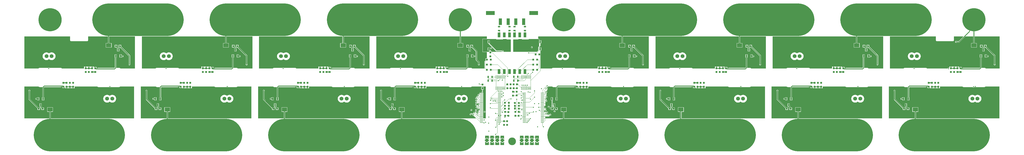
<source format=gtl>
G04*
G04 #@! TF.GenerationSoftware,Altium Limited,Altium Designer,19.0.15 (446)*
G04*
G04 Layer_Physical_Order=1*
G04 Layer_Color=255*
%FSLAX25Y25*%
%MOIN*%
G70*
G01*
G75*
%ADD16R,0.03150X0.02953*%
%ADD17R,0.02953X0.03150*%
G04:AMPARAMS|DCode=18|XSize=31.5mil|YSize=55.12mil|CornerRadius=3.15mil|HoleSize=0mil|Usage=FLASHONLY|Rotation=90.000|XOffset=0mil|YOffset=0mil|HoleType=Round|Shape=RoundedRectangle|*
%AMROUNDEDRECTD18*
21,1,0.03150,0.04882,0,0,90.0*
21,1,0.02520,0.05512,0,0,90.0*
1,1,0.00630,0.02441,0.01260*
1,1,0.00630,0.02441,-0.01260*
1,1,0.00630,-0.02441,-0.01260*
1,1,0.00630,-0.02441,0.01260*
%
%ADD18ROUNDEDRECTD18*%
G04:AMPARAMS|DCode=19|XSize=51.18mil|YSize=51.18mil|CornerRadius=5.12mil|HoleSize=0mil|Usage=FLASHONLY|Rotation=135.000|XOffset=0mil|YOffset=0mil|HoleType=Round|Shape=RoundedRectangle|*
%AMROUNDEDRECTD19*
21,1,0.05118,0.04095,0,0,135.0*
21,1,0.04095,0.05118,0,0,135.0*
1,1,0.01024,0.00000,0.02895*
1,1,0.01024,0.02895,0.00000*
1,1,0.01024,0.00000,-0.02895*
1,1,0.01024,-0.02895,0.00000*
%
%ADD19ROUNDEDRECTD19*%
%ADD20R,0.01100X0.05500*%
%ADD21R,0.02362X0.03937*%
%ADD22R,0.04016X0.07480*%
%ADD23R,0.03543X0.01968*%
%ADD24R,0.05000X0.10000*%
%ADD25R,0.13504X0.06496*%
%ADD26R,0.07992X0.05984*%
%ADD27R,0.01968X0.03543*%
%ADD28O,0.04921X0.00984*%
%ADD45C,0.00400*%
%ADD46C,0.01200*%
%ADD47C,0.01000*%
%ADD48C,0.50000*%
%ADD49C,0.05906*%
%ADD50C,0.35433*%
%ADD51C,0.11811*%
%ADD52C,0.01772*%
%ADD53C,0.03937*%
G36*
X-8294Y58360D02*
X-1969D01*
Y39370D01*
X-12795D01*
X-13041Y39870D01*
X-12889Y40098D01*
X-12789Y40600D01*
X-12889Y41102D01*
X-13173Y41527D01*
X-13598Y41811D01*
X-14100Y41911D01*
X-14602Y41811D01*
X-15027Y41527D01*
X-15213Y41249D01*
X-23567D01*
X-34203Y51885D01*
X-34049Y52258D01*
X-34049D01*
Y56994D01*
X-37211D01*
Y52258D01*
X-36223D01*
X-36089Y51934D01*
X-24295Y40141D01*
X-23836Y39951D01*
X-15676D01*
X-15626Y39870D01*
X-15904Y39370D01*
X-30552D01*
X-31324Y40143D01*
Y40361D01*
X-31542D01*
X-33706Y42525D01*
X-34049Y42667D01*
Y46168D01*
X-37211D01*
Y41431D01*
X-34684D01*
X-34649Y41416D01*
X-34435D01*
X-33841Y40823D01*
X-34032Y40361D01*
X-35077D01*
Y39370D01*
X-44800D01*
Y59055D01*
X-24043D01*
Y58360D01*
X-13728D01*
Y59055D01*
X-8294D01*
Y58360D01*
D02*
G37*
G36*
X-38583Y59488D02*
X-44800D01*
X-45106Y59361D01*
X-45233Y59055D01*
Y39370D01*
X-45106Y39064D01*
X-44800Y38937D01*
X-38583D01*
Y29435D01*
X-40361D01*
Y26503D01*
X-41859Y25004D01*
X-42049Y24545D01*
Y14825D01*
X-41859Y14366D01*
X-41735Y14242D01*
X-41926Y13780D01*
X-61174D01*
X-61280Y13917D01*
X-61897Y14390D01*
X-62615Y14688D01*
X-63386Y14789D01*
X-67318D01*
X-67386Y14872D01*
Y30604D01*
X-66824D01*
Y35341D01*
X-69987D01*
Y30604D01*
X-69425D01*
Y15294D01*
X-69930Y14789D01*
X-94882D01*
X-95653Y14688D01*
X-96371Y14390D01*
X-96596Y14218D01*
X-97730D01*
Y16148D01*
X-101483D01*
Y13780D01*
X-102051D01*
Y16748D01*
X-104027D01*
Y14173D01*
X-105027D01*
Y16748D01*
X-106973D01*
Y16749D01*
X-108949D01*
Y14174D01*
X-109949D01*
Y16749D01*
X-111925D01*
Y16748D01*
X-113870D01*
Y14173D01*
X-114870D01*
Y16748D01*
X-116847D01*
Y13780D01*
X-150938D01*
X-151044Y13917D01*
X-151661Y14390D01*
X-152379Y14688D01*
X-153150Y14789D01*
X-170062D01*
X-170363Y14991D01*
X-170865Y15090D01*
X-171366Y14991D01*
X-171668Y14789D01*
X-184646D01*
X-185416Y14688D01*
X-186135Y14390D01*
X-186752Y13917D01*
X-186857Y13780D01*
X-207874D01*
Y62992D01*
X-80153D01*
Y52782D01*
X-83530D01*
Y45998D01*
X-74738D01*
Y52782D01*
X-78114D01*
Y62992D01*
X-38583D01*
Y59488D01*
D02*
G37*
G36*
X-218110Y13780D02*
X-240702D01*
X-240808Y13917D01*
X-241424Y14390D01*
X-242143Y14688D01*
X-242913Y14789D01*
X-246846D01*
X-246914Y14872D01*
Y30604D01*
X-246352D01*
Y35341D01*
X-249514D01*
Y30604D01*
X-248953D01*
Y15294D01*
X-249457Y14789D01*
X-274410D01*
X-275180Y14688D01*
X-275899Y14390D01*
X-276123Y14218D01*
X-277257D01*
Y16148D01*
X-281010D01*
Y13780D01*
X-281579D01*
Y16748D01*
X-283555D01*
Y14173D01*
X-284555D01*
Y16748D01*
X-286500D01*
Y16749D01*
X-288476D01*
Y14174D01*
X-289476D01*
Y16749D01*
X-291453D01*
Y16748D01*
X-293398D01*
Y14173D01*
X-294398D01*
Y16748D01*
X-296374D01*
Y13780D01*
X-330466D01*
X-330571Y13917D01*
X-331188Y14390D01*
X-331906Y14688D01*
X-332677Y14789D01*
X-349589D01*
X-349891Y14991D01*
X-350392Y15090D01*
X-350894Y14991D01*
X-351196Y14789D01*
X-364173D01*
X-364944Y14688D01*
X-365662Y14390D01*
X-366279Y13917D01*
X-366385Y13780D01*
X-387402D01*
Y62992D01*
X-259681D01*
Y52782D01*
X-263057D01*
Y45998D01*
X-254265D01*
Y52782D01*
X-257642D01*
Y62992D01*
X-218110D01*
Y13780D01*
D02*
G37*
G36*
X-397638D02*
X-420230D01*
X-420335Y13917D01*
X-420952Y14390D01*
X-421670Y14688D01*
X-422441Y14789D01*
X-426373D01*
X-426441Y14872D01*
Y30604D01*
X-425879D01*
Y35341D01*
X-429042D01*
Y30604D01*
X-428480D01*
Y15294D01*
X-428985Y14789D01*
X-453937D01*
X-454708Y14688D01*
X-455426Y14390D01*
X-455651Y14218D01*
X-456785D01*
Y16148D01*
X-460538D01*
Y13780D01*
X-461106D01*
Y16748D01*
X-463083D01*
Y14173D01*
X-464083D01*
Y16748D01*
X-466028D01*
Y16749D01*
X-468004D01*
Y14174D01*
X-469004D01*
Y16749D01*
X-470980D01*
Y16748D01*
X-472925D01*
Y14173D01*
X-473925D01*
Y16748D01*
X-475902D01*
Y13780D01*
X-509993D01*
X-510099Y13917D01*
X-510716Y14390D01*
X-511434Y14688D01*
X-512205Y14789D01*
X-529117D01*
X-529418Y14991D01*
X-529920Y15090D01*
X-530421Y14991D01*
X-530723Y14789D01*
X-543701D01*
X-544472Y14688D01*
X-545190Y14390D01*
X-545807Y13917D01*
X-545912Y13780D01*
X-566929D01*
Y62992D01*
X-439209D01*
Y52782D01*
X-442585D01*
Y45998D01*
X-433793D01*
Y52782D01*
X-437169D01*
Y62992D01*
X-397638D01*
Y13780D01*
D02*
G37*
G36*
X-577559D02*
X-599757D01*
X-599863Y13917D01*
X-600479Y14390D01*
X-601198Y14688D01*
X-601968Y14789D01*
X-605901D01*
X-605969Y14872D01*
Y30604D01*
X-605407D01*
Y35341D01*
X-608569D01*
Y30604D01*
X-608008D01*
Y15294D01*
X-608512Y14789D01*
X-633465D01*
X-634235Y14688D01*
X-634954Y14390D01*
X-635178Y14218D01*
X-636313D01*
Y16148D01*
X-640065D01*
Y13780D01*
X-640634D01*
Y16748D01*
X-642610D01*
Y14173D01*
X-643610D01*
Y16748D01*
X-645555D01*
Y16749D01*
X-647532D01*
Y14174D01*
X-648531D01*
Y16749D01*
X-650508D01*
Y16748D01*
X-652453D01*
Y14173D01*
X-653453D01*
Y16748D01*
X-655429D01*
Y13780D01*
X-689521D01*
X-689626Y13917D01*
X-690243Y14390D01*
X-690961Y14688D01*
X-691732Y14789D01*
X-708644D01*
X-708946Y14991D01*
X-709447Y15090D01*
X-709949Y14991D01*
X-710251Y14789D01*
X-723228D01*
X-723999Y14688D01*
X-724718Y14390D01*
X-725334Y13917D01*
X-725440Y13780D01*
X-746827D01*
Y62992D01*
X-676716D01*
Y57087D01*
X-676624Y56626D01*
X-676363Y56235D01*
X-675973Y55974D01*
X-675512Y55882D01*
X-650512D01*
X-650051Y55974D01*
X-649660Y56235D01*
X-649399Y56626D01*
X-649308Y57087D01*
Y62992D01*
X-618736D01*
Y52782D01*
X-622113D01*
Y45998D01*
X-613320D01*
Y52782D01*
X-616697D01*
Y62992D01*
X-577559D01*
Y13780D01*
D02*
G37*
G36*
X-40157Y-62992D02*
X-44072D01*
X-44239Y-62743D01*
X-44322Y-62687D01*
Y-62116D01*
X-44239Y-62060D01*
X-44041Y-61765D01*
X-43972Y-61417D01*
X-44041Y-61069D01*
X-44239Y-60774D01*
X-44322Y-60718D01*
Y-60148D01*
X-44239Y-60092D01*
X-44041Y-59797D01*
X-43972Y-59449D01*
X-44041Y-59101D01*
X-44239Y-58806D01*
X-44322Y-58750D01*
Y-58179D01*
X-44239Y-58123D01*
X-44041Y-57828D01*
X-43972Y-57480D01*
X-44041Y-57132D01*
X-44239Y-56837D01*
X-44322Y-56781D01*
Y-56211D01*
X-44239Y-56155D01*
X-44041Y-55860D01*
X-43972Y-55512D01*
X-44041Y-55164D01*
X-44239Y-54869D01*
X-44322Y-54813D01*
Y-54242D01*
X-44239Y-54186D01*
X-44041Y-53891D01*
X-43972Y-53543D01*
X-44041Y-53195D01*
X-44239Y-52900D01*
X-44322Y-52844D01*
Y-52274D01*
X-44239Y-52218D01*
X-44041Y-51923D01*
X-43972Y-51575D01*
X-44041Y-51227D01*
X-44239Y-50932D01*
X-44322Y-50876D01*
Y-50305D01*
X-44239Y-50249D01*
X-44041Y-49954D01*
X-43972Y-49606D01*
X-44041Y-49258D01*
X-44239Y-48963D01*
X-44322Y-48907D01*
Y-48337D01*
X-44239Y-48281D01*
X-44041Y-47986D01*
X-43972Y-47638D01*
X-44041Y-47290D01*
X-44239Y-46995D01*
X-44322Y-46939D01*
Y-46369D01*
X-44239Y-46312D01*
X-44041Y-46017D01*
X-43972Y-45669D01*
X-44041Y-45321D01*
X-44239Y-45026D01*
X-44322Y-44970D01*
Y-44400D01*
X-44239Y-44344D01*
X-44041Y-44049D01*
X-43972Y-43701D01*
X-44041Y-43353D01*
X-44239Y-43058D01*
X-44322Y-43002D01*
Y-42432D01*
X-44239Y-42375D01*
X-44041Y-42080D01*
X-43972Y-41732D01*
X-44041Y-41384D01*
X-44239Y-41089D01*
X-44322Y-41033D01*
Y-40463D01*
X-44239Y-40407D01*
X-44041Y-40112D01*
X-43972Y-39764D01*
X-44041Y-39416D01*
X-44239Y-39121D01*
X-44322Y-39065D01*
Y-38495D01*
X-44239Y-38438D01*
X-44041Y-38143D01*
X-43972Y-37795D01*
X-44041Y-37447D01*
X-44239Y-37152D01*
X-44322Y-37096D01*
Y-36526D01*
X-44239Y-36470D01*
X-44041Y-36175D01*
X-43972Y-35827D01*
X-44041Y-35479D01*
X-44239Y-35184D01*
X-44322Y-35128D01*
Y-34557D01*
X-44239Y-34501D01*
X-44041Y-34206D01*
X-43972Y-33858D01*
X-44041Y-33510D01*
X-44239Y-33215D01*
X-44322Y-33159D01*
Y-32589D01*
X-44239Y-32533D01*
X-44041Y-32238D01*
X-43972Y-31890D01*
X-44041Y-31542D01*
X-44239Y-31247D01*
X-44322Y-31191D01*
Y-30620D01*
X-44239Y-30564D01*
X-44041Y-30269D01*
X-43972Y-29921D01*
X-44041Y-29573D01*
X-44239Y-29278D01*
X-44322Y-29222D01*
Y-28652D01*
X-44239Y-28596D01*
X-44041Y-28301D01*
X-43972Y-27953D01*
X-44041Y-27605D01*
X-44239Y-27310D01*
X-44322Y-27254D01*
Y-26683D01*
X-44239Y-26627D01*
X-44041Y-26332D01*
X-43972Y-25984D01*
X-44041Y-25636D01*
X-44239Y-25341D01*
X-44322Y-25285D01*
Y-24715D01*
X-44239Y-24659D01*
X-44041Y-24364D01*
X-43972Y-24016D01*
X-44041Y-23668D01*
X-44239Y-23373D01*
X-44453Y-23230D01*
X-44542Y-23148D01*
X-44705Y-22632D01*
X-44626Y-22441D01*
Y-18707D01*
X-43399D01*
Y-14758D01*
X-47152D01*
Y-18707D01*
X-45925D01*
Y-22172D01*
X-46452Y-22699D01*
X-46621Y-23106D01*
X-48819D01*
X-49167Y-23175D01*
X-49462Y-23373D01*
X-49659Y-23668D01*
X-49729Y-24016D01*
X-49659Y-24364D01*
X-49462Y-24659D01*
X-49650Y-25132D01*
X-49858Y-25335D01*
X-50384D01*
X-50844Y-25525D01*
X-50973Y-25654D01*
X-51300Y-25589D01*
X-51802Y-25689D01*
X-52227Y-25973D01*
X-52511Y-26398D01*
X-52611Y-26900D01*
X-52511Y-27402D01*
X-52227Y-27827D01*
X-51949Y-28012D01*
Y-28762D01*
X-52449Y-28913D01*
X-52484Y-28861D01*
X-52909Y-28577D01*
X-53411Y-28477D01*
X-53913Y-28577D01*
X-54338Y-28861D01*
X-54622Y-29287D01*
X-54722Y-29789D01*
X-54622Y-30290D01*
X-54573Y-30364D01*
X-54874Y-30814D01*
X-55000Y-30789D01*
X-55502Y-30889D01*
X-55927Y-31173D01*
X-56211Y-31598D01*
X-56311Y-32100D01*
X-56211Y-32602D01*
X-55927Y-33027D01*
X-55502Y-33311D01*
X-55000Y-33411D01*
X-54498Y-33311D01*
X-54073Y-33027D01*
X-53971Y-32875D01*
X-53471Y-33027D01*
Y-34573D01*
X-53971Y-34725D01*
X-54073Y-34573D01*
X-54498Y-34289D01*
X-55000Y-34189D01*
X-55502Y-34289D01*
X-55927Y-34573D01*
X-56211Y-34998D01*
X-56311Y-35500D01*
X-56211Y-36002D01*
X-55927Y-36427D01*
X-55502Y-36711D01*
X-55000Y-36811D01*
X-54673Y-36746D01*
X-53994Y-37424D01*
X-54313Y-37813D01*
X-54498Y-37689D01*
X-55000Y-37589D01*
X-55502Y-37689D01*
X-55927Y-37973D01*
X-56211Y-38398D01*
X-56311Y-38900D01*
X-56211Y-39402D01*
X-55927Y-39827D01*
X-55502Y-40111D01*
X-55000Y-40211D01*
X-54637Y-40139D01*
X-54553Y-40223D01*
X-54094Y-40413D01*
X-49888D01*
X-49684Y-40913D01*
X-49858Y-41083D01*
X-50232D01*
X-50691Y-41273D01*
X-51273Y-41854D01*
X-51600Y-41789D01*
X-52102Y-41889D01*
X-52527Y-42173D01*
X-52811Y-42598D01*
X-52822Y-42652D01*
X-53364Y-42817D01*
X-53754Y-42427D01*
X-53689Y-42100D01*
X-53789Y-41598D01*
X-54073Y-41173D01*
X-54498Y-40889D01*
X-55000Y-40789D01*
X-55502Y-40889D01*
X-55927Y-41173D01*
X-56211Y-41598D01*
X-56311Y-42100D01*
X-56211Y-42602D01*
X-55927Y-43027D01*
X-55502Y-43311D01*
X-55000Y-43411D01*
X-54673Y-43346D01*
X-54113Y-43906D01*
X-54359Y-44366D01*
X-54400Y-44358D01*
X-54902Y-44458D01*
X-55327Y-44742D01*
X-55611Y-45168D01*
X-55711Y-45669D01*
X-55611Y-46171D01*
X-55327Y-46596D01*
X-54902Y-46880D01*
X-54400Y-46980D01*
X-53898Y-46880D01*
X-53661Y-46722D01*
X-53301Y-47082D01*
X-53311Y-47098D01*
X-53411Y-47600D01*
X-53311Y-48102D01*
X-53027Y-48527D01*
X-52602Y-48811D01*
X-52100Y-48911D01*
X-51598Y-48811D01*
X-51173Y-48527D01*
X-50987Y-48249D01*
X-49483D01*
X-49462Y-48281D01*
X-49378Y-48337D01*
Y-48907D01*
X-49462Y-48963D01*
X-49659Y-49258D01*
X-49729Y-49606D01*
X-49711Y-49693D01*
X-51373Y-51354D01*
X-51700Y-51289D01*
X-52202Y-51389D01*
X-52627Y-51673D01*
X-52911Y-52098D01*
X-53011Y-52600D01*
X-52911Y-53102D01*
X-52627Y-53527D01*
X-52349Y-53712D01*
Y-55300D01*
X-52159Y-55759D01*
X-52544Y-56038D01*
X-54551Y-54031D01*
Y-51213D01*
X-54273Y-51027D01*
X-53989Y-50602D01*
X-53889Y-50100D01*
X-53989Y-49598D01*
X-54273Y-49173D01*
X-54698Y-48889D01*
X-55200Y-48789D01*
X-55702Y-48889D01*
X-56127Y-49173D01*
X-56411Y-49598D01*
X-56511Y-50100D01*
X-56411Y-50602D01*
X-56127Y-51027D01*
X-55849Y-51213D01*
Y-53747D01*
X-56349Y-53796D01*
X-56389Y-53598D01*
X-56673Y-53173D01*
X-57098Y-52889D01*
X-57600Y-52789D01*
X-58102Y-52889D01*
X-58527Y-53173D01*
X-58811Y-53598D01*
X-58911Y-54100D01*
X-58811Y-54602D01*
X-58779Y-54651D01*
X-59046Y-55151D01*
X-62625D01*
X-63084Y-55341D01*
X-63298Y-55554D01*
X-63625Y-55489D01*
X-64127Y-55589D01*
X-64552Y-55873D01*
X-64836Y-56298D01*
X-64936Y-56800D01*
X-64836Y-57302D01*
X-64552Y-57727D01*
X-64127Y-58011D01*
X-63625Y-58111D01*
X-63123Y-58011D01*
X-62698Y-57727D01*
X-62414Y-57302D01*
X-62314Y-56800D01*
X-61874Y-56449D01*
X-60734D01*
X-60441Y-56950D01*
X-60511Y-57300D01*
X-60411Y-57802D01*
X-60127Y-58227D01*
X-59702Y-58511D01*
X-59333Y-58584D01*
X-55388Y-62530D01*
X-55579Y-62992D01*
X-167878D01*
Y-52782D01*
X-164502D01*
Y-45998D01*
X-173294D01*
Y-52782D01*
X-169917D01*
Y-62992D01*
X-209449D01*
Y-13780D01*
X-186857D01*
X-186752Y-13917D01*
X-186135Y-14390D01*
X-185416Y-14688D01*
X-184646Y-14789D01*
X-180713D01*
X-180646Y-14872D01*
Y-30604D01*
X-181207D01*
Y-35341D01*
X-178045D01*
Y-30604D01*
X-178606D01*
Y-15294D01*
X-178102Y-14789D01*
X-153150D01*
X-152379Y-14688D01*
X-151661Y-14390D01*
X-151436Y-14218D01*
X-150302D01*
Y-16148D01*
X-146549D01*
Y-13780D01*
X-145980D01*
Y-16748D01*
X-144004D01*
Y-14173D01*
X-143004D01*
Y-16748D01*
X-141059D01*
Y-16749D01*
X-139083D01*
Y-14174D01*
X-138083D01*
Y-16749D01*
X-136106D01*
Y-16748D01*
X-134161D01*
Y-14173D01*
X-133161D01*
Y-16748D01*
X-131185D01*
Y-13780D01*
X-97093D01*
X-96988Y-13917D01*
X-96371Y-14390D01*
X-95653Y-14688D01*
X-94882Y-14789D01*
X-77970D01*
X-77668Y-14991D01*
X-77167Y-15090D01*
X-76665Y-14991D01*
X-76364Y-14789D01*
X-63386D01*
X-62615Y-14688D01*
X-61897Y-14390D01*
X-61280Y-13917D01*
X-61174Y-13780D01*
X-40157D01*
Y-62992D01*
D02*
G37*
G36*
X-219685D02*
X-347406D01*
Y-52782D01*
X-344029D01*
Y-45998D01*
X-352821D01*
Y-52782D01*
X-349445D01*
Y-62992D01*
X-388976D01*
Y-13780D01*
X-366385D01*
X-366279Y-13917D01*
X-365662Y-14390D01*
X-364944Y-14688D01*
X-364173Y-14789D01*
X-360241D01*
X-360173Y-14872D01*
Y-30604D01*
X-360735D01*
Y-35341D01*
X-357572D01*
Y-30604D01*
X-358134D01*
Y-15294D01*
X-357629Y-14789D01*
X-332677D01*
X-331906Y-14688D01*
X-331188Y-14390D01*
X-330964Y-14218D01*
X-329829D01*
Y-16148D01*
X-326076D01*
Y-13780D01*
X-325508D01*
Y-16748D01*
X-323532D01*
Y-14173D01*
X-322532D01*
Y-16748D01*
X-320587D01*
Y-16749D01*
X-318610D01*
Y-14174D01*
X-317610D01*
Y-16749D01*
X-315634D01*
Y-16748D01*
X-313689D01*
Y-14173D01*
X-312689D01*
Y-16748D01*
X-310713D01*
Y-13780D01*
X-276621D01*
X-276515Y-13917D01*
X-275899Y-14390D01*
X-275180Y-14688D01*
X-274410Y-14789D01*
X-257498D01*
X-257196Y-14991D01*
X-256694Y-15090D01*
X-256193Y-14991D01*
X-255891Y-14789D01*
X-242913D01*
X-242143Y-14688D01*
X-241424Y-14390D01*
X-240808Y-13917D01*
X-240702Y-13780D01*
X-219685D01*
Y-62992D01*
D02*
G37*
G36*
X-399213D02*
X-526933D01*
Y-52782D01*
X-523557D01*
Y-45998D01*
X-532349D01*
Y-52782D01*
X-528972D01*
Y-62992D01*
X-568504D01*
Y-13780D01*
X-545912D01*
X-545807Y-13917D01*
X-545190Y-14390D01*
X-544472Y-14688D01*
X-543701Y-14789D01*
X-539768D01*
X-539701Y-14872D01*
Y-30604D01*
X-540262D01*
Y-35341D01*
X-537100D01*
Y-30604D01*
X-537662D01*
Y-15294D01*
X-537157Y-14789D01*
X-512205D01*
X-511434Y-14688D01*
X-510716Y-14390D01*
X-510491Y-14218D01*
X-509357D01*
Y-16148D01*
X-505604D01*
Y-13780D01*
X-505035D01*
Y-16748D01*
X-503059D01*
Y-14173D01*
X-502059D01*
Y-16748D01*
X-500114D01*
Y-16749D01*
X-498138D01*
Y-14174D01*
X-497138D01*
Y-16749D01*
X-495161D01*
Y-16748D01*
X-493217D01*
Y-14173D01*
X-492216D01*
Y-16748D01*
X-490240D01*
Y-13780D01*
X-456148D01*
X-456043Y-13917D01*
X-455426Y-14390D01*
X-454708Y-14688D01*
X-453937Y-14789D01*
X-437025D01*
X-436724Y-14991D01*
X-436222Y-15090D01*
X-435720Y-14991D01*
X-435419Y-14789D01*
X-422441D01*
X-421670Y-14688D01*
X-420952Y-14390D01*
X-420335Y-13917D01*
X-420230Y-13780D01*
X-399213D01*
Y-62992D01*
D02*
G37*
G36*
X-578740D02*
X-706461D01*
Y-52782D01*
X-703084D01*
Y-45998D01*
X-711876D01*
Y-52782D01*
X-708500D01*
Y-62992D01*
X-746827D01*
Y-13780D01*
X-725440D01*
X-725334Y-13917D01*
X-724718Y-14390D01*
X-723999Y-14688D01*
X-723228Y-14789D01*
X-719296D01*
X-719228Y-14872D01*
Y-30604D01*
X-719790D01*
Y-35341D01*
X-716628D01*
Y-30604D01*
X-717189D01*
Y-15294D01*
X-716684Y-14789D01*
X-691732D01*
X-690961Y-14688D01*
X-690243Y-14390D01*
X-690019Y-14218D01*
X-688884D01*
Y-16148D01*
X-685132D01*
Y-13780D01*
X-684563D01*
Y-16748D01*
X-682587D01*
Y-14173D01*
X-681587D01*
Y-16748D01*
X-679642D01*
Y-16749D01*
X-677665D01*
Y-14174D01*
X-676665D01*
Y-16749D01*
X-674689D01*
Y-16748D01*
X-672744D01*
Y-14173D01*
X-671744D01*
Y-16748D01*
X-669768D01*
Y-13780D01*
X-635676D01*
X-635570Y-13917D01*
X-634954Y-14390D01*
X-634235Y-14688D01*
X-633465Y-14789D01*
X-616553D01*
X-616251Y-14991D01*
X-615750Y-15090D01*
X-615248Y-14991D01*
X-614946Y-14789D01*
X-601968D01*
X-601198Y-14688D01*
X-600479Y-14390D01*
X-599863Y-13917D01*
X-599757Y-13780D01*
X-578740D01*
Y-62992D01*
D02*
G37*
G36*
X-12008Y-94882D02*
X-14173Y-92716D01*
X-15453D01*
X-17520Y-94784D01*
Y-89764D01*
X-12008D01*
Y-94882D01*
D02*
G37*
G36*
X-19882D02*
X-22047Y-92716D01*
X-23327D01*
X-25394Y-94784D01*
Y-89764D01*
X-19882D01*
Y-94882D01*
D02*
G37*
G36*
X-27756D02*
X-29921Y-92716D01*
X-31201D01*
X-33268Y-94784D01*
Y-89764D01*
X-27756D01*
Y-94882D01*
D02*
G37*
G36*
X-35630D02*
X-37795Y-92716D01*
X-39075D01*
X-41142Y-94784D01*
Y-89764D01*
X-35630D01*
Y-94882D01*
D02*
G37*
G36*
X-15354Y-100591D02*
X-14075D01*
X-12008Y-98524D01*
Y-103543D01*
X-17520D01*
Y-98425D01*
X-15354Y-100591D01*
D02*
G37*
G36*
X-23228D02*
X-21949D01*
X-19882Y-98524D01*
Y-103543D01*
X-25394D01*
Y-98425D01*
X-23228Y-100591D01*
D02*
G37*
G36*
X-31102D02*
X-29823D01*
X-27756Y-98524D01*
Y-103543D01*
X-33268D01*
Y-98425D01*
X-31102Y-100591D01*
D02*
G37*
G36*
X-38976D02*
X-37697D01*
X-35630Y-98524D01*
Y-103543D01*
X-41142D01*
Y-98425D01*
X-38976Y-100591D01*
D02*
G37*
G36*
X41339Y47957D02*
X40241Y46859D01*
X40051Y46400D01*
Y41300D01*
X40085Y41217D01*
Y41203D01*
X38252Y39370D01*
X1969D01*
X1969Y58360D01*
X9894D01*
Y59055D01*
X15328D01*
Y58360D01*
X25642D01*
Y59055D01*
X41339D01*
X41339Y47957D01*
D02*
G37*
G36*
X746827Y13780D02*
X725440D01*
X725334Y13917D01*
X724718Y14390D01*
X723999Y14688D01*
X723228Y14789D01*
X719296D01*
X719228Y14872D01*
Y30604D01*
X719790D01*
Y35341D01*
X716628D01*
Y30604D01*
X717189D01*
Y15294D01*
X716684Y14789D01*
X691732D01*
X690962Y14688D01*
X690243Y14390D01*
X690019Y14218D01*
X688884D01*
Y16148D01*
X685132D01*
Y13780D01*
X684563D01*
Y16748D01*
X682587D01*
Y14173D01*
X681587D01*
Y16748D01*
X679642D01*
Y16749D01*
X677665D01*
Y14174D01*
X676665D01*
Y16749D01*
X674689D01*
Y16748D01*
X672744D01*
Y14173D01*
X671744D01*
Y16748D01*
X669768D01*
Y14643D01*
X669762Y14638D01*
X669268Y14422D01*
X669006Y14597D01*
X668504Y14697D01*
X668002Y14597D01*
X667577Y14313D01*
X667293Y13887D01*
X667271Y13780D01*
X635676D01*
X635570Y13917D01*
X634954Y14390D01*
X634235Y14688D01*
X633465Y14789D01*
X616553D01*
X616251Y14991D01*
X615750Y15090D01*
X615248Y14991D01*
X614946Y14789D01*
X601968D01*
X601198Y14688D01*
X600479Y14390D01*
X599863Y13917D01*
X599757Y13780D01*
X578740D01*
Y62992D01*
X649308D01*
Y57087D01*
X649399Y56626D01*
X649660Y56235D01*
X650051Y55974D01*
X650512Y55882D01*
X675512D01*
X675973Y55974D01*
X676363Y56235D01*
X676624Y56626D01*
X676716Y57087D01*
Y62992D01*
X690830D01*
X691021Y62530D01*
X684133Y55642D01*
X680976D01*
X680970Y55651D01*
X680545Y55936D01*
X680043Y56035D01*
X679541Y55936D01*
X679116Y55651D01*
X678832Y55226D01*
X678732Y54724D01*
X678832Y54223D01*
X679116Y53797D01*
X679541Y53513D01*
X680043Y53413D01*
X680545Y53513D01*
X680970Y53797D01*
X680976Y53807D01*
X684513D01*
X684864Y53877D01*
X685162Y54075D01*
X694078Y62992D01*
X706461D01*
Y52782D01*
X703084D01*
Y45998D01*
X711876D01*
Y52782D01*
X708500D01*
Y62992D01*
X746827D01*
Y13780D01*
D02*
G37*
G36*
X568504D02*
X545912D01*
X545807Y13917D01*
X545190Y14390D01*
X544472Y14688D01*
X543701Y14789D01*
X539768D01*
X539701Y14872D01*
Y30604D01*
X540262D01*
Y35341D01*
X537100D01*
Y30604D01*
X537662D01*
Y15294D01*
X537157Y14789D01*
X512205D01*
X511434Y14688D01*
X510716Y14390D01*
X510491Y14218D01*
X509357D01*
Y16148D01*
X505604D01*
Y13780D01*
X505035D01*
Y16748D01*
X503059D01*
Y14173D01*
X502059D01*
Y16748D01*
X500114D01*
Y16749D01*
X498138D01*
Y14174D01*
X497138D01*
Y16749D01*
X495161D01*
Y16748D01*
X493217D01*
Y14173D01*
X492216D01*
Y16748D01*
X490240D01*
Y13780D01*
X456148D01*
X456043Y13917D01*
X455426Y14390D01*
X454708Y14688D01*
X453937Y14789D01*
X437025D01*
X436724Y14991D01*
X436222Y15090D01*
X435720Y14991D01*
X435419Y14789D01*
X422441D01*
X421670Y14688D01*
X420952Y14390D01*
X420335Y13917D01*
X420230Y13780D01*
X399213D01*
Y62992D01*
X526933D01*
Y52782D01*
X523557D01*
Y45998D01*
X532349D01*
Y52782D01*
X528972D01*
Y62992D01*
X568504D01*
Y13780D01*
D02*
G37*
G36*
X388976D02*
X366385D01*
X366279Y13917D01*
X365662Y14390D01*
X364944Y14688D01*
X364173Y14789D01*
X360241D01*
X360173Y14872D01*
Y30604D01*
X360735D01*
Y35341D01*
X357572D01*
Y30604D01*
X358134D01*
Y15294D01*
X357629Y14789D01*
X332677D01*
X331906Y14688D01*
X331188Y14390D01*
X330964Y14218D01*
X329829D01*
Y16148D01*
X326076D01*
Y13780D01*
X325508D01*
Y16748D01*
X323532D01*
Y14173D01*
X322532D01*
Y16748D01*
X320587D01*
Y16749D01*
X318610D01*
Y14174D01*
X317610D01*
Y16749D01*
X315634D01*
Y16748D01*
X313689D01*
Y14173D01*
X312689D01*
Y16748D01*
X310713D01*
Y13780D01*
X276621D01*
X276515Y13917D01*
X275899Y14390D01*
X275180Y14688D01*
X274409Y14789D01*
X257498D01*
X257196Y14991D01*
X256694Y15090D01*
X256193Y14991D01*
X255891Y14789D01*
X242913D01*
X242143Y14688D01*
X241424Y14390D01*
X240808Y13917D01*
X240702Y13780D01*
X219685D01*
Y62992D01*
X347406D01*
Y52782D01*
X344029D01*
Y45998D01*
X352821D01*
Y52782D01*
X349445D01*
Y62992D01*
X388976D01*
Y13780D01*
D02*
G37*
G36*
X209449D02*
X186857D01*
X186752Y13917D01*
X186135Y14390D01*
X185416Y14688D01*
X184646Y14789D01*
X180713D01*
X180646Y14872D01*
Y30604D01*
X181207D01*
Y35341D01*
X178045D01*
Y30604D01*
X178606D01*
Y15294D01*
X178102Y14789D01*
X153150D01*
X152379Y14688D01*
X151661Y14390D01*
X151436Y14218D01*
X150302D01*
Y16148D01*
X146549D01*
Y13780D01*
X145980D01*
Y16748D01*
X144004D01*
Y14173D01*
X143004D01*
Y16748D01*
X141059D01*
Y16749D01*
X139083D01*
Y14174D01*
X138083D01*
Y16749D01*
X136106D01*
Y16748D01*
X134161D01*
Y14173D01*
X133161D01*
Y16748D01*
X131185D01*
Y13780D01*
X97093D01*
X96988Y13917D01*
X96371Y14390D01*
X95653Y14688D01*
X94882Y14789D01*
X77970D01*
X77668Y14991D01*
X77167Y15090D01*
X76665Y14991D01*
X76364Y14789D01*
X63386D01*
X62615Y14688D01*
X61897Y14390D01*
X61280Y13917D01*
X61174Y13780D01*
X43760D01*
Y33557D01*
X43904D01*
Y37309D01*
X43760D01*
Y41431D01*
X44691D01*
Y46168D01*
X42093D01*
X41886Y46668D01*
X43569Y48351D01*
X43760Y48810D01*
Y52258D01*
X44691D01*
Y56994D01*
X41772D01*
Y59055D01*
X41645Y59361D01*
X41339Y59488D01*
X40157D01*
Y62992D01*
X167878D01*
Y52782D01*
X164502D01*
Y45998D01*
X173294D01*
Y52782D01*
X169917D01*
Y62992D01*
X209449D01*
Y13780D01*
D02*
G37*
G36*
X746457Y-62992D02*
X618736D01*
Y-52782D01*
X622113D01*
Y-45998D01*
X613320D01*
Y-52782D01*
X616697D01*
Y-62992D01*
X577165D01*
Y-13780D01*
X599757D01*
X599863Y-13917D01*
X600479Y-14390D01*
X601198Y-14688D01*
X601968Y-14789D01*
X605901D01*
X605969Y-14872D01*
Y-30604D01*
X605407D01*
Y-35341D01*
X608569D01*
Y-30604D01*
X608008D01*
Y-15294D01*
X608512Y-14789D01*
X633465D01*
X634235Y-14688D01*
X634954Y-14390D01*
X635178Y-14218D01*
X636313D01*
Y-16148D01*
X640065D01*
Y-13780D01*
X640634D01*
Y-16748D01*
X642610D01*
Y-14173D01*
X643610D01*
Y-16748D01*
X645555D01*
Y-16749D01*
X647532D01*
Y-14174D01*
X648532D01*
Y-16749D01*
X650508D01*
Y-16748D01*
X652453D01*
Y-14173D01*
X653453D01*
Y-16748D01*
X655429D01*
Y-13780D01*
X689521D01*
X689626Y-13917D01*
X690243Y-14390D01*
X690962Y-14688D01*
X691732Y-14789D01*
X705558D01*
X705766Y-15100D01*
X706191Y-15384D01*
X706693Y-15484D01*
X707195Y-15384D01*
X707620Y-15100D01*
X707828Y-14789D01*
X708644D01*
X708946Y-14991D01*
X709447Y-15090D01*
X709949Y-14991D01*
X710251Y-14789D01*
X723228D01*
X723999Y-14688D01*
X724718Y-14390D01*
X725334Y-13917D01*
X725440Y-13780D01*
X746457D01*
Y-62992D01*
D02*
G37*
G36*
X566929D02*
X439209D01*
Y-52782D01*
X442585D01*
Y-45998D01*
X433793D01*
Y-52782D01*
X437169D01*
Y-62992D01*
X397638D01*
Y-13780D01*
X420230D01*
X420335Y-13917D01*
X420952Y-14390D01*
X421670Y-14688D01*
X422441Y-14789D01*
X426373D01*
X426441Y-14872D01*
Y-30604D01*
X425880D01*
Y-35341D01*
X429042D01*
Y-30604D01*
X428480D01*
Y-15294D01*
X428985Y-14789D01*
X453937D01*
X454708Y-14688D01*
X455426Y-14390D01*
X455651Y-14218D01*
X456785D01*
Y-16148D01*
X460538D01*
Y-13780D01*
X461106D01*
Y-16748D01*
X463083D01*
Y-14173D01*
X464083D01*
Y-16748D01*
X466028D01*
Y-16749D01*
X468004D01*
Y-14174D01*
X469004D01*
Y-16749D01*
X470980D01*
Y-16748D01*
X472925D01*
Y-14173D01*
X473925D01*
Y-16748D01*
X475902D01*
Y-13780D01*
X509993D01*
X510099Y-13917D01*
X510716Y-14390D01*
X511434Y-14688D01*
X512205Y-14789D01*
X529117D01*
X529418Y-14991D01*
X529920Y-15090D01*
X530421Y-14991D01*
X530723Y-14789D01*
X543701D01*
X544472Y-14688D01*
X545190Y-14390D01*
X545807Y-13917D01*
X545912Y-13780D01*
X566929D01*
Y-62992D01*
D02*
G37*
G36*
X387402D02*
X259681D01*
Y-52782D01*
X263057D01*
Y-45998D01*
X254265D01*
Y-52782D01*
X257642D01*
Y-62992D01*
X218110D01*
Y-13780D01*
X240702D01*
X240808Y-13917D01*
X241424Y-14390D01*
X242143Y-14688D01*
X242913Y-14789D01*
X246846D01*
X246914Y-14872D01*
Y-30604D01*
X246352D01*
Y-35341D01*
X249514D01*
Y-30604D01*
X248953D01*
Y-15294D01*
X249457Y-14789D01*
X274409D01*
X275180Y-14688D01*
X275899Y-14390D01*
X276123Y-14218D01*
X277257D01*
Y-16148D01*
X281010D01*
Y-13780D01*
X281579D01*
Y-16748D01*
X283555D01*
Y-14173D01*
X284555D01*
Y-16748D01*
X286500D01*
Y-16749D01*
X288476D01*
Y-14174D01*
X289476D01*
Y-16749D01*
X291453D01*
Y-16748D01*
X293398D01*
Y-14173D01*
X294398D01*
Y-16748D01*
X296374D01*
Y-13780D01*
X330466D01*
X330571Y-13917D01*
X331188Y-14390D01*
X331906Y-14688D01*
X332677Y-14789D01*
X349589D01*
X349891Y-14991D01*
X350392Y-15090D01*
X350894Y-14991D01*
X351196Y-14789D01*
X364173D01*
X364944Y-14688D01*
X365662Y-14390D01*
X366279Y-13917D01*
X366385Y-13780D01*
X387402D01*
Y-62992D01*
D02*
G37*
G36*
X207874D02*
X80153D01*
Y-52782D01*
X83530D01*
Y-45998D01*
X74738D01*
Y-52782D01*
X78114D01*
Y-62992D01*
X51049D01*
Y-60098D01*
X56351D01*
X56810Y-59908D01*
X58173Y-58546D01*
X58500Y-58611D01*
X59002Y-58511D01*
X59427Y-58227D01*
X59711Y-57802D01*
X59811Y-57300D01*
X59711Y-56798D01*
X59427Y-56373D01*
X59002Y-56089D01*
X58500Y-55989D01*
X57998Y-56089D01*
X57573Y-56373D01*
X57289Y-56798D01*
X57204Y-57222D01*
X57196Y-57229D01*
X56657Y-57016D01*
X56653Y-57010D01*
X56611Y-56798D01*
X56327Y-56373D01*
X55902Y-56089D01*
X55400Y-55989D01*
X54898Y-56089D01*
X54473Y-56373D01*
X54287Y-56651D01*
X53313D01*
X53041Y-56245D01*
X53021Y-56151D01*
X53111Y-55700D01*
X53011Y-55198D01*
X52797Y-54878D01*
X53157Y-54517D01*
X53298Y-54611D01*
X53800Y-54711D01*
X54302Y-54611D01*
X54727Y-54327D01*
X55011Y-53902D01*
X55111Y-53400D01*
X55011Y-52898D01*
X54727Y-52473D01*
X54302Y-52189D01*
X53800Y-52089D01*
X53298Y-52189D01*
X52873Y-52473D01*
X52592Y-52894D01*
X49059D01*
X48985Y-52844D01*
Y-52274D01*
X49068Y-52218D01*
X49266Y-51923D01*
X49335Y-51575D01*
X49266Y-51227D01*
X49068Y-50932D01*
X49257Y-50459D01*
X49464Y-50256D01*
X49988D01*
X50189Y-50500D01*
X50289Y-51002D01*
X50573Y-51427D01*
X50998Y-51711D01*
X51500Y-51811D01*
X52002Y-51711D01*
X52427Y-51427D01*
X52711Y-51002D01*
X52811Y-50500D01*
X52711Y-49998D01*
X52427Y-49573D01*
X52002Y-49289D01*
X51520Y-49193D01*
X51486Y-49171D01*
X51442Y-49113D01*
X51434Y-49018D01*
X51591Y-48485D01*
X51827Y-48327D01*
X52111Y-47902D01*
X52211Y-47400D01*
X52111Y-46898D01*
X51827Y-46473D01*
X51402Y-46189D01*
X50900Y-46089D01*
X50398Y-46189D01*
X49973Y-46473D01*
X49788Y-46751D01*
X49313D01*
X49180Y-46513D01*
X49110Y-46251D01*
X49266Y-46017D01*
X49335Y-45669D01*
X49266Y-45321D01*
X49068Y-45026D01*
X49257Y-44553D01*
X49464Y-44350D01*
X49699D01*
X50158Y-44160D01*
X51459Y-42859D01*
X51649Y-42400D01*
Y-37735D01*
X52149Y-37442D01*
X52499Y-37511D01*
X53000Y-37411D01*
X53426Y-37127D01*
X53710Y-36702D01*
X53810Y-36200D01*
X53710Y-35698D01*
X53426Y-35273D01*
X53000Y-34989D01*
X52797Y-34948D01*
X52715Y-34820D01*
X52611Y-34402D01*
X52811Y-34102D01*
X52911Y-33600D01*
X52811Y-33098D01*
X52527Y-32673D01*
X52102Y-32389D01*
X51600Y-32289D01*
X51521Y-32305D01*
X51275Y-31844D01*
X52173Y-30946D01*
X52500Y-31011D01*
X53002Y-30911D01*
X53427Y-30627D01*
X53711Y-30202D01*
X53811Y-29700D01*
X53711Y-29198D01*
X53427Y-28773D01*
X53002Y-28489D01*
X52697Y-28428D01*
X52501Y-27918D01*
X52959Y-27459D01*
X53149Y-27000D01*
Y-23513D01*
X53427Y-23327D01*
X53711Y-22902D01*
X53811Y-22400D01*
X53711Y-21898D01*
X53427Y-21473D01*
X53142Y-21282D01*
X53000Y-20717D01*
X54159Y-19558D01*
X54349Y-19099D01*
Y-16312D01*
X54627Y-16127D01*
X54911Y-15702D01*
X55011Y-15200D01*
X54911Y-14698D01*
X54627Y-14273D01*
X54789Y-13780D01*
X61174D01*
X61280Y-13917D01*
X61897Y-14390D01*
X62615Y-14688D01*
X63386Y-14789D01*
X67318D01*
X67386Y-14872D01*
Y-30604D01*
X66824D01*
Y-35341D01*
X69987D01*
Y-30604D01*
X69425D01*
Y-15294D01*
X69930Y-14789D01*
X94882D01*
X95653Y-14688D01*
X96371Y-14390D01*
X96596Y-14218D01*
X97730D01*
Y-16148D01*
X101483D01*
Y-13780D01*
X102051D01*
Y-16748D01*
X104028D01*
Y-14173D01*
X105028D01*
Y-16748D01*
X106973D01*
Y-16749D01*
X108949D01*
Y-14174D01*
X109949D01*
Y-16749D01*
X111925D01*
Y-16748D01*
X113870D01*
Y-14173D01*
X114870D01*
Y-16748D01*
X116847D01*
Y-13780D01*
X150938D01*
X151044Y-13917D01*
X151661Y-14390D01*
X152379Y-14688D01*
X153150Y-14789D01*
X170062D01*
X170363Y-14991D01*
X170865Y-15090D01*
X171366Y-14991D01*
X171668Y-14789D01*
X184646D01*
X185416Y-14688D01*
X186135Y-14390D01*
X186752Y-13917D01*
X186857Y-13780D01*
X207874D01*
Y-62992D01*
D02*
G37*
G36*
X41142Y-94882D02*
X38976Y-92716D01*
X37697D01*
X35630Y-94784D01*
Y-89764D01*
X41142D01*
Y-94882D01*
D02*
G37*
G36*
X33268D02*
X31102Y-92716D01*
X29823D01*
X27756Y-94784D01*
Y-89764D01*
X33268D01*
Y-94882D01*
D02*
G37*
G36*
X25394D02*
X23228Y-92716D01*
X21949D01*
X19882Y-94784D01*
Y-89764D01*
X25394D01*
Y-94882D01*
D02*
G37*
G36*
X17520D02*
X15354Y-92716D01*
X14075D01*
X12008Y-94784D01*
Y-89764D01*
X17520D01*
Y-94882D01*
D02*
G37*
G36*
X37795Y-100591D02*
X39075D01*
X41142Y-98524D01*
Y-103543D01*
X35630D01*
Y-98425D01*
X37795Y-100591D01*
D02*
G37*
G36*
X29921D02*
X31201D01*
X33268Y-98524D01*
Y-103543D01*
X27756D01*
Y-98425D01*
X29921Y-100591D01*
D02*
G37*
G36*
X22047D02*
X23327D01*
X25394Y-98524D01*
Y-103543D01*
X19882D01*
Y-98425D01*
X22047Y-100591D01*
D02*
G37*
G36*
X14173D02*
X15453D01*
X17520Y-98524D01*
Y-103543D01*
X12008D01*
Y-98425D01*
X14173Y-100591D01*
D02*
G37*
%LPC*%
G36*
X-31890Y46193D02*
X-32392Y46093D01*
X-32817Y45809D01*
X-33101Y45384D01*
X-33201Y44882D01*
X-33101Y44380D01*
X-32817Y43955D01*
X-32392Y43671D01*
X-31890Y43571D01*
X-31388Y43671D01*
X-30963Y43955D01*
X-30678Y44380D01*
X-30579Y44882D01*
X-30678Y45384D01*
X-30963Y45809D01*
X-31388Y46093D01*
X-31890Y46193D01*
D02*
G37*
G36*
X-166535Y38611D02*
X-167693Y38497D01*
X-168806Y38160D01*
X-169832Y37611D01*
X-170472Y37086D01*
X-171113Y37611D01*
X-172139Y38160D01*
X-173252Y38497D01*
X-174409Y38611D01*
X-175567Y38497D01*
X-176680Y38160D01*
X-177706Y37611D01*
X-178605Y36873D01*
X-179343Y35974D01*
X-179892Y34948D01*
X-180229Y33835D01*
X-180343Y32677D01*
X-180229Y31519D01*
X-179892Y30406D01*
X-179343Y29380D01*
X-178605Y28481D01*
X-177706Y27743D01*
X-176680Y27195D01*
X-175567Y26857D01*
X-174409Y26743D01*
X-173252Y26857D01*
X-172139Y27195D01*
X-171113Y27743D01*
X-170472Y28269D01*
X-169832Y27743D01*
X-168806Y27195D01*
X-167693Y26857D01*
X-166535Y26743D01*
X-165378Y26857D01*
X-164265Y27195D01*
X-163239Y27743D01*
X-162339Y28481D01*
X-161601Y29380D01*
X-161053Y30406D01*
X-160715Y31519D01*
X-160601Y32677D01*
X-160715Y33835D01*
X-161053Y34948D01*
X-161601Y35974D01*
X-162339Y36873D01*
X-163239Y37611D01*
X-164265Y38160D01*
X-165378Y38497D01*
X-166535Y38611D01*
D02*
G37*
G36*
X-59344Y35341D02*
X-62506D01*
Y30604D01*
X-59344D01*
Y31658D01*
X-58662D01*
X-58376Y31466D01*
X-57874Y31366D01*
X-57372Y31466D01*
X-56947Y31750D01*
X-56663Y32175D01*
X-56563Y32677D01*
X-56663Y33179D01*
X-56947Y33604D01*
X-57372Y33888D01*
X-57874Y33988D01*
X-58376Y33888D01*
X-58662Y33697D01*
X-59344D01*
Y34400D01*
X-59295Y34519D01*
X-59344Y34639D01*
Y35341D01*
D02*
G37*
G36*
X-66440Y50056D02*
X-66797Y49908D01*
X-69790D01*
Y46155D01*
X-67282D01*
X-66367Y45240D01*
X-66246Y44790D01*
X-66246D01*
Y40053D01*
X-63084D01*
Y44790D01*
X-64014D01*
Y45348D01*
X-64081Y45685D01*
X-64089Y45727D01*
X-64090Y45747D01*
X-63768Y46155D01*
X-63456Y46155D01*
X-61475D01*
X-55350Y40030D01*
Y26969D01*
X-55273Y26578D01*
X-55052Y26248D01*
X-51807Y23003D01*
Y20867D01*
X-51999Y20580D01*
X-52098Y20079D01*
X-51999Y19577D01*
X-51714Y19152D01*
X-51289Y18868D01*
X-50787Y18768D01*
X-50286Y18868D01*
X-49860Y19152D01*
X-49576Y19577D01*
X-49476Y20079D01*
X-49576Y20580D01*
X-49768Y20867D01*
Y23425D01*
X-49845Y23815D01*
X-50066Y24146D01*
X-53311Y27391D01*
Y40453D01*
X-53389Y40843D01*
X-53610Y41174D01*
X-59935Y47499D01*
Y49908D01*
X-63884D01*
Y46620D01*
X-63884Y46328D01*
X-64111Y46191D01*
X-64374Y46131D01*
X-65840Y47597D01*
Y49189D01*
X-65791Y49308D01*
Y49406D01*
X-65840Y49526D01*
Y49908D01*
X-66083D01*
X-66440Y50056D01*
D02*
G37*
G36*
X-346063Y38611D02*
X-347221Y38497D01*
X-348334Y38160D01*
X-349360Y37611D01*
X-350000Y37086D01*
X-350640Y37611D01*
X-351666Y38160D01*
X-352779Y38497D01*
X-353937Y38611D01*
X-355095Y38497D01*
X-356208Y38160D01*
X-357234Y37611D01*
X-358133Y36873D01*
X-358871Y35974D01*
X-359419Y34948D01*
X-359757Y33835D01*
X-359871Y32677D01*
X-359757Y31519D01*
X-359419Y30406D01*
X-358871Y29380D01*
X-358133Y28481D01*
X-357234Y27743D01*
X-356208Y27195D01*
X-355095Y26857D01*
X-353937Y26743D01*
X-352779Y26857D01*
X-351666Y27195D01*
X-350640Y27743D01*
X-350000Y28269D01*
X-349360Y27743D01*
X-348334Y27195D01*
X-347221Y26857D01*
X-346063Y26743D01*
X-344905Y26857D01*
X-343792Y27195D01*
X-342766Y27743D01*
X-341867Y28481D01*
X-341129Y29380D01*
X-340581Y30406D01*
X-340243Y31519D01*
X-340129Y32677D01*
X-340243Y33835D01*
X-340581Y34948D01*
X-341129Y35974D01*
X-341867Y36873D01*
X-342766Y37611D01*
X-343792Y38160D01*
X-344905Y38497D01*
X-346063Y38611D01*
D02*
G37*
G36*
X-238872Y35341D02*
X-242034D01*
Y30604D01*
X-238872D01*
Y31658D01*
X-238190D01*
X-237903Y31466D01*
X-237402Y31366D01*
X-236900Y31466D01*
X-236475Y31750D01*
X-236190Y32175D01*
X-236091Y32677D01*
X-236190Y33179D01*
X-236475Y33604D01*
X-236900Y33888D01*
X-237402Y33988D01*
X-237903Y33888D01*
X-238190Y33697D01*
X-238872D01*
Y34400D01*
X-238822Y34519D01*
X-238872Y34639D01*
Y35341D01*
D02*
G37*
G36*
X-245968Y50056D02*
X-246325Y49908D01*
X-249317D01*
Y46155D01*
X-246810D01*
X-245894Y45240D01*
X-245774Y44790D01*
X-245774D01*
Y40053D01*
X-242612D01*
Y44790D01*
X-243541D01*
Y45348D01*
X-243608Y45685D01*
X-243617Y45727D01*
X-243617Y45747D01*
X-243296Y46155D01*
X-242984Y46155D01*
X-241003D01*
X-227988Y33141D01*
Y20867D01*
X-228180Y20580D01*
X-228279Y20079D01*
X-228180Y19577D01*
X-227895Y19152D01*
X-227470Y18868D01*
X-226969Y18768D01*
X-226467Y18868D01*
X-226042Y19152D01*
X-225757Y19577D01*
X-225658Y20079D01*
X-225757Y20580D01*
X-225949Y20867D01*
Y33563D01*
X-226027Y33953D01*
X-226248Y34284D01*
X-239462Y47499D01*
Y49908D01*
X-243412D01*
Y46620D01*
X-243412Y46328D01*
X-243639Y46191D01*
X-243902Y46131D01*
X-245368Y47597D01*
Y49189D01*
X-245318Y49308D01*
Y49406D01*
X-245368Y49526D01*
Y49908D01*
X-245611D01*
X-245968Y50056D01*
D02*
G37*
G36*
X-525591Y38611D02*
X-526748Y38497D01*
X-527861Y38160D01*
X-528887Y37611D01*
X-529528Y37086D01*
X-530168Y37611D01*
X-531194Y38160D01*
X-532307Y38497D01*
X-533465Y38611D01*
X-534622Y38497D01*
X-535735Y38160D01*
X-536761Y37611D01*
X-537661Y36873D01*
X-538399Y35974D01*
X-538947Y34948D01*
X-539285Y33835D01*
X-539399Y32677D01*
X-539285Y31519D01*
X-538947Y30406D01*
X-538399Y29380D01*
X-537661Y28481D01*
X-536761Y27743D01*
X-535735Y27195D01*
X-534622Y26857D01*
X-533465Y26743D01*
X-532307Y26857D01*
X-531194Y27195D01*
X-530168Y27743D01*
X-529528Y28269D01*
X-528887Y27743D01*
X-527861Y27195D01*
X-526748Y26857D01*
X-525591Y26743D01*
X-524433Y26857D01*
X-523320Y27195D01*
X-522294Y27743D01*
X-521394Y28481D01*
X-520656Y29380D01*
X-520108Y30406D01*
X-519770Y31519D01*
X-519657Y32677D01*
X-519770Y33835D01*
X-520108Y34948D01*
X-520656Y35974D01*
X-521394Y36873D01*
X-522294Y37611D01*
X-523320Y38160D01*
X-524433Y38497D01*
X-525591Y38611D01*
D02*
G37*
G36*
X-418399Y35341D02*
X-421561D01*
Y30604D01*
X-418399D01*
Y31658D01*
X-417718D01*
X-417431Y31466D01*
X-416929Y31366D01*
X-416427Y31466D01*
X-416002Y31750D01*
X-415718Y32175D01*
X-415618Y32677D01*
X-415718Y33179D01*
X-416002Y33604D01*
X-416427Y33888D01*
X-416929Y33988D01*
X-417431Y33888D01*
X-417718Y33697D01*
X-418399D01*
Y34400D01*
X-418350Y34519D01*
X-418399Y34639D01*
Y35341D01*
D02*
G37*
G36*
X-425495Y50056D02*
X-425852Y49908D01*
X-428845D01*
Y46155D01*
X-426337D01*
X-425422Y45240D01*
X-425302Y44790D01*
X-425302D01*
Y40053D01*
X-422139D01*
Y44790D01*
X-423069D01*
Y45348D01*
X-423136Y45685D01*
X-423144Y45727D01*
X-423145Y45747D01*
X-422823Y46155D01*
X-422511Y46155D01*
X-420530D01*
X-407516Y33141D01*
Y20867D01*
X-407707Y20580D01*
X-407807Y20079D01*
X-407707Y19577D01*
X-407423Y19152D01*
X-406998Y18868D01*
X-406496Y18768D01*
X-405994Y18868D01*
X-405569Y19152D01*
X-405285Y19577D01*
X-405185Y20079D01*
X-405285Y20580D01*
X-405477Y20867D01*
Y33563D01*
X-405554Y33953D01*
X-405775Y34284D01*
X-418990Y47499D01*
Y49908D01*
X-422939D01*
Y46620D01*
X-422939Y46328D01*
X-423167Y46191D01*
X-423429Y46131D01*
X-424895Y47597D01*
Y49189D01*
X-424846Y49308D01*
Y49406D01*
X-424895Y49526D01*
Y49908D01*
X-425138D01*
X-425495Y50056D01*
D02*
G37*
G36*
X-705118Y38611D02*
X-706276Y38497D01*
X-707389Y38160D01*
X-708415Y37611D01*
X-709055Y37086D01*
X-709695Y37611D01*
X-710721Y38160D01*
X-711834Y38497D01*
X-712992Y38611D01*
X-714150Y38497D01*
X-715263Y38160D01*
X-716289Y37611D01*
X-717188Y36873D01*
X-717926Y35974D01*
X-718474Y34948D01*
X-718812Y33835D01*
X-718926Y32677D01*
X-718812Y31519D01*
X-718474Y30406D01*
X-717926Y29380D01*
X-717188Y28481D01*
X-716289Y27743D01*
X-715263Y27195D01*
X-714150Y26857D01*
X-712992Y26743D01*
X-711834Y26857D01*
X-710721Y27195D01*
X-709695Y27743D01*
X-709055Y28269D01*
X-708415Y27743D01*
X-707389Y27195D01*
X-706276Y26857D01*
X-705118Y26743D01*
X-703960Y26857D01*
X-702847Y27195D01*
X-701821Y27743D01*
X-700922Y28481D01*
X-700184Y29380D01*
X-699636Y30406D01*
X-699298Y31519D01*
X-699184Y32677D01*
X-699298Y33835D01*
X-699636Y34948D01*
X-700184Y35974D01*
X-700922Y36873D01*
X-701821Y37611D01*
X-702847Y38160D01*
X-703960Y38497D01*
X-705118Y38611D01*
D02*
G37*
G36*
X-597927Y35341D02*
X-601089D01*
Y30604D01*
X-597927D01*
Y31658D01*
X-597245D01*
X-596958Y31466D01*
X-596457Y31366D01*
X-595955Y31466D01*
X-595530Y31750D01*
X-595246Y32175D01*
X-595146Y32677D01*
X-595246Y33179D01*
X-595530Y33604D01*
X-595955Y33888D01*
X-596457Y33988D01*
X-596958Y33888D01*
X-597245Y33697D01*
X-597927D01*
Y34400D01*
X-597877Y34519D01*
X-597927Y34639D01*
Y35341D01*
D02*
G37*
G36*
X-605023Y50056D02*
X-605380Y49908D01*
X-608372D01*
Y46155D01*
X-605865D01*
X-604950Y45240D01*
X-604829Y44790D01*
X-604829D01*
Y40053D01*
X-601667D01*
Y44790D01*
X-602597D01*
Y45348D01*
X-602664Y45685D01*
X-602672Y45727D01*
X-602672Y45747D01*
X-602351Y46155D01*
X-602039Y46155D01*
X-600058D01*
X-587043Y33141D01*
Y20867D01*
X-587235Y20580D01*
X-587335Y20079D01*
X-587235Y19577D01*
X-586951Y19152D01*
X-586525Y18868D01*
X-586024Y18768D01*
X-585522Y18868D01*
X-585097Y19152D01*
X-584812Y19577D01*
X-584713Y20079D01*
X-584812Y20580D01*
X-585004Y20867D01*
Y33563D01*
X-585082Y33953D01*
X-585303Y34284D01*
X-598517Y47499D01*
Y49908D01*
X-602467D01*
Y46620D01*
X-602467Y46328D01*
X-602694Y46191D01*
X-602957Y46131D01*
X-604423Y47597D01*
Y49189D01*
X-604373Y49308D01*
Y49406D01*
X-604423Y49526D01*
Y49908D01*
X-604666D01*
X-605023Y50056D01*
D02*
G37*
G36*
X-73622Y-26743D02*
X-74780Y-26857D01*
X-75893Y-27195D01*
X-76919Y-27743D01*
X-77559Y-28269D01*
X-78199Y-27743D01*
X-79225Y-27195D01*
X-80338Y-26857D01*
X-81496Y-26743D01*
X-82654Y-26857D01*
X-83767Y-27195D01*
X-84793Y-27743D01*
X-85692Y-28481D01*
X-86430Y-29380D01*
X-86978Y-30406D01*
X-87316Y-31519D01*
X-87430Y-32677D01*
X-87316Y-33835D01*
X-86978Y-34948D01*
X-86430Y-35974D01*
X-85692Y-36873D01*
X-84793Y-37611D01*
X-83767Y-38160D01*
X-82654Y-38497D01*
X-81496Y-38611D01*
X-80338Y-38497D01*
X-79225Y-38160D01*
X-78199Y-37611D01*
X-77559Y-37086D01*
X-76919Y-37611D01*
X-75893Y-38160D01*
X-74780Y-38497D01*
X-73622Y-38611D01*
X-72464Y-38497D01*
X-71351Y-38160D01*
X-70325Y-37611D01*
X-69426Y-36873D01*
X-68688Y-35974D01*
X-68140Y-34948D01*
X-67802Y-33835D01*
X-67688Y-32677D01*
X-67802Y-31519D01*
X-68140Y-30406D01*
X-68688Y-29380D01*
X-69426Y-28481D01*
X-70325Y-27743D01*
X-71351Y-27195D01*
X-72464Y-26857D01*
X-73622Y-26743D01*
D02*
G37*
G36*
X-185525Y-30604D02*
X-188687D01*
Y-31658D01*
X-189369D01*
X-189656Y-31466D01*
X-190157Y-31366D01*
X-190659Y-31466D01*
X-191085Y-31750D01*
X-191369Y-32175D01*
X-191469Y-32677D01*
X-191369Y-33179D01*
X-191085Y-33604D01*
X-190659Y-33888D01*
X-190157Y-33988D01*
X-189656Y-33888D01*
X-189369Y-33697D01*
X-188687D01*
Y-34400D01*
X-188737Y-34519D01*
X-188687Y-34639D01*
Y-35341D01*
X-185525D01*
Y-30604D01*
D02*
G37*
G36*
X-200591Y-18768D02*
X-201092Y-18868D01*
X-201518Y-19152D01*
X-201802Y-19577D01*
X-201902Y-20079D01*
X-201802Y-20580D01*
X-201610Y-20867D01*
Y-33563D01*
X-201533Y-33953D01*
X-201311Y-34284D01*
X-188097Y-47499D01*
Y-49908D01*
X-184147D01*
Y-46620D01*
X-184147Y-46328D01*
X-183920Y-46191D01*
X-183657Y-46131D01*
X-182191Y-47597D01*
Y-49908D01*
X-178242D01*
Y-46155D01*
X-180749D01*
X-181665Y-45240D01*
X-181785Y-44790D01*
X-181785D01*
Y-40053D01*
X-184947D01*
Y-44790D01*
X-184018D01*
Y-45348D01*
X-183951Y-45685D01*
X-183942Y-45727D01*
X-183942Y-45747D01*
X-184263Y-46155D01*
X-184575Y-46155D01*
X-186556D01*
X-199571Y-33141D01*
Y-20867D01*
X-199379Y-20580D01*
X-199279Y-20079D01*
X-199379Y-19577D01*
X-199663Y-19152D01*
X-200089Y-18868D01*
X-200591Y-18768D01*
D02*
G37*
G36*
X-62400Y-48689D02*
X-62902Y-48789D01*
X-63327Y-49073D01*
X-63611Y-49498D01*
X-63711Y-50000D01*
X-63611Y-50502D01*
X-63327Y-50927D01*
X-62902Y-51211D01*
X-62400Y-51311D01*
X-61898Y-51211D01*
X-61473Y-50927D01*
X-61189Y-50502D01*
X-61089Y-50000D01*
X-61189Y-49498D01*
X-61473Y-49073D01*
X-61898Y-48789D01*
X-62400Y-48689D01*
D02*
G37*
G36*
X-42028Y-51543D02*
X-42529Y-51643D01*
X-42955Y-51927D01*
X-43239Y-52353D01*
X-43339Y-52854D01*
X-43239Y-53356D01*
X-42955Y-53781D01*
X-42529Y-54066D01*
X-42028Y-54165D01*
X-41526Y-54066D01*
X-41100Y-53781D01*
X-40816Y-53356D01*
X-40717Y-52854D01*
X-40816Y-52353D01*
X-41100Y-51927D01*
X-41526Y-51643D01*
X-42028Y-51543D01*
D02*
G37*
G36*
X-253150Y-26743D02*
X-254307Y-26857D01*
X-255420Y-27195D01*
X-256446Y-27743D01*
X-257087Y-28269D01*
X-257727Y-27743D01*
X-258753Y-27195D01*
X-259866Y-26857D01*
X-261024Y-26743D01*
X-262181Y-26857D01*
X-263295Y-27195D01*
X-264320Y-27743D01*
X-265220Y-28481D01*
X-265958Y-29380D01*
X-266506Y-30406D01*
X-266844Y-31519D01*
X-266958Y-32677D01*
X-266844Y-33835D01*
X-266506Y-34948D01*
X-265958Y-35974D01*
X-265220Y-36873D01*
X-264320Y-37611D01*
X-263295Y-38160D01*
X-262181Y-38497D01*
X-261024Y-38611D01*
X-259866Y-38497D01*
X-258753Y-38160D01*
X-257727Y-37611D01*
X-257087Y-37086D01*
X-256446Y-37611D01*
X-255420Y-38160D01*
X-254307Y-38497D01*
X-253150Y-38611D01*
X-251992Y-38497D01*
X-250879Y-38160D01*
X-249853Y-37611D01*
X-248954Y-36873D01*
X-248216Y-35974D01*
X-247667Y-34948D01*
X-247330Y-33835D01*
X-247216Y-32677D01*
X-247330Y-31519D01*
X-247667Y-30406D01*
X-248216Y-29380D01*
X-248954Y-28481D01*
X-249853Y-27743D01*
X-250879Y-27195D01*
X-251992Y-26857D01*
X-253150Y-26743D01*
D02*
G37*
G36*
X-365053Y-30604D02*
X-368215D01*
Y-31658D01*
X-368897D01*
X-369183Y-31466D01*
X-369685Y-31366D01*
X-370187Y-31466D01*
X-370612Y-31750D01*
X-370896Y-32175D01*
X-370996Y-32677D01*
X-370896Y-33179D01*
X-370612Y-33604D01*
X-370187Y-33888D01*
X-369685Y-33988D01*
X-369183Y-33888D01*
X-368897Y-33697D01*
X-368215D01*
Y-34400D01*
X-368264Y-34519D01*
X-368215Y-34639D01*
Y-35341D01*
X-365053D01*
Y-30604D01*
D02*
G37*
G36*
X-380118Y-18768D02*
X-380620Y-18868D01*
X-381045Y-19152D01*
X-381329Y-19577D01*
X-381429Y-20079D01*
X-381329Y-20580D01*
X-381138Y-20867D01*
Y-33563D01*
X-381060Y-33953D01*
X-380839Y-34284D01*
X-367624Y-47499D01*
Y-49908D01*
X-363675D01*
Y-46620D01*
X-363675Y-46328D01*
X-363448Y-46191D01*
X-363185Y-46131D01*
X-361719Y-47597D01*
Y-49908D01*
X-357769D01*
Y-46155D01*
X-360277D01*
X-361192Y-45240D01*
X-361313Y-44790D01*
X-361313D01*
Y-40053D01*
X-364475D01*
Y-44790D01*
X-363545D01*
Y-45348D01*
X-363478Y-45685D01*
X-363470Y-45727D01*
X-363470Y-45747D01*
X-363791Y-46155D01*
X-364103Y-46155D01*
X-366084D01*
X-379099Y-33141D01*
Y-20867D01*
X-378907Y-20580D01*
X-378807Y-20079D01*
X-378907Y-19577D01*
X-379191Y-19152D01*
X-379616Y-18868D01*
X-380118Y-18768D01*
D02*
G37*
G36*
X-432677Y-26743D02*
X-433835Y-26857D01*
X-434948Y-27195D01*
X-435974Y-27743D01*
X-436614Y-28269D01*
X-437254Y-27743D01*
X-438280Y-27195D01*
X-439394Y-26857D01*
X-440551Y-26743D01*
X-441709Y-26857D01*
X-442822Y-27195D01*
X-443848Y-27743D01*
X-444747Y-28481D01*
X-445485Y-29380D01*
X-446034Y-30406D01*
X-446371Y-31519D01*
X-446485Y-32677D01*
X-446371Y-33835D01*
X-446034Y-34948D01*
X-445485Y-35974D01*
X-444747Y-36873D01*
X-443848Y-37611D01*
X-442822Y-38160D01*
X-441709Y-38497D01*
X-440551Y-38611D01*
X-439394Y-38497D01*
X-438280Y-38160D01*
X-437254Y-37611D01*
X-436614Y-37086D01*
X-435974Y-37611D01*
X-434948Y-38160D01*
X-433835Y-38497D01*
X-432677Y-38611D01*
X-431520Y-38497D01*
X-430406Y-38160D01*
X-429380Y-37611D01*
X-428481Y-36873D01*
X-427743Y-35974D01*
X-427195Y-34948D01*
X-426857Y-33835D01*
X-426743Y-32677D01*
X-426857Y-31519D01*
X-427195Y-30406D01*
X-427743Y-29380D01*
X-428481Y-28481D01*
X-429380Y-27743D01*
X-430406Y-27195D01*
X-431520Y-26857D01*
X-432677Y-26743D01*
D02*
G37*
G36*
X-544580Y-30604D02*
X-547743D01*
Y-31658D01*
X-548424D01*
X-548711Y-31466D01*
X-549213Y-31366D01*
X-549714Y-31466D01*
X-550140Y-31750D01*
X-550424Y-32175D01*
X-550524Y-32677D01*
X-550424Y-33179D01*
X-550140Y-33604D01*
X-549714Y-33888D01*
X-549213Y-33988D01*
X-548711Y-33888D01*
X-548424Y-33697D01*
X-547743D01*
Y-34400D01*
X-547792Y-34519D01*
X-547743Y-34639D01*
Y-35341D01*
X-544580D01*
Y-30604D01*
D02*
G37*
G36*
X-559646Y-18768D02*
X-560147Y-18868D01*
X-560573Y-19152D01*
X-560857Y-19577D01*
X-560957Y-20079D01*
X-560857Y-20580D01*
X-560665Y-20867D01*
Y-33563D01*
X-560588Y-33953D01*
X-560367Y-34284D01*
X-547152Y-47499D01*
Y-49908D01*
X-543202D01*
Y-46620D01*
X-543202Y-46328D01*
X-542975Y-46191D01*
X-542712Y-46131D01*
X-541247Y-47597D01*
Y-49908D01*
X-537297D01*
Y-46155D01*
X-539805D01*
X-540720Y-45240D01*
X-540840Y-44790D01*
X-540840D01*
Y-40053D01*
X-544002D01*
Y-44790D01*
X-543073D01*
Y-45348D01*
X-543006Y-45685D01*
X-542998Y-45727D01*
X-542997Y-45747D01*
X-543318Y-46155D01*
X-543631Y-46155D01*
X-545612D01*
X-558626Y-33141D01*
Y-20867D01*
X-558434Y-20580D01*
X-558335Y-20079D01*
X-558434Y-19577D01*
X-558719Y-19152D01*
X-559144Y-18868D01*
X-559646Y-18768D01*
D02*
G37*
G36*
X-612205Y-26743D02*
X-613362Y-26857D01*
X-614476Y-27195D01*
X-615501Y-27743D01*
X-616142Y-28269D01*
X-616782Y-27743D01*
X-617808Y-27195D01*
X-618921Y-26857D01*
X-620079Y-26743D01*
X-621236Y-26857D01*
X-622350Y-27195D01*
X-623376Y-27743D01*
X-624275Y-28481D01*
X-625013Y-29380D01*
X-625561Y-30406D01*
X-625899Y-31519D01*
X-626013Y-32677D01*
X-625899Y-33835D01*
X-625561Y-34948D01*
X-625013Y-35974D01*
X-624275Y-36873D01*
X-623376Y-37611D01*
X-622350Y-38160D01*
X-621236Y-38497D01*
X-620079Y-38611D01*
X-618921Y-38497D01*
X-617808Y-38160D01*
X-616782Y-37611D01*
X-616142Y-37086D01*
X-615501Y-37611D01*
X-614476Y-38160D01*
X-613362Y-38497D01*
X-612205Y-38611D01*
X-611047Y-38497D01*
X-609934Y-38160D01*
X-608908Y-37611D01*
X-608009Y-36873D01*
X-607271Y-35974D01*
X-606722Y-34948D01*
X-606385Y-33835D01*
X-606271Y-32677D01*
X-606385Y-31519D01*
X-606722Y-30406D01*
X-607271Y-29380D01*
X-608009Y-28481D01*
X-608908Y-27743D01*
X-609934Y-27195D01*
X-611047Y-26857D01*
X-612205Y-26743D01*
D02*
G37*
G36*
X-724108Y-30604D02*
X-727270D01*
Y-31658D01*
X-727952D01*
X-728238Y-31466D01*
X-728740Y-31366D01*
X-729242Y-31466D01*
X-729667Y-31750D01*
X-729951Y-32175D01*
X-730051Y-32677D01*
X-729951Y-33179D01*
X-729667Y-33604D01*
X-729242Y-33888D01*
X-728740Y-33988D01*
X-728238Y-33888D01*
X-727952Y-33697D01*
X-727270D01*
Y-34400D01*
X-727319Y-34519D01*
X-727270Y-34639D01*
Y-35341D01*
X-724108D01*
Y-30604D01*
D02*
G37*
G36*
X-739173Y-18768D02*
X-739675Y-18868D01*
X-740100Y-19152D01*
X-740384Y-19577D01*
X-740484Y-20079D01*
X-740384Y-20580D01*
X-740193Y-20867D01*
Y-33563D01*
X-740115Y-33953D01*
X-739894Y-34284D01*
X-726680Y-47499D01*
Y-49908D01*
X-722730D01*
Y-46620D01*
X-722730Y-46328D01*
X-722503Y-46191D01*
X-722240Y-46131D01*
X-720774Y-47597D01*
Y-49908D01*
X-716824D01*
Y-46155D01*
X-719332D01*
X-720247Y-45240D01*
X-720368Y-44790D01*
X-720368D01*
Y-40053D01*
X-723530D01*
Y-44790D01*
X-722600D01*
Y-45348D01*
X-722533Y-45685D01*
X-722525Y-45727D01*
X-722525Y-45747D01*
X-722846Y-46155D01*
X-723158Y-46155D01*
X-725139D01*
X-738154Y-33141D01*
Y-20867D01*
X-737962Y-20580D01*
X-737862Y-20079D01*
X-737962Y-19577D01*
X-738246Y-19152D01*
X-738671Y-18868D01*
X-739173Y-18768D01*
D02*
G37*
G36*
X30315Y47768D02*
X29813Y47668D01*
X29388Y47384D01*
X29104Y46958D01*
X29004Y46457D01*
X29104Y45955D01*
X29388Y45530D01*
X29813Y45246D01*
X30315Y45146D01*
X30382Y45159D01*
X30512Y45133D01*
X30863Y45203D01*
X31161Y45402D01*
X31360Y45700D01*
X31361Y45708D01*
X31526Y45955D01*
X31626Y46457D01*
X31526Y46958D01*
X31242Y47384D01*
X30817Y47668D01*
X30315Y47768D01*
D02*
G37*
G36*
X620079Y38611D02*
X618921Y38497D01*
X617808Y38160D01*
X616782Y37611D01*
X616142Y37086D01*
X615501Y37611D01*
X614476Y38160D01*
X613362Y38497D01*
X612205Y38611D01*
X611047Y38497D01*
X609934Y38160D01*
X608908Y37611D01*
X608009Y36873D01*
X607271Y35974D01*
X606722Y34948D01*
X606385Y33835D01*
X606271Y32677D01*
X606385Y31519D01*
X606722Y30406D01*
X607271Y29380D01*
X608009Y28481D01*
X608908Y27743D01*
X609934Y27195D01*
X611047Y26857D01*
X612205Y26743D01*
X613362Y26857D01*
X614476Y27195D01*
X615501Y27743D01*
X616142Y28269D01*
X616782Y27743D01*
X617808Y27195D01*
X618921Y26857D01*
X620079Y26743D01*
X621236Y26857D01*
X622350Y27195D01*
X623376Y27743D01*
X624275Y28481D01*
X625013Y29380D01*
X625561Y30406D01*
X625899Y31519D01*
X626013Y32677D01*
X625899Y33835D01*
X625561Y34948D01*
X625013Y35974D01*
X624275Y36873D01*
X623376Y37611D01*
X622350Y38160D01*
X621236Y38497D01*
X620079Y38611D01*
D02*
G37*
G36*
X727270Y35341D02*
X724108D01*
Y30604D01*
X727270D01*
Y31658D01*
X727952D01*
X728238Y31466D01*
X728740Y31366D01*
X729242Y31466D01*
X729667Y31750D01*
X729951Y32175D01*
X730051Y32677D01*
X729951Y33179D01*
X729667Y33604D01*
X729242Y33888D01*
X728740Y33988D01*
X728238Y33888D01*
X727952Y33697D01*
X727270D01*
Y34400D01*
X727319Y34519D01*
X727270Y34639D01*
Y35341D01*
D02*
G37*
G36*
X720174Y50056D02*
X719817Y49908D01*
X716824D01*
Y46155D01*
X719332D01*
X720247Y45240D01*
X720368Y44790D01*
X720368D01*
Y40053D01*
X723530D01*
Y44790D01*
X722600D01*
Y45348D01*
X722533Y45685D01*
X722525Y45727D01*
X722525Y45747D01*
X722846Y46155D01*
X723158Y46155D01*
X725139D01*
X738154Y33141D01*
Y20867D01*
X737962Y20580D01*
X737862Y20079D01*
X737962Y19577D01*
X738246Y19152D01*
X738671Y18868D01*
X739173Y18768D01*
X739675Y18868D01*
X740100Y19152D01*
X740384Y19577D01*
X740484Y20079D01*
X740384Y20580D01*
X740193Y20867D01*
Y33563D01*
X740115Y33953D01*
X739894Y34284D01*
X726680Y47499D01*
Y49908D01*
X722730D01*
Y46620D01*
X722730Y46328D01*
X722503Y46191D01*
X722240Y46131D01*
X720774Y47597D01*
Y49189D01*
X720823Y49308D01*
Y49406D01*
X720774Y49526D01*
Y49908D01*
X720531D01*
X720174Y50056D01*
D02*
G37*
G36*
X440551Y38611D02*
X439394Y38497D01*
X438280Y38160D01*
X437254Y37611D01*
X436614Y37086D01*
X435974Y37611D01*
X434948Y38160D01*
X433835Y38497D01*
X432677Y38611D01*
X431520Y38497D01*
X430406Y38160D01*
X429380Y37611D01*
X428481Y36873D01*
X427743Y35974D01*
X427195Y34948D01*
X426857Y33835D01*
X426743Y32677D01*
X426857Y31519D01*
X427195Y30406D01*
X427743Y29380D01*
X428481Y28481D01*
X429380Y27743D01*
X430406Y27195D01*
X431520Y26857D01*
X432677Y26743D01*
X433835Y26857D01*
X434948Y27195D01*
X435974Y27743D01*
X436614Y28269D01*
X437254Y27743D01*
X438280Y27195D01*
X439394Y26857D01*
X440551Y26743D01*
X441709Y26857D01*
X442822Y27195D01*
X443848Y27743D01*
X444747Y28481D01*
X445485Y29380D01*
X446034Y30406D01*
X446371Y31519D01*
X446485Y32677D01*
X446371Y33835D01*
X446034Y34948D01*
X445485Y35974D01*
X444747Y36873D01*
X443848Y37611D01*
X442822Y38160D01*
X441709Y38497D01*
X440551Y38611D01*
D02*
G37*
G36*
X547743Y35341D02*
X544580D01*
Y30604D01*
X547743D01*
Y31658D01*
X548424D01*
X548711Y31466D01*
X549213Y31366D01*
X549714Y31466D01*
X550140Y31750D01*
X550424Y32175D01*
X550524Y32677D01*
X550424Y33179D01*
X550140Y33604D01*
X549714Y33888D01*
X549213Y33988D01*
X548711Y33888D01*
X548424Y33697D01*
X547743D01*
Y34400D01*
X547792Y34519D01*
X547743Y34639D01*
Y35341D01*
D02*
G37*
G36*
X540647Y50056D02*
X540289Y49908D01*
X537297D01*
Y46155D01*
X539805D01*
X540720Y45240D01*
X540840Y44790D01*
X540840D01*
Y40053D01*
X544002D01*
Y44790D01*
X543073D01*
Y45348D01*
X543006Y45685D01*
X542998Y45727D01*
X542997Y45747D01*
X543318Y46155D01*
X543631Y46155D01*
X545612D01*
X558626Y33141D01*
Y20867D01*
X558434Y20580D01*
X558335Y20079D01*
X558434Y19577D01*
X558719Y19152D01*
X559144Y18868D01*
X559646Y18768D01*
X560147Y18868D01*
X560573Y19152D01*
X560857Y19577D01*
X560957Y20079D01*
X560857Y20580D01*
X560665Y20867D01*
Y33563D01*
X560588Y33953D01*
X560367Y34284D01*
X547152Y47499D01*
Y49908D01*
X543202D01*
Y46620D01*
X543202Y46328D01*
X542975Y46191D01*
X542712Y46131D01*
X541247Y47597D01*
Y49189D01*
X541296Y49308D01*
Y49406D01*
X541247Y49526D01*
Y49908D01*
X541003D01*
X540647Y50056D01*
D02*
G37*
G36*
X261024Y38611D02*
X259866Y38497D01*
X258753Y38160D01*
X257727Y37611D01*
X257087Y37086D01*
X256446Y37611D01*
X255420Y38160D01*
X254307Y38497D01*
X253150Y38611D01*
X251992Y38497D01*
X250879Y38160D01*
X249853Y37611D01*
X248954Y36873D01*
X248216Y35974D01*
X247667Y34948D01*
X247329Y33835D01*
X247216Y32677D01*
X247329Y31519D01*
X247667Y30406D01*
X248216Y29380D01*
X248954Y28481D01*
X249853Y27743D01*
X250879Y27195D01*
X251992Y26857D01*
X253150Y26743D01*
X254307Y26857D01*
X255420Y27195D01*
X256446Y27743D01*
X257087Y28269D01*
X257727Y27743D01*
X258753Y27195D01*
X259866Y26857D01*
X261024Y26743D01*
X262181Y26857D01*
X263295Y27195D01*
X264320Y27743D01*
X265220Y28481D01*
X265958Y29380D01*
X266506Y30406D01*
X266844Y31519D01*
X266958Y32677D01*
X266844Y33835D01*
X266506Y34948D01*
X265958Y35974D01*
X265220Y36873D01*
X264320Y37611D01*
X263295Y38160D01*
X262181Y38497D01*
X261024Y38611D01*
D02*
G37*
G36*
X368215Y35341D02*
X365053D01*
Y30604D01*
X368215D01*
Y31658D01*
X368897D01*
X369183Y31466D01*
X369685Y31366D01*
X370187Y31466D01*
X370612Y31750D01*
X370896Y32175D01*
X370996Y32677D01*
X370896Y33179D01*
X370612Y33604D01*
X370187Y33888D01*
X369685Y33988D01*
X369183Y33888D01*
X368897Y33697D01*
X368215D01*
Y34400D01*
X368264Y34519D01*
X368215Y34639D01*
Y35341D01*
D02*
G37*
G36*
X361119Y50056D02*
X360762Y49908D01*
X357769D01*
Y46155D01*
X360277D01*
X361192Y45240D01*
X361313Y44790D01*
X361313D01*
Y40053D01*
X364475D01*
Y44790D01*
X363545D01*
Y45348D01*
X363478Y45685D01*
X363470Y45727D01*
X363470Y45747D01*
X363791Y46155D01*
X364103Y46155D01*
X366084D01*
X379099Y33141D01*
Y20867D01*
X378907Y20580D01*
X378807Y20079D01*
X378907Y19577D01*
X379191Y19152D01*
X379616Y18868D01*
X380118Y18768D01*
X380620Y18868D01*
X381045Y19152D01*
X381329Y19577D01*
X381429Y20079D01*
X381329Y20580D01*
X381138Y20867D01*
Y33563D01*
X381060Y33953D01*
X380839Y34284D01*
X367624Y47499D01*
Y49908D01*
X363675D01*
Y46620D01*
X363675Y46328D01*
X363448Y46191D01*
X363185Y46131D01*
X361719Y47597D01*
Y49189D01*
X361768Y49308D01*
Y49406D01*
X361719Y49526D01*
Y49908D01*
X361476D01*
X361119Y50056D01*
D02*
G37*
G36*
X81496Y38611D02*
X80338Y38497D01*
X79225Y38160D01*
X78199Y37611D01*
X77559Y37086D01*
X76919Y37611D01*
X75893Y38160D01*
X74780Y38497D01*
X73622Y38611D01*
X72464Y38497D01*
X71351Y38160D01*
X70325Y37611D01*
X69426Y36873D01*
X68688Y35974D01*
X68140Y34948D01*
X67802Y33835D01*
X67688Y32677D01*
X67802Y31519D01*
X68140Y30406D01*
X68688Y29380D01*
X69426Y28481D01*
X70325Y27743D01*
X71351Y27195D01*
X72464Y26857D01*
X73622Y26743D01*
X74780Y26857D01*
X75893Y27195D01*
X76919Y27743D01*
X77559Y28269D01*
X78199Y27743D01*
X79225Y27195D01*
X80338Y26857D01*
X81496Y26743D01*
X82654Y26857D01*
X83767Y27195D01*
X84793Y27743D01*
X85692Y28481D01*
X86430Y29380D01*
X86978Y30406D01*
X87316Y31519D01*
X87430Y32677D01*
X87316Y33835D01*
X86978Y34948D01*
X86430Y35974D01*
X85692Y36873D01*
X84793Y37611D01*
X83767Y38160D01*
X82654Y38497D01*
X81496Y38611D01*
D02*
G37*
G36*
X188687Y35341D02*
X185525D01*
Y30604D01*
X188687D01*
Y31658D01*
X189369D01*
X189656Y31466D01*
X190157Y31366D01*
X190659Y31466D01*
X191085Y31750D01*
X191369Y32175D01*
X191469Y32677D01*
X191369Y33179D01*
X191085Y33604D01*
X190659Y33888D01*
X190157Y33988D01*
X189656Y33888D01*
X189369Y33697D01*
X188687D01*
Y34400D01*
X188737Y34519D01*
X188687Y34639D01*
Y35341D01*
D02*
G37*
G36*
X181591Y50056D02*
X181234Y49908D01*
X178242D01*
Y46155D01*
X180749D01*
X181665Y45240D01*
X181785Y44790D01*
X181785D01*
Y40053D01*
X184947D01*
Y44790D01*
X184018D01*
Y45348D01*
X183951Y45685D01*
X183942Y45727D01*
X183942Y45747D01*
X184263Y46155D01*
X184575Y46155D01*
X186556D01*
X199571Y33141D01*
Y20867D01*
X199379Y20580D01*
X199279Y20079D01*
X199379Y19577D01*
X199663Y19152D01*
X200089Y18868D01*
X200591Y18768D01*
X201092Y18868D01*
X201518Y19152D01*
X201802Y19577D01*
X201902Y20079D01*
X201802Y20580D01*
X201610Y20867D01*
Y33563D01*
X201533Y33953D01*
X201311Y34284D01*
X188097Y47499D01*
Y49908D01*
X184147D01*
Y46620D01*
X184147Y46328D01*
X183920Y46191D01*
X183657Y46131D01*
X182191Y47597D01*
Y49189D01*
X182241Y49308D01*
Y49406D01*
X182191Y49526D01*
Y49908D01*
X181948D01*
X181591Y50056D01*
D02*
G37*
G36*
X712992Y-26743D02*
X711834Y-26857D01*
X710721Y-27195D01*
X709695Y-27743D01*
X709055Y-28269D01*
X708415Y-27743D01*
X707389Y-27195D01*
X706276Y-26857D01*
X705118Y-26743D01*
X703960Y-26857D01*
X702847Y-27195D01*
X701821Y-27743D01*
X700922Y-28481D01*
X700184Y-29380D01*
X699636Y-30406D01*
X699298Y-31519D01*
X699184Y-32677D01*
X699298Y-33835D01*
X699636Y-34948D01*
X700184Y-35974D01*
X700922Y-36873D01*
X701821Y-37611D01*
X702847Y-38160D01*
X703960Y-38497D01*
X705118Y-38611D01*
X706276Y-38497D01*
X707389Y-38160D01*
X708415Y-37611D01*
X709055Y-37086D01*
X709695Y-37611D01*
X710721Y-38160D01*
X711834Y-38497D01*
X712992Y-38611D01*
X714150Y-38497D01*
X715263Y-38160D01*
X716289Y-37611D01*
X717188Y-36873D01*
X717926Y-35974D01*
X718474Y-34948D01*
X718812Y-33835D01*
X718926Y-32677D01*
X718812Y-31519D01*
X718474Y-30406D01*
X717926Y-29380D01*
X717188Y-28481D01*
X716289Y-27743D01*
X715263Y-27195D01*
X714150Y-26857D01*
X712992Y-26743D01*
D02*
G37*
G36*
X601089Y-30604D02*
X597927D01*
Y-31658D01*
X597245D01*
X596958Y-31466D01*
X596457Y-31366D01*
X595955Y-31466D01*
X595530Y-31750D01*
X595246Y-32175D01*
X595146Y-32677D01*
X595246Y-33179D01*
X595530Y-33604D01*
X595955Y-33888D01*
X596457Y-33988D01*
X596958Y-33888D01*
X597245Y-33697D01*
X597927D01*
Y-34400D01*
X597877Y-34519D01*
X597927Y-34639D01*
Y-35341D01*
X601089D01*
Y-30604D01*
D02*
G37*
G36*
X586024Y-18768D02*
X585522Y-18868D01*
X585097Y-19152D01*
X584812Y-19577D01*
X584713Y-20079D01*
X584812Y-20580D01*
X585004Y-20867D01*
Y-33563D01*
X585082Y-33953D01*
X585303Y-34284D01*
X598517Y-47499D01*
Y-49908D01*
X602467D01*
Y-46620D01*
X602467Y-46328D01*
X602694Y-46191D01*
X602957Y-46131D01*
X604423Y-47597D01*
Y-49908D01*
X608372D01*
Y-46155D01*
X605865D01*
X604950Y-45240D01*
X604829Y-44790D01*
X604829D01*
Y-40053D01*
X601667D01*
Y-44790D01*
X602597D01*
Y-45348D01*
X602664Y-45685D01*
X602672Y-45727D01*
X602672Y-45747D01*
X602351Y-46155D01*
X602039Y-46155D01*
X600058D01*
X587043Y-33141D01*
Y-20867D01*
X587235Y-20580D01*
X587335Y-20079D01*
X587235Y-19577D01*
X586951Y-19152D01*
X586525Y-18868D01*
X586024Y-18768D01*
D02*
G37*
G36*
X533465Y-26743D02*
X532307Y-26857D01*
X531194Y-27195D01*
X530168Y-27743D01*
X529528Y-28269D01*
X528887Y-27743D01*
X527861Y-27195D01*
X526748Y-26857D01*
X525591Y-26743D01*
X524433Y-26857D01*
X523320Y-27195D01*
X522294Y-27743D01*
X521394Y-28481D01*
X520656Y-29380D01*
X520108Y-30406D01*
X519770Y-31519D01*
X519657Y-32677D01*
X519770Y-33835D01*
X520108Y-34948D01*
X520656Y-35974D01*
X521394Y-36873D01*
X522294Y-37611D01*
X523320Y-38160D01*
X524433Y-38497D01*
X525591Y-38611D01*
X526748Y-38497D01*
X527861Y-38160D01*
X528887Y-37611D01*
X529528Y-37086D01*
X530168Y-37611D01*
X531194Y-38160D01*
X532307Y-38497D01*
X533465Y-38611D01*
X534622Y-38497D01*
X535735Y-38160D01*
X536761Y-37611D01*
X537661Y-36873D01*
X538399Y-35974D01*
X538947Y-34948D01*
X539285Y-33835D01*
X539399Y-32677D01*
X539285Y-31519D01*
X538947Y-30406D01*
X538399Y-29380D01*
X537661Y-28481D01*
X536761Y-27743D01*
X535735Y-27195D01*
X534622Y-26857D01*
X533465Y-26743D01*
D02*
G37*
G36*
X421561Y-30604D02*
X418399D01*
Y-31658D01*
X417718D01*
X417431Y-31466D01*
X416929Y-31366D01*
X416427Y-31466D01*
X416002Y-31750D01*
X415718Y-32175D01*
X415618Y-32677D01*
X415718Y-33179D01*
X416002Y-33604D01*
X416427Y-33888D01*
X416929Y-33988D01*
X417431Y-33888D01*
X417718Y-33697D01*
X418399D01*
Y-34400D01*
X418350Y-34519D01*
X418399Y-34639D01*
Y-35341D01*
X421561D01*
Y-30604D01*
D02*
G37*
G36*
X425302Y-40053D02*
X422139D01*
Y-44790D01*
X423240D01*
X423368Y-44981D01*
X423698Y-45202D01*
X424088Y-45279D01*
X424184D01*
X424691Y-45787D01*
Y-46838D01*
X424669Y-46949D01*
X424747Y-47339D01*
X424895Y-47561D01*
Y-49908D01*
X428845D01*
Y-46155D01*
X426731D01*
Y-45365D01*
X426653Y-44974D01*
X426432Y-44644D01*
X425327Y-43539D01*
X425302Y-43522D01*
Y-40053D01*
D02*
G37*
G36*
X406496Y-18768D02*
X405994Y-18868D01*
X405569Y-19152D01*
X405285Y-19577D01*
X405185Y-20079D01*
X405285Y-20580D01*
X405477Y-20867D01*
Y-33563D01*
X405554Y-33953D01*
X405775Y-34284D01*
X418990Y-47499D01*
Y-49908D01*
X422939D01*
Y-46155D01*
X420530D01*
X407516Y-33141D01*
Y-20867D01*
X407707Y-20580D01*
X407807Y-20079D01*
X407707Y-19577D01*
X407423Y-19152D01*
X406998Y-18868D01*
X406496Y-18768D01*
D02*
G37*
G36*
X353937Y-26743D02*
X352779Y-26857D01*
X351666Y-27195D01*
X350640Y-27743D01*
X350000Y-28269D01*
X349360Y-27743D01*
X348334Y-27195D01*
X347221Y-26857D01*
X346063Y-26743D01*
X344905Y-26857D01*
X343792Y-27195D01*
X342766Y-27743D01*
X341867Y-28481D01*
X341129Y-29380D01*
X340581Y-30406D01*
X340243Y-31519D01*
X340129Y-32677D01*
X340243Y-33835D01*
X340581Y-34948D01*
X341129Y-35974D01*
X341867Y-36873D01*
X342766Y-37611D01*
X343792Y-38160D01*
X344905Y-38497D01*
X346063Y-38611D01*
X347221Y-38497D01*
X348334Y-38160D01*
X349360Y-37611D01*
X350000Y-37086D01*
X350640Y-37611D01*
X351666Y-38160D01*
X352779Y-38497D01*
X353937Y-38611D01*
X355095Y-38497D01*
X356208Y-38160D01*
X357234Y-37611D01*
X358133Y-36873D01*
X358871Y-35974D01*
X359419Y-34948D01*
X359757Y-33835D01*
X359871Y-32677D01*
X359757Y-31519D01*
X359419Y-30406D01*
X358871Y-29380D01*
X358133Y-28481D01*
X357234Y-27743D01*
X356208Y-27195D01*
X355095Y-26857D01*
X353937Y-26743D01*
D02*
G37*
G36*
X242034Y-30604D02*
X238872D01*
Y-31658D01*
X238190D01*
X237903Y-31466D01*
X237402Y-31366D01*
X236900Y-31466D01*
X236475Y-31750D01*
X236190Y-32175D01*
X236091Y-32677D01*
X236190Y-33179D01*
X236475Y-33604D01*
X236900Y-33888D01*
X237402Y-33988D01*
X237903Y-33888D01*
X238190Y-33697D01*
X238872D01*
Y-34400D01*
X238822Y-34519D01*
X238872Y-34639D01*
Y-35341D01*
X242034D01*
Y-30604D01*
D02*
G37*
G36*
X226969Y-18768D02*
X226467Y-18868D01*
X226042Y-19152D01*
X225757Y-19577D01*
X225658Y-20079D01*
X225757Y-20580D01*
X225949Y-20867D01*
Y-33563D01*
X226027Y-33953D01*
X226248Y-34284D01*
X239462Y-47499D01*
Y-49908D01*
X243412D01*
Y-46620D01*
X243412Y-46328D01*
X243639Y-46191D01*
X243902Y-46131D01*
X245368Y-47597D01*
Y-49908D01*
X249317D01*
Y-46155D01*
X246810D01*
X245894Y-45240D01*
X245774Y-44790D01*
X245774D01*
Y-40053D01*
X242612D01*
Y-44790D01*
X243541D01*
Y-45348D01*
X243608Y-45685D01*
X243617Y-45727D01*
X243617Y-45747D01*
X243296Y-46155D01*
X242984Y-46155D01*
X241003D01*
X227988Y-33141D01*
Y-20867D01*
X228180Y-20580D01*
X228279Y-20079D01*
X228180Y-19577D01*
X227895Y-19152D01*
X227470Y-18868D01*
X226969Y-18768D01*
D02*
G37*
G36*
X174409Y-26743D02*
X173252Y-26857D01*
X172139Y-27195D01*
X171113Y-27743D01*
X170472Y-28269D01*
X169832Y-27743D01*
X168806Y-27195D01*
X167693Y-26857D01*
X166535Y-26743D01*
X165378Y-26857D01*
X164265Y-27195D01*
X163239Y-27743D01*
X162339Y-28481D01*
X161601Y-29380D01*
X161053Y-30406D01*
X160715Y-31519D01*
X160601Y-32677D01*
X160715Y-33835D01*
X161053Y-34948D01*
X161601Y-35974D01*
X162339Y-36873D01*
X163239Y-37611D01*
X164265Y-38160D01*
X165378Y-38497D01*
X166535Y-38611D01*
X167693Y-38497D01*
X168806Y-38160D01*
X169832Y-37611D01*
X170472Y-37086D01*
X171113Y-37611D01*
X172139Y-38160D01*
X173252Y-38497D01*
X174409Y-38611D01*
X175567Y-38497D01*
X176680Y-38160D01*
X177706Y-37611D01*
X178605Y-36873D01*
X179343Y-35974D01*
X179892Y-34948D01*
X180229Y-33835D01*
X180343Y-32677D01*
X180229Y-31519D01*
X179892Y-30406D01*
X179343Y-29380D01*
X178605Y-28481D01*
X177706Y-27743D01*
X176680Y-27195D01*
X175567Y-26857D01*
X174409Y-26743D01*
D02*
G37*
G36*
X62506Y-30604D02*
X59344D01*
Y-35341D01*
X60810D01*
Y-43088D01*
X60532Y-43273D01*
X60248Y-43698D01*
X60149Y-44200D01*
X60248Y-44702D01*
X60532Y-45127D01*
X60958Y-45411D01*
X61460Y-45511D01*
X61961Y-45411D01*
X62387Y-45127D01*
X62595Y-44815D01*
X63084Y-44790D01*
X63163Y-44790D01*
X64063D01*
Y-45299D01*
X64141Y-45689D01*
X64127Y-45728D01*
X64141Y-45689D01*
X64107Y-45520D01*
X64127Y-45727D01*
X64102Y-45796D01*
X63983Y-46019D01*
X63930Y-46073D01*
X63717Y-46155D01*
X63405Y-46155D01*
X59935D01*
Y-46686D01*
X59435Y-46893D01*
X57478Y-44937D01*
X57411Y-44598D01*
X57127Y-44173D01*
X56702Y-43889D01*
X56200Y-43789D01*
X55698Y-43889D01*
X55273Y-44173D01*
X54989Y-44598D01*
X54889Y-45100D01*
X54989Y-45602D01*
X55273Y-46027D01*
X55698Y-46311D01*
X56037Y-46378D01*
X58520Y-48862D01*
X58851Y-49083D01*
X59241Y-49160D01*
X59935D01*
Y-49908D01*
X63884D01*
Y-46643D01*
X63884Y-46428D01*
X63913Y-46343D01*
X64304Y-46011D01*
X64362Y-46020D01*
X65840Y-47499D01*
Y-49908D01*
X69790D01*
Y-46155D01*
X67380D01*
X66436Y-45211D01*
X66246Y-44790D01*
Y-40053D01*
X63084D01*
Y-43417D01*
X62584Y-43569D01*
X62387Y-43273D01*
X62109Y-43088D01*
Y-35341D01*
X62506D01*
Y-30604D01*
D02*
G37*
G36*
X65200Y-50789D02*
X64698Y-50889D01*
X64273Y-51173D01*
X63989Y-51598D01*
X63889Y-52100D01*
X63989Y-52602D01*
X64273Y-53027D01*
X64698Y-53311D01*
X65200Y-53411D01*
X65702Y-53311D01*
X66127Y-53027D01*
X66411Y-52602D01*
X66511Y-52100D01*
X66411Y-51598D01*
X66127Y-51173D01*
X65702Y-50889D01*
X65200Y-50789D01*
D02*
G37*
%LPD*%
D16*
X36024Y35433D02*
D03*
X41929D02*
D03*
X38386Y27559D02*
D03*
X32480D02*
D03*
X-38386Y11811D02*
D03*
X-32480D02*
D03*
X38386Y19685D02*
D03*
X32480D02*
D03*
X-38386D02*
D03*
X-32480D02*
D03*
X38386Y11811D02*
D03*
X32480D02*
D03*
X67815Y-48031D02*
D03*
X61910D02*
D03*
X606398D02*
D03*
X600492D02*
D03*
X247342D02*
D03*
X241437D02*
D03*
X426870D02*
D03*
X420965D02*
D03*
X539272Y48031D02*
D03*
X545177D02*
D03*
X359744D02*
D03*
X365650D02*
D03*
X180217D02*
D03*
X186122D02*
D03*
X718799D02*
D03*
X724705D02*
D03*
X-247342D02*
D03*
X-241437D02*
D03*
X-426870D02*
D03*
X-420965D02*
D03*
X-67815D02*
D03*
X-61910D02*
D03*
X-180217Y-48031D02*
D03*
X-186122D02*
D03*
X-359744D02*
D03*
X-365650D02*
D03*
X-539272D02*
D03*
X-545177D02*
D03*
X-606398Y48031D02*
D03*
X-600492D02*
D03*
X-718799Y-48031D02*
D03*
X-724705D02*
D03*
X4528D02*
D03*
X10433D02*
D03*
X-4921Y-38976D02*
D03*
X-10827D02*
D03*
X4528Y-39370D02*
D03*
X10433D02*
D03*
X-4921Y-48031D02*
D03*
X-10827D02*
D03*
X4528Y-43701D02*
D03*
X10433D02*
D03*
X-4921Y-43583D02*
D03*
X-10827D02*
D03*
X-32480Y27559D02*
D03*
X-38386D02*
D03*
D17*
X-33201Y32480D02*
D03*
Y38386D02*
D03*
X-45276Y-10827D02*
D03*
Y-16732D02*
D03*
X2412Y-16507D02*
D03*
Y-10602D02*
D03*
X7436D02*
D03*
Y-16507D02*
D03*
X-7169Y-16433D02*
D03*
Y-10528D02*
D03*
X-2333Y-10527D02*
D03*
Y-16432D02*
D03*
X-7480Y-73032D02*
D03*
Y-67126D02*
D03*
X114370Y-14173D02*
D03*
Y-8268D02*
D03*
X99606Y-14173D02*
D03*
Y-8268D02*
D03*
X109449Y-8268D02*
D03*
Y-14174D02*
D03*
X104528Y-14173D02*
D03*
Y-8268D02*
D03*
X652953Y-14173D02*
D03*
Y-8268D02*
D03*
X638189Y-14173D02*
D03*
Y-8268D02*
D03*
X648032Y-8268D02*
D03*
Y-14174D02*
D03*
X643110Y-14173D02*
D03*
Y-8268D02*
D03*
X293898Y-14173D02*
D03*
Y-8268D02*
D03*
X279134Y-14173D02*
D03*
Y-8268D02*
D03*
X288976Y-8268D02*
D03*
Y-14174D02*
D03*
X284055Y-14173D02*
D03*
Y-8268D02*
D03*
X473425Y-14173D02*
D03*
Y-8268D02*
D03*
X458661Y-14173D02*
D03*
Y-8268D02*
D03*
X468504Y-8268D02*
D03*
Y-14174D02*
D03*
X463583Y-14173D02*
D03*
Y-8268D02*
D03*
X492717Y14173D02*
D03*
Y8268D02*
D03*
X507480Y14173D02*
D03*
Y8268D02*
D03*
X497638Y8268D02*
D03*
Y14174D02*
D03*
X502559Y14173D02*
D03*
Y8268D02*
D03*
X313189Y14173D02*
D03*
Y8268D02*
D03*
X327953Y14173D02*
D03*
Y8268D02*
D03*
X318110Y8268D02*
D03*
Y14174D02*
D03*
X323031Y14173D02*
D03*
Y8268D02*
D03*
X133661Y14173D02*
D03*
Y8268D02*
D03*
X148425Y14173D02*
D03*
Y8268D02*
D03*
X138583Y8268D02*
D03*
Y14174D02*
D03*
X143504Y14173D02*
D03*
Y8268D02*
D03*
X672244Y14173D02*
D03*
Y8268D02*
D03*
X687008Y14173D02*
D03*
Y8268D02*
D03*
X677165Y8268D02*
D03*
Y14174D02*
D03*
X682087Y14173D02*
D03*
Y8268D02*
D03*
X-293898Y14173D02*
D03*
Y8268D02*
D03*
X-279134Y14173D02*
D03*
Y8268D02*
D03*
X-288976Y8268D02*
D03*
Y14174D02*
D03*
X-284055Y14173D02*
D03*
Y8268D02*
D03*
X-473425Y14173D02*
D03*
Y8268D02*
D03*
X-458661Y14173D02*
D03*
Y8268D02*
D03*
X-468504Y8268D02*
D03*
Y14174D02*
D03*
X-463583Y14173D02*
D03*
Y8268D02*
D03*
X-114370Y14173D02*
D03*
Y8268D02*
D03*
X-99606Y14173D02*
D03*
Y8268D02*
D03*
X-109449Y8268D02*
D03*
Y14174D02*
D03*
X-104528Y14173D02*
D03*
Y8268D02*
D03*
X-133661Y-14173D02*
D03*
Y-8268D02*
D03*
X-148425Y-14173D02*
D03*
Y-8268D02*
D03*
X-138583Y-8268D02*
D03*
Y-14174D02*
D03*
X-143504Y-14173D02*
D03*
Y-8268D02*
D03*
X-313189Y-14173D02*
D03*
Y-8268D02*
D03*
X-327953Y-14173D02*
D03*
Y-8268D02*
D03*
X-318110Y-8268D02*
D03*
Y-14174D02*
D03*
X-323031Y-14173D02*
D03*
Y-8268D02*
D03*
X-492717Y-14173D02*
D03*
Y-8268D02*
D03*
X-507480Y-14173D02*
D03*
Y-8268D02*
D03*
X-497638Y-8268D02*
D03*
Y-14174D02*
D03*
X-502559Y-14173D02*
D03*
Y-8268D02*
D03*
X-643110Y8268D02*
D03*
Y14173D02*
D03*
X-682087Y-8268D02*
D03*
Y-14173D02*
D03*
X-648032Y14174D02*
D03*
Y8268D02*
D03*
X-677165Y-14174D02*
D03*
Y-8268D02*
D03*
X1654Y-27795D02*
D03*
Y-21890D02*
D03*
X5118Y-52953D02*
D03*
Y-58858D02*
D03*
X-5512Y-59055D02*
D03*
Y-53150D02*
D03*
X-638189Y14173D02*
D03*
Y8268D02*
D03*
X-687008Y-14173D02*
D03*
Y-8268D02*
D03*
X10236Y-58858D02*
D03*
Y-52953D02*
D03*
X-10630D02*
D03*
Y-58858D02*
D03*
X-652953Y8268D02*
D03*
Y14173D02*
D03*
X-672244Y-8268D02*
D03*
Y-14173D02*
D03*
X7126Y-21811D02*
D03*
Y-27716D02*
D03*
X-12205Y-73032D02*
D03*
Y-67126D02*
D03*
D18*
X14764Y-91142D02*
D03*
Y-102165D02*
D03*
X-14764Y-91142D02*
D03*
Y-102165D02*
D03*
X22638Y-91142D02*
D03*
Y-102165D02*
D03*
X-22638Y-91142D02*
D03*
Y-102165D02*
D03*
X30512Y-91142D02*
D03*
Y-102165D02*
D03*
X-30512Y-91142D02*
D03*
Y-102165D02*
D03*
X38386Y-91142D02*
D03*
Y-102165D02*
D03*
X-38386Y-91142D02*
D03*
Y-102165D02*
D03*
D19*
X14764Y-96653D02*
D03*
X-14764D02*
D03*
X22638D02*
D03*
X-22638D02*
D03*
X30512D02*
D03*
X-30512D02*
D03*
X38386D02*
D03*
X-38386D02*
D03*
D20*
X-24611Y726D02*
D03*
X-22641D02*
D03*
X-20672D02*
D03*
X-18701D02*
D03*
X-16732D02*
D03*
X-14762D02*
D03*
X-12791D02*
D03*
X-10821D02*
D03*
Y-16474D02*
D03*
X-12791D02*
D03*
X-14762D02*
D03*
X-16732D02*
D03*
X-18701D02*
D03*
X-20672D02*
D03*
X-22641D02*
D03*
X-24611D02*
D03*
X14759D02*
D03*
X16728D02*
D03*
X18699D02*
D03*
X20669D02*
D03*
X22638D02*
D03*
X24609D02*
D03*
X26579D02*
D03*
X28548D02*
D03*
Y726D02*
D03*
X26579D02*
D03*
X24609D02*
D03*
X22638D02*
D03*
X20669D02*
D03*
X18699D02*
D03*
X16728D02*
D03*
X14759D02*
D03*
D21*
X43110Y54626D02*
D03*
X39370D02*
D03*
X35630D02*
D03*
Y43799D02*
D03*
X43110D02*
D03*
X-35630Y54626D02*
D03*
X-39370D02*
D03*
X-43110D02*
D03*
Y43799D02*
D03*
X-35630D02*
D03*
X718209Y32972D02*
D03*
X725689D02*
D03*
X721949Y42421D02*
D03*
X606988Y-32972D02*
D03*
X599508D02*
D03*
X603248Y-42421D02*
D03*
X538681Y32972D02*
D03*
X546161D02*
D03*
X542421Y42421D02*
D03*
X427461Y-32972D02*
D03*
X419980D02*
D03*
X423721Y-42421D02*
D03*
X359154Y32972D02*
D03*
X366634D02*
D03*
X362894Y42421D02*
D03*
X247933Y-32972D02*
D03*
X240453D02*
D03*
X244193Y-42421D02*
D03*
X179626Y32972D02*
D03*
X187106D02*
D03*
X183366Y42421D02*
D03*
X68405Y-32972D02*
D03*
X60925D02*
D03*
X64665Y-42421D02*
D03*
X-68405Y32972D02*
D03*
X-60925D02*
D03*
X-64665Y42421D02*
D03*
X-179626Y-32972D02*
D03*
X-187106D02*
D03*
X-183366Y-42421D02*
D03*
X-247933Y32972D02*
D03*
X-240453D02*
D03*
X-244193Y42421D02*
D03*
X-359154Y-32972D02*
D03*
X-366634D02*
D03*
X-362894Y-42421D02*
D03*
X-427461Y32972D02*
D03*
X-419980D02*
D03*
X-423721Y42421D02*
D03*
X-538681Y-32972D02*
D03*
X-546161D02*
D03*
X-542421Y-42421D02*
D03*
X-606988Y32972D02*
D03*
X-599508D02*
D03*
X-603248Y42421D02*
D03*
X-718209Y-32972D02*
D03*
X-725689D02*
D03*
X-721949Y-42421D02*
D03*
D22*
X-19685Y8950D02*
D03*
X-11811D02*
D03*
X-3937D02*
D03*
X3937D02*
D03*
X11811D02*
D03*
X19685D02*
D03*
X-19685Y65250D02*
D03*
X-11811D02*
D03*
X-3937D02*
D03*
X3937D02*
D03*
X11811D02*
D03*
X19685D02*
D03*
D23*
Y72047D02*
D03*
Y77953D02*
D03*
X3937Y72047D02*
D03*
Y77953D02*
D03*
X-3937Y72047D02*
D03*
Y77953D02*
D03*
X-19685Y72047D02*
D03*
Y77953D02*
D03*
D24*
X17717Y85709D02*
D03*
X5906D02*
D03*
X-5906D02*
D03*
X-17717D02*
D03*
D25*
X-33032Y99213D02*
D03*
X33032D02*
D03*
D26*
X707480Y37421D02*
D03*
Y49390D02*
D03*
X617717Y-37421D02*
D03*
Y-49390D02*
D03*
X527953Y37421D02*
D03*
Y49390D02*
D03*
X438189Y-37421D02*
D03*
Y-49390D02*
D03*
X348425Y37421D02*
D03*
Y49390D02*
D03*
X258661Y-37421D02*
D03*
Y-49390D02*
D03*
X168898Y37421D02*
D03*
Y49390D02*
D03*
X79134Y-37421D02*
D03*
Y-49390D02*
D03*
X-79134Y37421D02*
D03*
Y49390D02*
D03*
X-168898Y-37421D02*
D03*
Y-49390D02*
D03*
X-258661Y37421D02*
D03*
Y49390D02*
D03*
X-348425Y-37421D02*
D03*
Y-49390D02*
D03*
X-438189Y37421D02*
D03*
Y49390D02*
D03*
X-527953Y-37421D02*
D03*
Y-49390D02*
D03*
X-617717Y37421D02*
D03*
Y49390D02*
D03*
X-707480Y-37421D02*
D03*
Y-49390D02*
D03*
D27*
X8859Y-4921D02*
D03*
X2953D02*
D03*
X2953Y984D02*
D03*
X8858D02*
D03*
X-36417Y-4921D02*
D03*
X-30512D02*
D03*
X-30512Y726D02*
D03*
X-36417D02*
D03*
D28*
X46457Y-69291D02*
D03*
Y-67323D02*
D03*
Y-65354D02*
D03*
Y-63386D02*
D03*
Y-61417D02*
D03*
Y-59449D02*
D03*
Y-57480D02*
D03*
Y-55512D02*
D03*
Y-53543D02*
D03*
Y-51575D02*
D03*
Y-49606D02*
D03*
Y-47638D02*
D03*
Y-45669D02*
D03*
Y-43701D02*
D03*
Y-41732D02*
D03*
Y-39764D02*
D03*
Y-37795D02*
D03*
Y-35827D02*
D03*
Y-33858D02*
D03*
Y-31890D02*
D03*
Y-29921D02*
D03*
Y-27953D02*
D03*
Y-25984D02*
D03*
Y-24016D02*
D03*
X18898Y-69291D02*
D03*
Y-67323D02*
D03*
Y-65354D02*
D03*
Y-63386D02*
D03*
Y-61417D02*
D03*
Y-59449D02*
D03*
Y-57480D02*
D03*
Y-55512D02*
D03*
Y-53543D02*
D03*
Y-51575D02*
D03*
Y-49606D02*
D03*
Y-47638D02*
D03*
Y-45669D02*
D03*
Y-43701D02*
D03*
Y-41732D02*
D03*
Y-39764D02*
D03*
Y-37795D02*
D03*
Y-35827D02*
D03*
Y-33858D02*
D03*
Y-31890D02*
D03*
Y-29921D02*
D03*
Y-27953D02*
D03*
Y-25984D02*
D03*
Y-24016D02*
D03*
X-46850Y-24016D02*
D03*
Y-25984D02*
D03*
Y-27953D02*
D03*
Y-29921D02*
D03*
Y-31890D02*
D03*
Y-33858D02*
D03*
Y-35827D02*
D03*
Y-37795D02*
D03*
Y-39764D02*
D03*
Y-41732D02*
D03*
Y-43701D02*
D03*
Y-45669D02*
D03*
Y-47638D02*
D03*
Y-49606D02*
D03*
Y-51575D02*
D03*
Y-53543D02*
D03*
Y-55512D02*
D03*
Y-57480D02*
D03*
Y-59449D02*
D03*
Y-61417D02*
D03*
Y-63386D02*
D03*
Y-65354D02*
D03*
Y-67323D02*
D03*
Y-69291D02*
D03*
X-19291Y-24016D02*
D03*
Y-25984D02*
D03*
Y-27953D02*
D03*
Y-29921D02*
D03*
Y-31890D02*
D03*
Y-33858D02*
D03*
Y-35827D02*
D03*
Y-37795D02*
D03*
Y-39764D02*
D03*
Y-41732D02*
D03*
Y-43701D02*
D03*
Y-45669D02*
D03*
Y-47638D02*
D03*
Y-49606D02*
D03*
Y-51575D02*
D03*
Y-53543D02*
D03*
Y-55512D02*
D03*
Y-57480D02*
D03*
Y-59449D02*
D03*
Y-61417D02*
D03*
Y-63386D02*
D03*
Y-65354D02*
D03*
Y-67323D02*
D03*
Y-69291D02*
D03*
D45*
X-4829Y66942D02*
X-3137Y65250D01*
X-4829Y71155D02*
X-3937Y72047D01*
X-4829Y66942D02*
Y71155D01*
X-20693Y11324D02*
X-18885Y9516D01*
Y8998D02*
X-13611Y3725D01*
X-18885Y8998D02*
Y9516D01*
X-13611Y3677D02*
X-12791Y2857D01*
X-13611Y3677D02*
Y3725D01*
X-12791Y726D02*
Y2857D01*
X3937Y72047D02*
X4737Y71247D01*
X-19685Y71752D02*
X-18885Y70952D01*
X-23836Y40600D02*
X-14100D01*
X-35630Y52394D02*
X-23836Y40600D01*
X-35630Y52394D02*
Y54626D01*
X35827Y35386D02*
X35976D01*
X36024Y35433D01*
X-33201Y32331D02*
X-33153Y32283D01*
X-33201Y32331D02*
Y32480D01*
X14764Y-102165D02*
X22638D01*
X-22638D02*
X-14764D01*
X-38386D02*
X-30512D01*
X-22638D01*
X30512D02*
X38386D01*
X22638D02*
X30512D01*
X14764Y-91535D02*
X37992D01*
X38386Y-91142D01*
X-37992Y-91535D02*
X-14764D01*
X-38386Y-91142D02*
X-37992Y-91535D01*
X17717Y82953D02*
X19685Y80985D01*
Y77953D02*
Y80985D01*
X18677Y66579D02*
X19722Y67623D01*
Y69001D02*
Y72047D01*
X19199Y67101D02*
X20485Y65815D01*
X18677Y66579D02*
Y67623D01*
X-19685Y80985D02*
X-17717Y82953D01*
X-19685Y77953D02*
Y80985D01*
X-19291Y-27953D02*
X-13081D01*
X-15487Y-29921D02*
X-15354Y-29789D01*
X-10827Y-61230D02*
Y-59055D01*
X-10630Y-58858D01*
X46457Y-74016D02*
Y-69291D01*
X60925Y-32972D02*
X61460Y-33507D01*
Y-44200D02*
Y-33507D01*
X-53411Y-29789D02*
X-52822Y-30378D01*
Y-35211D02*
Y-30378D01*
Y-35211D02*
X-52206Y-35827D01*
X-46850D01*
X7829Y-10994D02*
X9279D01*
X19010Y-55400D02*
X26938D01*
X18898Y-55512D02*
X19010Y-55400D01*
X-38583Y19638D02*
X-38535Y19685D01*
X-38386D01*
X20485Y65250D02*
Y65815D01*
X3937Y77953D02*
X4949Y78965D01*
Y77587D02*
Y81996D01*
X5906Y82953D01*
X3937Y72047D02*
X3953D01*
X4737Y71263D01*
Y65250D02*
Y71247D01*
X-4949Y78965D02*
X-3937Y77953D01*
X-4949Y77587D02*
Y81996D01*
X-5906Y82953D02*
X-4949Y81996D01*
X-3937Y72047D02*
X-3921D01*
X-3137Y71263D01*
X-18885Y65250D02*
Y70952D01*
X41400Y14825D02*
Y26200D01*
X39761Y13186D02*
X41400Y14825D01*
X39761Y13087D02*
Y13186D01*
X38484Y11811D02*
X39761Y13087D01*
X38386Y11811D02*
X38484D01*
X40326Y27274D02*
X41400Y26200D01*
X38671Y27274D02*
X40326D01*
X38386Y27559D02*
X38671Y27274D01*
X14985Y11324D02*
X23346Y19685D01*
X14419Y11324D02*
X14985D01*
X12611Y9516D02*
X14419Y11324D01*
X12611Y8950D02*
Y9516D01*
X23346Y19685D02*
X32480D01*
X7111Y11324D02*
X23346Y27559D01*
X6545Y11324D02*
X7111D01*
X4737Y9516D02*
X6545Y11324D01*
X4737Y8950D02*
Y9516D01*
X23346Y27559D02*
X32480D01*
X22859Y11324D02*
X23346Y11811D01*
X22293Y11324D02*
X22859D01*
X20485Y9516D02*
X22293Y11324D01*
X20485Y8950D02*
Y9516D01*
X23346Y11811D02*
X32480D01*
X-41400Y14825D02*
X-39761Y13186D01*
Y13087D02*
Y13186D01*
Y13087D02*
X-38484Y11811D01*
X-38386D01*
X-41400Y14825D02*
Y24545D01*
X-39761Y26184D01*
Y26283D01*
X-38484Y27559D01*
X-38386D01*
X-21746Y19685D02*
X-13385Y11324D01*
X-12819D01*
X-11011Y9516D01*
Y8950D02*
Y9516D01*
X-32480Y19685D02*
X-21746D01*
X-32480Y11811D02*
X-21746D01*
X-21259Y11324D01*
X-20693D01*
X-7169Y4378D02*
Y15069D01*
X-9906Y1642D02*
X-7169Y4378D01*
X-10471Y1642D02*
X-9906D01*
X-10821Y1292D02*
X-10471Y1642D01*
X-10821Y726D02*
Y1292D01*
X-34165Y42066D02*
X-7169Y15069D01*
X-34649Y42066D02*
X-34165D01*
X-35630Y43047D02*
X-34649Y42066D01*
X-35630Y43047D02*
Y43799D01*
X7436Y-10602D02*
X7829Y-10994D01*
X9279D02*
X13843Y-15558D01*
X14409D01*
X14759Y-15908D01*
Y-16474D02*
Y-15908D01*
X26579Y-16474D02*
X28548D01*
X24609D02*
X26579D01*
X28548Y-4651D02*
Y726D01*
X43110Y9910D02*
Y43799D01*
X28548Y-4651D02*
X43110Y9910D01*
X28548Y-16474D02*
Y-4651D01*
X25600Y37600D02*
X37400D01*
X40734Y40934D01*
Y41266D01*
X40700Y41300D02*
X40734Y41266D01*
X40700Y41300D02*
Y46400D01*
X43110Y48810D01*
Y54626D01*
X-14800Y-4100D02*
X-14762Y-4061D01*
Y726D01*
X26579Y3278D02*
X31500Y8200D01*
X26579Y726D02*
Y3278D01*
X22293Y5410D02*
X22712D01*
X20485Y7218D02*
X22293Y5410D01*
X20485Y7218D02*
Y8950D01*
X22712Y5410D02*
X24328Y3794D01*
Y1006D02*
Y3794D01*
Y1006D02*
X24609Y726D01*
X26346Y959D02*
Y3354D01*
Y959D02*
X26579Y726D01*
X24609D02*
Y2926D01*
X-30491Y-4942D02*
X-24543D01*
X-21000D01*
X-24611Y-5012D02*
X-24543Y-4942D01*
X-24611Y-16474D02*
Y-5012D01*
X-12791Y-16474D02*
X-10821D01*
X-14762D02*
X-12791D01*
X-10821D02*
Y726D01*
X-8100Y-11400D02*
X-7228Y-10528D01*
X-7169D01*
X51000Y-39700D02*
Y-35939D01*
Y-42400D02*
Y-39700D01*
X50936Y-39764D02*
X51000Y-39700D01*
X46457Y-39764D02*
X50936D01*
X51000Y-35939D02*
X52237D01*
X46569D02*
X51000D01*
X49699Y-43701D02*
X51000Y-42400D01*
X46457Y-43701D02*
X49699D01*
X51454Y-33746D02*
X51600Y-33600D01*
X46569Y-33746D02*
X51454D01*
X46457Y-33858D02*
X46569Y-33746D01*
X52237Y-35939D02*
X52499Y-36200D01*
X46457Y-35827D02*
X46569Y-35939D01*
X50310Y-31890D02*
X52500Y-29700D01*
X46457Y-31890D02*
X50310D01*
X49849Y-29651D02*
X52500Y-27000D01*
X48258Y-29921D02*
X48528Y-29651D01*
X46457Y-29921D02*
X48258D01*
X52500Y-27000D02*
Y-22400D01*
X48528Y-29651D02*
X49849D01*
X51014Y-21784D02*
X53700Y-19099D01*
X51014Y-25686D02*
Y-21784D01*
X50214Y-25354D02*
Y-19386D01*
X52200Y-17400D01*
X48849Y-27851D02*
X51014Y-25686D01*
X53700Y-19099D02*
Y-15200D01*
X49584Y-25984D02*
X50214Y-25354D01*
X46457Y-25984D02*
X49584D01*
X46559Y-27851D02*
X48849D01*
X46457Y-27953D02*
X46559Y-27851D01*
X47315Y-18886D02*
X53700Y-12500D01*
X47315Y-23746D02*
Y-18886D01*
X47045Y-24016D02*
X47315Y-23746D01*
X46457Y-24016D02*
X47045D01*
X41031Y-45669D02*
X46457D01*
X40800Y-45900D02*
X41031Y-45669D01*
X48583Y-47638D02*
X48821Y-47400D01*
X46457Y-47638D02*
X48583D01*
X48821Y-47400D02*
X50900D01*
X41900Y-50600D02*
X42875Y-51575D01*
X46457D01*
Y-49606D02*
X50606D01*
X51500Y-50500D01*
X53657Y-53543D02*
X53800Y-53400D01*
X46457Y-53543D02*
X53657D01*
X51612Y-55512D02*
X51800Y-55700D01*
X46457Y-55512D02*
X51612D01*
X50400Y-63300D02*
Y-59449D01*
Y-66400D02*
Y-63300D01*
X50314Y-63386D02*
X50400Y-63300D01*
X46457Y-63386D02*
X50314D01*
X50400Y-59449D02*
X56351D01*
X46457D02*
X50400D01*
X49477Y-67323D02*
X50400Y-66400D01*
X46457Y-67323D02*
X49477D01*
X56351Y-59449D02*
X58500Y-57300D01*
X48952D02*
X55400D01*
X48883Y-57368D02*
X48952Y-57300D01*
X46569Y-57368D02*
X48883D01*
X46457Y-57480D02*
X46569Y-57368D01*
X-51300Y-29900D02*
Y-26900D01*
Y-32900D02*
Y-29900D01*
X-51279Y-29921D01*
X-46850D01*
X-51300Y-32900D02*
X-50342Y-33858D01*
X-46850D01*
X-51300Y-26900D02*
X-50384Y-25984D01*
X-46850D01*
X-45993Y-23746D02*
Y-23158D01*
X-46262Y-24016D02*
X-45993Y-23746D01*
X-46850Y-24016D02*
X-46262D01*
X-52705Y-37795D02*
X-46850D01*
X-55000Y-35500D02*
X-52705Y-37795D01*
X-54094Y-39764D02*
X-46850D01*
X-54958Y-38900D02*
X-54094Y-39764D01*
X-55000Y-38900D02*
X-54958D01*
X-50399Y-44800D02*
X-49300Y-43701D01*
X-52300Y-44800D02*
X-50399D01*
X-55000Y-42100D02*
X-52300Y-44800D01*
X-50232Y-41732D02*
X-46850D01*
X-51600Y-43100D02*
X-50232Y-41732D01*
X-54400Y-45669D02*
X-46850D01*
X-46850Y-45669D01*
X-52100Y-47600D02*
X-46888D01*
X-46850Y-47638D01*
X-55200Y-54300D02*
X-50051Y-59449D01*
X-46850D01*
X-55200Y-54300D02*
Y-50100D01*
X-51700Y-53500D02*
Y-52600D01*
Y-55300D02*
Y-53500D01*
X-51657Y-53543D01*
X-46850D01*
X-49542Y-57459D02*
X-46872D01*
X-46850Y-57480D01*
X-51700Y-55300D02*
X-49542Y-57459D01*
X-51700Y-52600D02*
X-48706Y-49606D01*
X-46850D01*
X-50283Y-61417D02*
X-46850D01*
X-57600Y-54100D02*
X-50283Y-61417D01*
X-58599Y-55800D02*
X-51013Y-63386D01*
X-62625Y-55800D02*
X-58599D01*
X-63625Y-56800D02*
X-62625Y-55800D01*
X-51013Y-63386D02*
X-46850D01*
X-59200Y-57800D02*
Y-57300D01*
Y-57800D02*
X-49677Y-67323D01*
X-46850D01*
X-46796Y-65300D02*
X-42400D01*
X-46850Y-65354D02*
X-46796Y-65300D01*
X-46850Y-69291D02*
X-43620D01*
X-42911Y-70000D01*
X-42700D01*
X-4700Y-49343D02*
Y-48253D01*
X-4921Y-48031D02*
X-4700Y-48253D01*
X-4921Y-43583D02*
Y-38976D01*
Y-48031D02*
Y-43583D01*
X26969Y-37795D02*
X34449Y-30315D01*
X18898Y-37795D02*
X26969D01*
X10500Y-4843D02*
X18622D01*
X18701Y-4921D01*
X8937Y-4843D02*
X10500D01*
X8859Y-4921D02*
X8937Y-4843D01*
X-30512Y-4921D02*
X-30491Y-4942D01*
X-21000D02*
X-20691D01*
X-18670Y-2922D01*
X-9452Y-37602D02*
X-4783Y-32933D01*
X-9452Y-37700D02*
Y-37602D01*
X-10728Y-38976D02*
X-9452Y-37700D01*
X-10827Y-38976D02*
X-10728D01*
X-4783Y-32933D02*
X-1575D01*
X2953Y-1968D02*
Y984D01*
Y-4921D02*
Y-1968D01*
X16728Y-2362D02*
Y726D01*
X16467Y-2624D02*
X16728Y-2362D01*
X13960Y-2624D02*
X16467D01*
X13304Y-1968D02*
X13960Y-2624D01*
X2953Y-1968D02*
X13304D01*
X2953Y-4921D02*
X2953Y-4921D01*
X8858Y984D02*
X9116Y726D01*
X14759D01*
X20472Y-3150D02*
Y530D01*
X20669Y726D01*
X18701Y-4921D02*
X20472Y-3150D01*
X20669Y726D02*
X22638D01*
X18699D02*
X20669D01*
X-27165Y-3150D02*
X-23622D01*
X-28217Y-2098D02*
X-27165Y-3150D01*
X-36417Y-2098D02*
X-28217D01*
X-36417D02*
Y726D01*
Y-4921D02*
Y-2098D01*
X-23622Y-3150D02*
X-22862Y-2390D01*
Y505D01*
X-22641Y726D01*
X-36417Y-4921D02*
X-36417Y-4921D01*
X-30512Y726D02*
X-24611D01*
X-18670Y-2922D02*
Y-2590D01*
X-18701Y-2558D02*
X-18670Y-2590D01*
X-18701Y-2558D02*
Y726D01*
X-16732D01*
X-20672D02*
X-18701D01*
X-7169Y-10626D02*
X-5984Y-11811D01*
X-7169Y-10626D02*
Y-10528D01*
X-7168Y-16432D02*
X-2333D01*
X-7169Y-16433D02*
X-7168Y-16432D01*
X2412Y-10700D02*
Y-10602D01*
Y-16507D02*
X7436D01*
X22638Y-12795D02*
X23622Y-11811D01*
X22638Y-16474D02*
Y-12795D01*
X18898Y-57480D02*
X24016D01*
X20669Y-12009D02*
X20866Y-11811D01*
X20669Y-16474D02*
Y-12009D01*
X18937Y-61378D02*
X19212Y-61653D01*
X18021Y-11811D02*
X18699Y-12488D01*
Y-16474D02*
Y-12488D01*
X15354Y-11811D02*
X16728Y-13185D01*
Y-16474D02*
Y-13185D01*
X-32992Y-34846D02*
X-32004Y-33858D01*
X-32992Y-35141D02*
Y-34846D01*
X-32004Y-33858D02*
X-19291D01*
X-33071Y-32791D02*
X-32004Y-33858D01*
X-33071Y-32791D02*
Y-30807D01*
X-22641Y-20378D01*
X-19291Y-33858D02*
X-19291Y-33858D01*
X-22641Y-20378D02*
Y-16474D01*
X-31102Y-31988D02*
X-31004Y-31890D01*
X-19291D01*
X-20866Y-21260D02*
X-20672Y-21065D01*
Y-16474D01*
X-26883Y-34735D02*
X-25369D01*
X-28369Y-36220D02*
X-26883Y-34735D01*
X-28740Y-36220D02*
X-28369D01*
X-25369Y-34735D02*
X-24277Y-35827D01*
X-19291D01*
X-24409Y-37795D02*
X-19291D01*
X-25984Y-36220D02*
X-24409Y-37795D01*
X-18110Y-21654D02*
Y-21325D01*
X-18701Y-20733D02*
X-18110Y-21325D01*
X-18701Y-20733D02*
Y-16474D01*
X-16732Y-20276D02*
X-15354Y-21654D01*
X-16732Y-20276D02*
Y-16474D01*
X-15354Y-29921D02*
Y-29789D01*
X9735Y-25108D02*
X18021D01*
X18898Y-25984D01*
X8501Y-26342D02*
X9735Y-25108D01*
X8402Y-26342D02*
X8501D01*
X7126Y-27618D02*
X8402Y-26342D01*
X14272Y-21850D02*
X16325Y-23904D01*
X12795Y-41732D02*
X18898D01*
X11808Y-40745D02*
X12795Y-41732D01*
X14173Y-38780D02*
X15157Y-39764D01*
X18898D01*
X16262Y-33935D02*
X18821D01*
X15157Y-35039D02*
X16262Y-33935D01*
X18821D02*
X18898Y-33858D01*
X15157Y-35039D02*
X16503D01*
X16325Y-23904D02*
X18786D01*
X14173Y-27953D02*
X14173Y-27953D01*
X14173Y-31496D02*
X15748Y-29921D01*
X18786Y-23904D02*
X18898Y-24016D01*
X15748Y-29921D02*
X18898D01*
X14173Y-27953D02*
X18898D01*
X7047Y-27795D02*
X7126Y-27716D01*
Y-27618D01*
X13632Y-63779D02*
X15994Y-61417D01*
X18898D01*
X15079Y-59449D02*
X18898D01*
X14173Y-58543D02*
X15079Y-59449D01*
X10236Y-52953D02*
X10433Y-53150D01*
X12205D01*
X-12205Y-34646D02*
X-11024D01*
X-14444Y-36885D02*
X-12205Y-34646D01*
X46457Y-74016D02*
X48228Y-75787D01*
X-45993Y-23158D02*
X-45276Y-22441D01*
Y-16732D01*
X-50197Y-9843D02*
X-49213Y-10827D01*
X-45276D01*
X162992Y-82677D02*
X168898Y-88583D01*
X-12205Y-67323D02*
X-7677D01*
X-25197Y-87598D02*
X-22441Y-84842D01*
X18898Y-53543D02*
X32087D01*
X32677Y-52953D01*
X10433Y-52756D02*
Y-48031D01*
X16503Y-35039D02*
X16817Y-35353D01*
Y-35557D02*
Y-35353D01*
Y-35557D02*
X17087Y-35827D01*
X18898D01*
X-19291Y-53543D02*
X-14567D01*
X-19291Y-53543D02*
X-19291Y-53543D01*
X68405Y-32874D02*
X68405Y-32874D01*
X68405Y-32874D02*
X68405Y-32874D01*
X68405Y-32972D02*
Y-32874D01*
X148425Y14075D02*
Y14173D01*
X458661Y-14173D02*
Y-14075D01*
X497638Y8268D02*
X497638Y8268D01*
X638189Y-14173D02*
Y-14075D01*
X687008Y14075D02*
Y14173D01*
X-22441Y-84842D02*
Y-65650D01*
X-23524Y-75197D02*
Y-64862D01*
X-19685Y-71850D02*
X-19291Y-71457D01*
X-22441Y-65650D02*
X-22146Y-65354D01*
X-19291D01*
X-23524Y-64862D02*
X-22047Y-63386D01*
X-25000Y-76673D02*
X-23524Y-75197D01*
X-22047Y-63386D02*
X-19291D01*
X-25098Y-65945D02*
Y-63287D01*
X-23228Y-61417D01*
X-19291D01*
X-25197Y-55118D02*
X-24826D01*
X-24432Y-55512D01*
X-19291D01*
Y-71457D02*
Y-69291D01*
X34449Y-23622D02*
Y-20669D01*
X26181Y-31890D02*
X34449Y-23622D01*
X18898Y-31890D02*
X26181D01*
X-109449Y8268D02*
X-109448D01*
X-288976Y8268D02*
X-288976Y8268D01*
X-288976Y8268D02*
Y8268D01*
X-318110Y-8268D02*
Y-8268D01*
X-458661Y14075D02*
Y14173D01*
X1654Y-27795D02*
X7047D01*
X18898Y-61417D02*
X18937Y-61378D01*
X-19291Y-24016D02*
X-13081D01*
X-19291Y-24016D02*
X-19291Y-24016D01*
X18898Y-69291D02*
X23110D01*
X24882Y-67323D02*
X24882Y-67323D01*
X18898Y-67323D02*
X24882D01*
X26614Y-65354D02*
X26654Y-65394D01*
X18898Y-65354D02*
X26614D01*
X18898Y-63386D02*
X28307D01*
X-33039Y-46749D02*
X-32151Y-47638D01*
X-33071Y-46749D02*
X-33039D01*
X-15354Y-25984D02*
X-15354Y-25984D01*
X-19291Y-25984D02*
X-15354D01*
X-19291Y-29921D02*
X-15487D01*
X-19180Y-49494D02*
X-16739D01*
X-19291Y-49606D02*
X-19180Y-49494D01*
X-7087Y-58661D02*
X-6693Y-59055D01*
X-5512D01*
X6493Y-51578D02*
X7087Y-50984D01*
X6395Y-51578D02*
X6493D01*
X5118Y-52854D02*
X6395Y-51578D01*
X5118Y-52953D02*
Y-52854D01*
X7087Y-50984D02*
Y-33465D01*
X5118Y-58858D02*
X10236D01*
X-5709Y-52953D02*
X-5512Y-53150D01*
X-10630Y-52953D02*
X-5709D01*
X11808Y-40745D02*
Y-40646D01*
X10531Y-39370D02*
X11808Y-40646D01*
X10433Y-39370D02*
X10531D01*
X16796Y-47638D02*
X18898D01*
X16403Y-48031D02*
X16796Y-47638D01*
X10433Y-48031D02*
X16403D01*
X10433Y-43701D02*
X18898D01*
X14961Y-49606D02*
X18898D01*
X32306Y-46063D02*
X32677D01*
X31912Y-45669D02*
X32306Y-46063D01*
X18898Y-45669D02*
X31912D01*
X-19291Y-67323D02*
X-12205D01*
X-7677D02*
X-7480Y-67520D01*
X-19239Y-43649D02*
X-16630D01*
X-32306Y-39764D02*
X-19291D01*
X-16630Y-43649D02*
X-14444Y-41462D01*
X-32151Y-47638D02*
X-19291D01*
X-33071Y-40157D02*
X-32700D01*
X-19291Y-43701D02*
X-19239Y-43649D01*
X-32700Y-40157D02*
X-32306Y-39764D01*
X-14444Y-41462D02*
Y-36885D01*
X-12202Y-40253D02*
X-10925Y-38976D01*
X-12202Y-40351D02*
Y-40253D01*
X-17211Y-45399D02*
Y-45361D01*
X-19291Y-45669D02*
X-17481D01*
X-17211Y-45361D02*
X-12202Y-40351D01*
X-17481Y-45669D02*
X-17211Y-45399D01*
X-19291Y-51575D02*
X-14370D01*
X-12202Y-49406D01*
Y-49308D01*
X-10925Y-48031D01*
X-10827D01*
X-16739Y-49494D02*
X-12202Y-44958D01*
Y-44859D01*
X-10925Y-43583D01*
X-10827D01*
X-10925Y-38976D02*
X-10827D01*
X599508Y-33538D02*
Y-32972D01*
X598527Y-34519D02*
X599508Y-33538D01*
X603248Y-42987D02*
Y-42421D01*
X419980Y-33538D02*
Y-32972D01*
X418999Y-34519D02*
X419980Y-33538D01*
X423721Y-42987D02*
Y-42421D01*
X240453Y-33538D02*
Y-32972D01*
X239472Y-34519D02*
X240453Y-33538D01*
X244193Y-42987D02*
Y-42421D01*
X-60925Y33538D02*
X-59944Y34519D01*
X-60925Y32972D02*
Y33538D01*
X-64665Y42421D02*
Y42987D01*
X-240453Y33538D02*
X-239472Y34519D01*
X-240453Y32972D02*
Y33538D01*
X-244193Y42421D02*
Y42987D01*
X-419980Y33538D02*
X-418999Y34519D01*
X-419980Y32972D02*
Y33538D01*
X-423721Y42421D02*
Y42987D01*
X701575Y-82677D02*
X707480Y-88583D01*
X725689Y33538D02*
X726670Y34519D01*
X725689Y32972D02*
Y33538D01*
X721949Y42421D02*
Y42987D01*
X522047Y-82677D02*
X527953Y-88583D01*
X546161Y33538D02*
X547143Y34519D01*
X546161Y32972D02*
Y33538D01*
X542421Y42421D02*
Y42987D01*
X342520Y-82677D02*
X348425Y-88583D01*
X366634Y33538D02*
X367615Y34519D01*
X366634Y32972D02*
Y33538D01*
X362894Y42421D02*
Y42987D01*
X187106Y32972D02*
Y33538D01*
X188087Y34519D01*
X183366Y42421D02*
Y42987D01*
X-187106Y-33538D02*
Y-32972D01*
X-188087Y-34519D02*
X-187106Y-33538D01*
X-183366Y-42987D02*
Y-42421D01*
X-168898Y88583D02*
X-162992Y82677D01*
X-366634Y-33538D02*
Y-32972D01*
X-367615Y-34519D02*
X-366634Y-33538D01*
X-362894Y-42987D02*
Y-42421D01*
X-348425Y88583D02*
X-342520Y82677D01*
X-546161Y-33538D02*
Y-32972D01*
X-547143Y-34519D02*
X-546161Y-33538D01*
X-542421Y-42987D02*
Y-42421D01*
X-527953Y88583D02*
X-522047Y82677D01*
X-599508Y32972D02*
Y33538D01*
X-598527Y34519D01*
X-603248Y42421D02*
Y42987D01*
X-721949Y-42987D02*
Y-42421D01*
X-726670Y-34519D02*
X-725689Y-33538D01*
Y-32972D01*
X540647Y49308D02*
Y49406D01*
X361119Y49308D02*
Y49406D01*
X181591Y49308D02*
Y49406D01*
X720174Y49308D02*
Y49406D01*
X-245968Y49308D02*
Y49406D01*
X-425495Y49308D02*
Y49406D01*
X-66440Y49308D02*
Y49406D01*
X-605023Y49308D02*
Y49406D01*
X-707480Y88583D02*
X-701575Y82677D01*
D46*
X-79134Y50394D02*
Y72835D01*
X60359Y-48141D02*
X61080Y-48861D01*
X59241Y-48141D02*
X60359D01*
X56200Y-45100D02*
X59241Y-48141D01*
X67716Y-48031D02*
X67815D01*
X66840Y-47155D02*
X67716Y-48031D01*
X66840Y-47155D02*
Y-47057D01*
X65083Y-45299D02*
X66840Y-47057D01*
X65083Y-45299D02*
Y-42838D01*
X64665Y-42421D02*
X65083Y-42838D01*
X61080Y-48861D02*
X61910Y-48031D01*
X74266Y-69035D02*
Y-67066D01*
Y-84783D02*
Y-69035D01*
X78200Y-72883D02*
Y-68135D01*
X79134Y-66117D02*
Y-49390D01*
X617717Y-88583D02*
Y-49390D01*
Y-48622D01*
X507529Y14026D02*
X508357Y13198D01*
X79035Y-37323D02*
Y-31890D01*
X425689Y-46949D02*
X426772Y-48031D01*
X425689Y-46949D02*
X425711Y-46927D01*
Y-45365D01*
X424606Y-44260D02*
X425711Y-45365D01*
X424088Y-44260D02*
X424606D01*
X424088D02*
Y-43355D01*
X68405Y-32874D02*
Y-14872D01*
X249606Y-13198D02*
X278257D01*
X247933Y-14872D02*
X249606Y-13198D01*
X168996Y31890D02*
Y37323D01*
X348524Y31890D02*
Y37323D01*
X528051Y31890D02*
Y37323D01*
X707579Y31890D02*
Y37323D01*
X617618Y-37323D02*
Y-31890D01*
X438091Y-37323D02*
Y-31890D01*
X258563Y-37323D02*
Y-31890D01*
X-617618Y31890D02*
Y37323D01*
X-438091Y31890D02*
Y37323D01*
X-258563Y31890D02*
Y37323D01*
X-79035Y31890D02*
Y37323D01*
X-168996Y-37323D02*
Y-31890D01*
X-348524Y-37323D02*
Y-31890D01*
X-528051Y-37323D02*
Y-31890D01*
X-707579Y-37323D02*
Y-31890D01*
Y-37323D02*
X-707480Y-37421D01*
X-50787Y20079D02*
Y23425D01*
X-54331Y26969D02*
X-50787Y23425D01*
X-507480Y-14173D02*
Y-14075D01*
X-54331Y26969D02*
Y40453D01*
X-61910Y48031D02*
X-54331Y40453D01*
X638189Y-8268D02*
X643110D01*
X599213Y-32677D02*
X599508Y-32972D01*
X637313Y-13198D02*
X638189Y-14075D01*
X608661Y-13198D02*
X637313D01*
X606988Y-14872D02*
X608661Y-13198D01*
X606988Y-32972D02*
Y-14872D01*
X603248Y-42987D02*
X603616Y-43355D01*
Y-45348D02*
Y-43355D01*
Y-45348D02*
X606299Y-48031D01*
X586024Y-33563D02*
Y-20079D01*
Y-33563D02*
X600492Y-48031D01*
X596457Y-32677D02*
X599213D01*
X458661Y-8268D02*
X463583D01*
X438189Y-88583D02*
Y-50295D01*
X419685Y-32677D02*
X419980Y-32972D01*
X457785Y-13198D02*
X458661Y-14075D01*
X429134Y-13198D02*
X457785D01*
X427461Y-14872D02*
X429134Y-13198D01*
X427461Y-32972D02*
Y-14872D01*
X423721Y-42987D02*
X424088Y-43355D01*
X406496Y-33563D02*
Y-20079D01*
Y-33563D02*
X420965Y-48031D01*
X416929Y-32677D02*
X419685D01*
X279134Y-8268D02*
X284055D01*
X258661Y-88583D02*
Y-49390D01*
X240158Y-32677D02*
X240453Y-32972D01*
X278257Y-13198D02*
X279134Y-14075D01*
X247933Y-32972D02*
Y-14872D01*
X244193Y-42987D02*
X244561Y-43355D01*
Y-45348D02*
Y-43355D01*
Y-45348D02*
X247244Y-48031D01*
X226969Y-33563D02*
Y-20079D01*
Y-33563D02*
X241437Y-48031D01*
X237402Y-32677D02*
X240158D01*
X99606Y-8268D02*
X104528D01*
X68405Y-14872D02*
X70079Y-13198D01*
X98730D01*
X99606Y-14075D01*
X-104528Y8268D02*
X-99606D01*
X-65033Y43355D02*
X-64665Y42987D01*
X-68405Y14872D02*
Y32972D01*
X-70079Y13198D02*
X-68405Y14872D01*
X-98730Y13198D02*
X-70079D01*
X-99606Y14075D02*
X-98730Y13198D01*
X-65033Y43355D02*
Y45348D01*
X-67716Y48031D02*
X-65033Y45348D01*
X-60630Y32677D02*
X-57874D01*
X-60925Y32972D02*
X-60630Y32677D01*
X-284055Y8268D02*
X-279134D01*
X-258661Y49390D02*
Y88583D01*
X-247933Y14872D02*
Y32972D01*
X-249606Y13198D02*
X-247933Y14872D01*
X-278257Y13198D02*
X-249606D01*
X-279134Y14075D02*
X-278257Y13198D01*
X-244561Y43355D02*
Y45348D01*
Y43355D02*
X-244193Y42987D01*
X-247244Y48031D02*
X-244561Y45348D01*
X-226969Y20079D02*
Y33563D01*
X-241437Y48031D02*
X-226969Y33563D01*
X-240158Y32677D02*
X-237402D01*
X-240453Y32972D02*
X-240158Y32677D01*
X-463583Y8268D02*
X-458661D01*
X-438189Y49390D02*
Y88583D01*
X-424088Y43355D02*
X-423721Y42987D01*
X-427461Y14872D02*
Y32972D01*
X-429134Y13198D02*
X-427461Y14872D01*
X-457785Y13198D02*
X-429134D01*
X-458661Y14075D02*
X-457785Y13198D01*
X-424088Y43355D02*
Y45348D01*
X-426772Y48031D02*
X-424088Y45348D01*
X-406496Y20079D02*
Y33563D01*
X-420965Y48031D02*
X-406496Y33563D01*
X-419685Y32677D02*
X-416929D01*
X-419980Y32972D02*
X-419685Y32677D01*
X682087Y8268D02*
X687008D01*
X707480Y49390D02*
Y88583D01*
X718209Y14872D02*
Y32972D01*
X716535Y13198D02*
X718209Y14872D01*
X687884Y13198D02*
X716535D01*
X687008Y14075D02*
X687884Y13198D01*
X721581Y43355D02*
Y45348D01*
Y43355D02*
X721949Y42987D01*
X718898Y48031D02*
X721581Y45348D01*
X739173Y20079D02*
Y33563D01*
X724705Y48031D02*
X739173Y33563D01*
X725984Y32677D02*
X728740D01*
X725689Y32972D02*
X725984Y32677D01*
X502559Y8268D02*
X507480D01*
X527953Y49390D02*
Y88583D01*
X542053Y43355D02*
X542421Y42987D01*
X538681Y14872D02*
Y32972D01*
X537008Y13198D02*
X538681Y14872D01*
X508357Y13198D02*
X537008D01*
X542053Y43355D02*
Y45348D01*
X539370Y48031D02*
X542053Y45348D01*
X559646Y20079D02*
Y33563D01*
X545177Y48031D02*
X559646Y33563D01*
X546457Y32677D02*
X549213D01*
X546161Y32972D02*
X546457Y32677D01*
X323031Y8268D02*
X327953D01*
X348425Y49390D02*
Y88583D01*
X359154Y14872D02*
Y32972D01*
X357480Y13198D02*
X359154Y14872D01*
X328829Y13198D02*
X357480D01*
X327953Y14075D02*
X328829Y13198D01*
X362526Y43355D02*
Y45348D01*
Y43355D02*
X362894Y42987D01*
X359842Y48031D02*
X362526Y45348D01*
X380118Y20079D02*
Y33563D01*
X365650Y48031D02*
X380118Y33563D01*
X366929Y32677D02*
X369685D01*
X366634Y32972D02*
X366929Y32677D01*
X143504Y8268D02*
X148425D01*
X182998Y43355D02*
X183366Y42987D01*
X187106Y32972D02*
X187402Y32677D01*
X148425Y14075D02*
X149302Y13198D01*
X177953D01*
X179626Y14872D01*
Y32972D01*
X182998Y43355D02*
Y45348D01*
X180315Y48031D02*
X182998Y45348D01*
X168898Y49390D02*
Y88583D01*
X187402Y32677D02*
X190157D01*
X200591Y20079D02*
Y33563D01*
X186122Y48031D02*
X200591Y33563D01*
X-148425Y-8268D02*
X-143504D01*
X-183366Y-42987D02*
X-182998Y-43355D01*
X-187402Y-32677D02*
X-187106Y-32972D01*
X-177953Y-13198D02*
X-149302D01*
X-179626Y-14872D02*
X-177953Y-13198D01*
X-179626Y-32972D02*
Y-14872D01*
X-182998Y-45348D02*
Y-43355D01*
Y-45348D02*
X-180315Y-48031D01*
X-168898Y-88583D02*
Y-49390D01*
X-190157Y-32677D02*
X-187402D01*
X-200591Y-33563D02*
Y-20079D01*
Y-33563D02*
X-186122Y-48031D01*
X-327953Y-8268D02*
X-323031D01*
X-362894Y-42987D02*
X-362526Y-43355D01*
X-366929Y-32677D02*
X-366634Y-32972D01*
X-328829Y-13198D02*
X-327953Y-14075D01*
X-357480Y-13198D02*
X-328829D01*
X-359154Y-14872D02*
X-357480Y-13198D01*
X-359154Y-32972D02*
Y-14872D01*
X-362526Y-45348D02*
Y-43355D01*
Y-45348D02*
X-359842Y-48031D01*
X-348425Y-88583D02*
Y-49390D01*
X-369685Y-32677D02*
X-366929D01*
X-380118Y-33563D02*
Y-20079D01*
Y-33563D02*
X-365650Y-48031D01*
X-507480Y-8268D02*
X-502559D01*
X-542421Y-42987D02*
X-542053Y-43355D01*
X-546457Y-32677D02*
X-546161Y-32972D01*
X-508357Y-13198D02*
X-507480Y-14075D01*
X-537008Y-13198D02*
X-508357D01*
X-538681Y-14872D02*
X-537008Y-13198D01*
X-538681Y-32972D02*
Y-14872D01*
X-542053Y-45348D02*
Y-43355D01*
Y-45348D02*
X-539370Y-48031D01*
X-527953Y-88583D02*
Y-49390D01*
X-549213Y-32677D02*
X-546457D01*
X-559646Y-33563D02*
Y-20079D01*
Y-33563D02*
X-545177Y-48031D01*
X-643110Y8268D02*
X-638189D01*
X-603616Y43355D02*
X-603248Y42987D01*
X-599508Y32972D02*
X-599213Y32677D01*
X-637313Y13198D02*
X-608661D01*
X-606988Y14872D01*
Y32972D01*
X-603616Y43355D02*
Y45348D01*
X-606299Y48031D02*
X-603616Y45348D01*
X-617717Y49390D02*
Y88583D01*
X-599213Y32677D02*
X-596457D01*
X-586024Y20079D02*
Y33563D01*
X-600492Y48031D02*
X-586024Y33563D01*
X-716535Y-13198D02*
X-687884D01*
X-687008Y-14075D01*
X-718209Y-14872D02*
X-716535Y-13198D01*
X-718209Y-32972D02*
Y-14872D01*
X-739173Y-33563D02*
X-724705Y-48031D01*
X-739173Y-33563D02*
Y-20079D01*
X-687008Y-8268D02*
X-682087D01*
X-725984Y-32677D02*
X-725689Y-32972D01*
X-728740Y-32677D02*
X-725984D01*
X-721581Y-45348D02*
Y-43355D01*
X-721949Y-42987D02*
X-721581Y-43355D01*
Y-45348D02*
X-718898Y-48031D01*
X-707480Y-88583D02*
Y-49902D01*
D47*
X30315Y46248D02*
Y46457D01*
Y46248D02*
X30512Y46051D01*
X684513Y54724D02*
X700892Y71103D01*
X680043Y54724D02*
X684513D01*
X700892Y81994D02*
X707480Y88583D01*
X700892Y71103D02*
Y81994D01*
X4528Y-48031D02*
Y-43701D01*
X652952Y-14174D02*
X652953Y-14173D01*
X648032Y-14174D02*
X652952D01*
X643110Y-14173D02*
X648031D01*
X648032Y-14174D01*
X473425D02*
X473425Y-14173D01*
X468504Y-14174D02*
X473425D01*
X463583Y-14173D02*
X468503D01*
X468504Y-14174D01*
X293897D02*
X293898Y-14173D01*
X288976Y-14174D02*
X293897D01*
X284055Y-14173D02*
X288976D01*
X288976Y-14174D01*
X109448Y-14173D02*
X109449Y-14174D01*
X114369D01*
X114370Y-14173D01*
X104528D02*
X109448D01*
X-109449Y14174D02*
X-109448Y14173D01*
X-114369Y14174D02*
X-109449D01*
X-114370Y14173D02*
X-114369Y14174D01*
X-109448Y14173D02*
X-104528D01*
X-288976Y14174D02*
X-288976Y14173D01*
X-293897Y14174D02*
X-288976D01*
X-293898Y14173D02*
X-293897Y14174D01*
X-288976Y14173D02*
X-284055D01*
X-468504Y14174D02*
X-468503Y14173D01*
X-473425Y14174D02*
X-468504D01*
X-473425Y14173D02*
X-473425Y14174D01*
X-468503Y14173D02*
X-463583D01*
X677165Y14174D02*
X677166Y14173D01*
X672245Y14174D02*
X677165D01*
X672244Y14173D02*
X672245Y14174D01*
X677166Y14173D02*
X682087D01*
X497638Y14174D02*
X497638Y14173D01*
X492717Y14174D02*
X497638D01*
X492717Y14173D02*
X492717Y14174D01*
X497638Y14173D02*
X502559D01*
X318110Y14174D02*
X318111Y14173D01*
X313190Y14174D02*
X318110D01*
X313189Y14173D02*
X313190Y14174D01*
X318111Y14173D02*
X323031D01*
X133661D02*
X133662Y14174D01*
X138583D01*
X138583Y14173D02*
X143504D01*
X138583Y14174D02*
X138583Y14173D01*
X-133662Y-14174D02*
X-133661Y-14173D01*
X-138583Y-14174D02*
X-133662D01*
X-143504Y-14173D02*
X-138583D01*
X-138583Y-14174D01*
X-313190D02*
X-313189Y-14173D01*
X-318110Y-14174D02*
X-313190D01*
X-323031Y-14173D02*
X-318111D01*
X-318110Y-14174D01*
X-492717D02*
X-492717Y-14173D01*
X-497638Y-14174D02*
X-492717D01*
X-502559Y-14173D02*
X-497638D01*
X-497638Y-14174D01*
X-652953Y14173D02*
X-652952Y14174D01*
X-648032D01*
X-648031Y14173D02*
X-643110D01*
X-648032Y14174D02*
X-648031Y14173D01*
X-677166Y-14173D02*
X-677165Y-14174D01*
X-682087Y-14173D02*
X-677166D01*
X-677165Y-14174D02*
X-672245D01*
X-672244Y-14173D01*
D48*
X79134Y-88583D02*
X168898D01*
X168898Y-88583D01*
X706886Y-88583D02*
X706886Y-88583D01*
X617123Y-88583D02*
X706886D01*
X617717Y88583D02*
X617717Y88583D01*
X527953Y88583D02*
X617717D01*
X527953Y-88583D02*
X527953Y-88583D01*
X438189Y-88583D02*
X527953D01*
X438189Y88583D02*
X438189Y88583D01*
X348425Y88583D02*
X438189D01*
X348425Y-88583D02*
X348425Y-88583D01*
X258661Y-88583D02*
X348425D01*
X258661Y88583D02*
X258661Y88583D01*
X168898Y88583D02*
X258661D01*
X-79134Y-88583D02*
X-79134Y-88583D01*
X-168898Y-88583D02*
X-79134D01*
X-168898Y88583D02*
X-168898Y88583D01*
X-258661Y88583D02*
X-168898D01*
X-258661Y-88583D02*
X-258661Y-88583D01*
X-348425Y-88583D02*
X-258661D01*
X-348425Y88583D02*
X-348425Y88583D01*
X-438189Y88583D02*
X-348425D01*
X-438189Y-88583D02*
X-438189Y-88583D01*
X-527953Y-88583D02*
X-438189D01*
X-527953Y88583D02*
X-527953Y88583D01*
X-617717Y88583D02*
X-527953D01*
X-707480Y-88583D02*
X-617717D01*
X-617717Y-88583D01*
D49*
X705118Y-32677D02*
D03*
X712992D02*
D03*
X620079Y32677D02*
D03*
X612205D02*
D03*
X525591Y-32677D02*
D03*
X533465D02*
D03*
X440551Y32677D02*
D03*
X432677D02*
D03*
X346063Y-32677D02*
D03*
X353937D02*
D03*
X261024Y32677D02*
D03*
X253150D02*
D03*
X166535Y-32677D02*
D03*
X174409D02*
D03*
X81496Y32677D02*
D03*
X73622D02*
D03*
X-81496Y-32677D02*
D03*
X-73622D02*
D03*
X-166535Y32677D02*
D03*
X-174409D02*
D03*
X-261024Y-32677D02*
D03*
X-253150D02*
D03*
X-346063Y32677D02*
D03*
X-353937D02*
D03*
X-440551Y-32677D02*
D03*
X-432677D02*
D03*
X-525591Y32677D02*
D03*
X-533465D02*
D03*
X-620079Y-32677D02*
D03*
X-612205D02*
D03*
X-705118Y32677D02*
D03*
X-712992D02*
D03*
D50*
X707480Y88583D02*
D03*
Y-88583D02*
D03*
X617717D02*
D03*
Y88583D02*
D03*
X527953D02*
D03*
Y-88583D02*
D03*
X438189Y-88583D02*
D03*
Y88583D02*
D03*
X348425Y88583D02*
D03*
Y-88583D02*
D03*
X258661D02*
D03*
Y88583D02*
D03*
X168898D02*
D03*
Y-88583D02*
D03*
X79134Y-88583D02*
D03*
Y88583D02*
D03*
X-79134Y88583D02*
D03*
Y-88583D02*
D03*
X-168898Y-88583D02*
D03*
Y88583D02*
D03*
X-258661Y88583D02*
D03*
Y-88583D02*
D03*
X-348425D02*
D03*
Y88583D02*
D03*
X-438189D02*
D03*
Y-88583D02*
D03*
X-527953Y-88583D02*
D03*
Y88583D02*
D03*
X-617717Y88583D02*
D03*
Y-88583D02*
D03*
X-707480Y-88583D02*
D03*
Y88583D02*
D03*
D51*
X0Y-98425D02*
D03*
D52*
X27557Y44093D02*
D03*
X28442Y42322D02*
D03*
X25785Y44093D02*
D03*
X24013D02*
D03*
X22242D02*
D03*
X20470Y54723D02*
D03*
Y51180D02*
D03*
Y47637D02*
D03*
Y44093D02*
D03*
X21356Y42322D02*
D03*
X19584Y56495D02*
D03*
X18699Y54723D02*
D03*
X19584Y52952D02*
D03*
X18699Y51180D02*
D03*
X19584Y49408D02*
D03*
X18699Y47637D02*
D03*
X19584Y45865D02*
D03*
X18699Y44093D02*
D03*
X17813Y56495D02*
D03*
X16927Y54723D02*
D03*
X17813Y52952D02*
D03*
X16927Y51180D02*
D03*
X17813Y49408D02*
D03*
X16927Y47637D02*
D03*
X17813Y45865D02*
D03*
X16041Y56495D02*
D03*
X15155Y54723D02*
D03*
X16041Y52952D02*
D03*
X15155Y51180D02*
D03*
X16041Y49408D02*
D03*
X15155Y47637D02*
D03*
X16041Y45865D02*
D03*
X6297Y44093D02*
D03*
X4525D02*
D03*
X-3447Y56495D02*
D03*
Y52952D02*
D03*
Y49408D02*
D03*
Y45865D02*
D03*
X-4333Y44093D02*
D03*
X-6105D02*
D03*
X-11420D02*
D03*
X-13191D02*
D03*
X-12305Y42322D02*
D03*
X-14963Y54723D02*
D03*
Y51180D02*
D03*
Y47637D02*
D03*
Y44093D02*
D03*
X-15849Y56495D02*
D03*
X-16735Y54723D02*
D03*
X-15849Y52952D02*
D03*
X-16735Y51180D02*
D03*
X-15849Y49408D02*
D03*
X-16735Y47637D02*
D03*
X-15849Y45865D02*
D03*
X-16735Y44093D02*
D03*
X-15849Y42322D02*
D03*
X-17620Y56495D02*
D03*
X-18506Y54723D02*
D03*
X-17620Y52952D02*
D03*
X-18506Y51180D02*
D03*
X-17620Y49408D02*
D03*
X-18506Y47637D02*
D03*
X-17620Y45865D02*
D03*
X-18506Y44093D02*
D03*
X-17620Y42322D02*
D03*
X-19392Y56495D02*
D03*
X-20278Y54723D02*
D03*
X-19392Y52952D02*
D03*
X-20278Y51180D02*
D03*
X-19392Y49408D02*
D03*
X-20278Y47637D02*
D03*
X-19392Y45865D02*
D03*
X-20278Y44093D02*
D03*
X-19392Y42322D02*
D03*
X-31794D02*
D03*
X-34451Y47637D02*
D03*
X-35337Y49408D02*
D03*
X-36223Y47637D02*
D03*
X35827Y35386D02*
D03*
X-33153Y32283D02*
D03*
X745075Y54723D02*
D03*
Y51180D02*
D03*
Y47637D02*
D03*
Y44093D02*
D03*
Y40550D02*
D03*
Y37007D02*
D03*
Y33463D02*
D03*
Y29920D02*
D03*
Y26377D02*
D03*
Y22834D02*
D03*
Y19290D02*
D03*
Y15747D02*
D03*
X744189Y56495D02*
D03*
X743303Y54723D02*
D03*
X744189Y52952D02*
D03*
X743303Y51180D02*
D03*
X744189Y49408D02*
D03*
X743303Y47637D02*
D03*
X744189Y45865D02*
D03*
X743303Y44093D02*
D03*
X744189Y42322D02*
D03*
X743303Y33463D02*
D03*
X744189Y31692D02*
D03*
X743303Y29920D02*
D03*
X744189Y28148D02*
D03*
X743303Y26377D02*
D03*
X744189Y24605D02*
D03*
X743303Y15747D02*
D03*
X742417Y56495D02*
D03*
X741532Y54723D02*
D03*
X742417Y52952D02*
D03*
X741532Y51180D02*
D03*
X742417Y49408D02*
D03*
X741532Y47637D02*
D03*
X742417Y45865D02*
D03*
X741532Y44093D02*
D03*
X742417Y42322D02*
D03*
X741532Y33463D02*
D03*
X742417Y31692D02*
D03*
X741532Y29920D02*
D03*
X742417Y28148D02*
D03*
X741532Y26377D02*
D03*
X742417Y24605D02*
D03*
X741532Y15747D02*
D03*
X740646Y56495D02*
D03*
X739760Y54723D02*
D03*
X740646Y52952D02*
D03*
X739760Y51180D02*
D03*
X740646Y49408D02*
D03*
X739760Y47637D02*
D03*
X740646Y45865D02*
D03*
X739760Y44093D02*
D03*
X740646Y42322D02*
D03*
X739760Y15747D02*
D03*
X738874Y56495D02*
D03*
X737988Y54723D02*
D03*
X738874Y52952D02*
D03*
X737988Y51180D02*
D03*
X738874Y49408D02*
D03*
X737988Y47637D02*
D03*
X738874Y45865D02*
D03*
X737988Y44093D02*
D03*
X738874Y42322D02*
D03*
X737988Y15747D02*
D03*
X737103Y56495D02*
D03*
X736217Y54723D02*
D03*
X737103Y52952D02*
D03*
X736217Y51180D02*
D03*
X737103Y49408D02*
D03*
X736217Y47637D02*
D03*
X737103Y45865D02*
D03*
X736217Y44093D02*
D03*
Y33463D02*
D03*
X737103Y31692D02*
D03*
X736217Y29920D02*
D03*
X737103Y28148D02*
D03*
X736217Y26377D02*
D03*
X737103Y24605D02*
D03*
X735331Y56495D02*
D03*
X734445Y54723D02*
D03*
X735331Y52952D02*
D03*
X734445Y51180D02*
D03*
X735331Y49408D02*
D03*
X734445Y47637D02*
D03*
X735331Y45865D02*
D03*
X734445Y33463D02*
D03*
X735331Y31692D02*
D03*
X734445Y29920D02*
D03*
X735331Y28148D02*
D03*
X734445Y26377D02*
D03*
X735331Y24605D02*
D03*
X733559Y56495D02*
D03*
X732673Y54723D02*
D03*
X733559Y52952D02*
D03*
X732673Y51180D02*
D03*
X733559Y49408D02*
D03*
X732673Y47637D02*
D03*
Y37007D02*
D03*
Y33463D02*
D03*
X733559Y31692D02*
D03*
X732673Y29920D02*
D03*
X733559Y28148D02*
D03*
X732673Y26377D02*
D03*
X733559Y24605D02*
D03*
X732673Y22834D02*
D03*
Y19290D02*
D03*
X731788Y56495D02*
D03*
X730902Y54723D02*
D03*
X731788Y52952D02*
D03*
X730902Y51180D02*
D03*
X731788Y49408D02*
D03*
X730902Y37007D02*
D03*
X731788Y35235D02*
D03*
X730902Y33463D02*
D03*
X731788Y31692D02*
D03*
X730902Y29920D02*
D03*
X731788Y28148D02*
D03*
X730902Y26377D02*
D03*
X731788Y24605D02*
D03*
X730902Y22834D02*
D03*
X731788Y21062D02*
D03*
X730902Y19290D02*
D03*
X731788Y17519D02*
D03*
X730902Y15747D02*
D03*
X730016Y56495D02*
D03*
X729130Y54723D02*
D03*
X730016Y52952D02*
D03*
X729130Y51180D02*
D03*
Y29920D02*
D03*
X730016Y28148D02*
D03*
X729130Y26377D02*
D03*
X730016Y24605D02*
D03*
X729130Y22834D02*
D03*
X730016Y21062D02*
D03*
X729130Y19290D02*
D03*
X730016Y17519D02*
D03*
X729130Y15747D02*
D03*
X728244Y56495D02*
D03*
X727358Y54723D02*
D03*
X728244Y52952D02*
D03*
X727358Y51180D02*
D03*
X726473Y56495D02*
D03*
X725587Y54723D02*
D03*
X726473Y52952D02*
D03*
X725587Y51180D02*
D03*
X724701Y56495D02*
D03*
X723815Y54723D02*
D03*
X724701Y52952D02*
D03*
X723815Y51180D02*
D03*
X722929Y56495D02*
D03*
X722044Y54723D02*
D03*
X722929Y52952D02*
D03*
X722044Y51180D02*
D03*
X721158Y56495D02*
D03*
X720272Y54723D02*
D03*
X721158Y52952D02*
D03*
X720272Y51180D02*
D03*
X719386Y56495D02*
D03*
X718500Y54723D02*
D03*
X719386Y52952D02*
D03*
X718500Y51180D02*
D03*
X717614Y56495D02*
D03*
X716729Y54723D02*
D03*
X717614Y52952D02*
D03*
X716729Y51180D02*
D03*
X715843Y56495D02*
D03*
X714957Y54723D02*
D03*
X715843Y52952D02*
D03*
X714957Y51180D02*
D03*
X715843Y49408D02*
D03*
X714071Y56495D02*
D03*
X713185Y54723D02*
D03*
X714071Y52952D02*
D03*
X713185Y51180D02*
D03*
X714071Y49408D02*
D03*
X713185Y47637D02*
D03*
X712299Y56495D02*
D03*
X711414Y54723D02*
D03*
X710528Y56495D02*
D03*
X709642Y54723D02*
D03*
X705213Y56495D02*
D03*
X704327Y54723D02*
D03*
X703441Y56495D02*
D03*
X702555Y54723D02*
D03*
X701670Y56495D02*
D03*
X700784Y54723D02*
D03*
X701670Y52952D02*
D03*
X700784Y51180D02*
D03*
X701670Y49408D02*
D03*
X700784Y47637D02*
D03*
X701670Y45865D02*
D03*
X699898Y56495D02*
D03*
X699012Y54723D02*
D03*
X699898Y52952D02*
D03*
X699012Y51180D02*
D03*
X699898Y49408D02*
D03*
X699012Y47637D02*
D03*
X699898Y45865D02*
D03*
X698126Y56495D02*
D03*
X697240Y54723D02*
D03*
X698126Y52952D02*
D03*
X697240Y51180D02*
D03*
X698126Y49408D02*
D03*
X697240Y47637D02*
D03*
X698126Y45865D02*
D03*
X696355Y56495D02*
D03*
X695469Y54723D02*
D03*
X696355Y52952D02*
D03*
X695469Y51180D02*
D03*
X696355Y49408D02*
D03*
X695469Y47637D02*
D03*
X696355Y45865D02*
D03*
X694583Y56495D02*
D03*
X693697Y54723D02*
D03*
X694583Y52952D02*
D03*
X693697Y51180D02*
D03*
X694583Y49408D02*
D03*
X693697Y47637D02*
D03*
X694583Y45865D02*
D03*
X692811Y56495D02*
D03*
X691925Y54723D02*
D03*
X692811Y52952D02*
D03*
X691925Y51180D02*
D03*
X692811Y49408D02*
D03*
X691925Y47637D02*
D03*
X692811Y45865D02*
D03*
X691925Y44093D02*
D03*
X691040Y56495D02*
D03*
X690154Y54723D02*
D03*
X691040Y52952D02*
D03*
X690154Y51180D02*
D03*
X691040Y49408D02*
D03*
X690154Y47637D02*
D03*
X691040Y45865D02*
D03*
X690154Y44093D02*
D03*
X691040Y42322D02*
D03*
X690154Y40550D02*
D03*
Y37007D02*
D03*
Y33463D02*
D03*
Y29920D02*
D03*
Y26377D02*
D03*
Y22834D02*
D03*
Y19290D02*
D03*
Y15747D02*
D03*
X689268Y56495D02*
D03*
X688382Y54723D02*
D03*
X689268Y52952D02*
D03*
X688382Y51180D02*
D03*
X689268Y49408D02*
D03*
X688382Y47637D02*
D03*
X689268Y45865D02*
D03*
X688382Y44093D02*
D03*
X689268Y42322D02*
D03*
X688382Y40550D02*
D03*
X689268Y38778D02*
D03*
X688382Y37007D02*
D03*
X689268Y35235D02*
D03*
X688382Y33463D02*
D03*
X689268Y31692D02*
D03*
X688382Y29920D02*
D03*
X689268Y28148D02*
D03*
X688382Y26377D02*
D03*
X689268Y24605D02*
D03*
X688382Y22834D02*
D03*
X689268Y21062D02*
D03*
X688382Y19290D02*
D03*
X689268Y17519D02*
D03*
X687496Y52952D02*
D03*
X686611Y51180D02*
D03*
X687496Y49408D02*
D03*
X686611Y47637D02*
D03*
X687496Y45865D02*
D03*
X686611Y44093D02*
D03*
X687496Y42322D02*
D03*
X686611Y40550D02*
D03*
X687496Y38778D02*
D03*
X686611Y37007D02*
D03*
X687496Y35235D02*
D03*
X686611Y33463D02*
D03*
X687496Y31692D02*
D03*
X686611Y29920D02*
D03*
X687496Y28148D02*
D03*
X686611Y26377D02*
D03*
X687496Y24605D02*
D03*
X686611Y22834D02*
D03*
X687496Y21062D02*
D03*
X686611Y19290D02*
D03*
X687496Y17519D02*
D03*
X685725Y52952D02*
D03*
X684839Y51180D02*
D03*
X685725Y49408D02*
D03*
X684839Y47637D02*
D03*
X685725Y45865D02*
D03*
X684839Y44093D02*
D03*
X685725Y42322D02*
D03*
X684839Y40550D02*
D03*
X685725Y38778D02*
D03*
X684839Y37007D02*
D03*
X685725Y35235D02*
D03*
X684839Y33463D02*
D03*
X685725Y31692D02*
D03*
X684839Y29920D02*
D03*
X685725Y28148D02*
D03*
X684839Y26377D02*
D03*
X685725Y24605D02*
D03*
X684839Y22834D02*
D03*
X685725Y21062D02*
D03*
X683067Y51180D02*
D03*
X683953Y49408D02*
D03*
X683067Y47637D02*
D03*
X683953Y45865D02*
D03*
X683067Y44093D02*
D03*
X683953Y42322D02*
D03*
X683067Y40550D02*
D03*
X683953Y38778D02*
D03*
X683067Y37007D02*
D03*
X683953Y35235D02*
D03*
X683067Y33463D02*
D03*
X683953Y31692D02*
D03*
X683067Y29920D02*
D03*
X683953Y28148D02*
D03*
X683067Y26377D02*
D03*
X683953Y24605D02*
D03*
X683067Y22834D02*
D03*
X683953Y21062D02*
D03*
X681296Y51180D02*
D03*
X682181Y49408D02*
D03*
X681296Y47637D02*
D03*
X682181Y45865D02*
D03*
X681296Y44093D02*
D03*
X682181Y42322D02*
D03*
X681296Y40550D02*
D03*
X682181Y38778D02*
D03*
X681296Y37007D02*
D03*
X682181Y35235D02*
D03*
X681296Y33463D02*
D03*
X682181Y31692D02*
D03*
X681296Y29920D02*
D03*
X682181Y28148D02*
D03*
X681296Y26377D02*
D03*
X682181Y24605D02*
D03*
X681296Y22834D02*
D03*
X682181Y21062D02*
D03*
X679524Y51180D02*
D03*
X680410Y49408D02*
D03*
X679524Y47637D02*
D03*
X680410Y45865D02*
D03*
X679524Y44093D02*
D03*
X680410Y42322D02*
D03*
X679524Y40550D02*
D03*
X680410Y38778D02*
D03*
X679524Y37007D02*
D03*
X680410Y35235D02*
D03*
X679524Y33463D02*
D03*
X680410Y31692D02*
D03*
X679524Y29920D02*
D03*
X680410Y28148D02*
D03*
X679524Y26377D02*
D03*
X680410Y24605D02*
D03*
X679524Y22834D02*
D03*
X680410Y21062D02*
D03*
X677752Y51180D02*
D03*
X678638Y49408D02*
D03*
X677752Y47637D02*
D03*
X678638Y45865D02*
D03*
X677752Y44093D02*
D03*
X678638Y42322D02*
D03*
X677752Y40550D02*
D03*
X678638Y38778D02*
D03*
X677752Y37007D02*
D03*
X678638Y35235D02*
D03*
X677752Y33463D02*
D03*
X678638Y31692D02*
D03*
X677752Y29920D02*
D03*
X678638Y28148D02*
D03*
X677752Y26377D02*
D03*
X678638Y24605D02*
D03*
X677752Y22834D02*
D03*
X678638Y21062D02*
D03*
X675981Y51180D02*
D03*
X676866Y49408D02*
D03*
X675981Y47637D02*
D03*
X676866Y45865D02*
D03*
X675981Y44093D02*
D03*
X676866Y42322D02*
D03*
X675981Y40550D02*
D03*
X676866Y38778D02*
D03*
X675981Y37007D02*
D03*
X676866Y35235D02*
D03*
X675981Y33463D02*
D03*
X676866Y31692D02*
D03*
X675981Y29920D02*
D03*
X676866Y28148D02*
D03*
X675981Y26377D02*
D03*
X676866Y24605D02*
D03*
X675981Y22834D02*
D03*
X676866Y21062D02*
D03*
X674209Y51180D02*
D03*
X675095Y49408D02*
D03*
X674209Y47637D02*
D03*
X675095Y45865D02*
D03*
X674209Y44093D02*
D03*
X675095Y42322D02*
D03*
X674209Y40550D02*
D03*
X675095Y38778D02*
D03*
X674209Y37007D02*
D03*
X675095Y35235D02*
D03*
X674209Y33463D02*
D03*
X675095Y31692D02*
D03*
X674209Y29920D02*
D03*
X675095Y28148D02*
D03*
X674209Y26377D02*
D03*
X675095Y24605D02*
D03*
X674209Y22834D02*
D03*
X675095Y21062D02*
D03*
X672437Y51180D02*
D03*
X673323Y49408D02*
D03*
X672437Y47637D02*
D03*
X673323Y45865D02*
D03*
X672437Y44093D02*
D03*
X673323Y42322D02*
D03*
X672437Y40550D02*
D03*
X673323Y38778D02*
D03*
X672437Y37007D02*
D03*
X673323Y35235D02*
D03*
X672437Y33463D02*
D03*
X673323Y31692D02*
D03*
X672437Y29920D02*
D03*
X673323Y28148D02*
D03*
X672437Y26377D02*
D03*
X673323Y24605D02*
D03*
X672437Y22834D02*
D03*
X673323Y21062D02*
D03*
X670666Y51180D02*
D03*
X671552Y49408D02*
D03*
X670666Y47637D02*
D03*
X671552Y45865D02*
D03*
X670666Y44093D02*
D03*
X671552Y42322D02*
D03*
X670666Y40550D02*
D03*
X671552Y38778D02*
D03*
X670666Y37007D02*
D03*
X671552Y35235D02*
D03*
X670666Y33463D02*
D03*
X671552Y31692D02*
D03*
X670666Y29920D02*
D03*
X671552Y28148D02*
D03*
X670666Y26377D02*
D03*
X671552Y24605D02*
D03*
X670666Y22834D02*
D03*
X671552Y21062D02*
D03*
X668894Y51180D02*
D03*
X669780Y49408D02*
D03*
X668894Y47637D02*
D03*
X669780Y45865D02*
D03*
X668894Y44093D02*
D03*
X669780Y42322D02*
D03*
X668894Y40550D02*
D03*
X669780Y38778D02*
D03*
X668894Y37007D02*
D03*
X669780Y35235D02*
D03*
X668894Y33463D02*
D03*
X669780Y31692D02*
D03*
X668894Y29920D02*
D03*
X669780Y28148D02*
D03*
X668894Y26377D02*
D03*
X669780Y24605D02*
D03*
X668894Y22834D02*
D03*
X669780Y21062D02*
D03*
X667122Y51180D02*
D03*
X668008Y49408D02*
D03*
X667122Y47637D02*
D03*
X668008Y45865D02*
D03*
X667122Y44093D02*
D03*
X668008Y42322D02*
D03*
X667122Y40550D02*
D03*
X668008Y38778D02*
D03*
X667122Y37007D02*
D03*
X668008Y35235D02*
D03*
X667122Y33463D02*
D03*
X668008Y31692D02*
D03*
X667122Y29920D02*
D03*
X668008Y28148D02*
D03*
X667122Y26377D02*
D03*
X668008Y24605D02*
D03*
X667122Y22834D02*
D03*
X668008Y21062D02*
D03*
X667122Y19290D02*
D03*
X665351Y51180D02*
D03*
X666236Y49408D02*
D03*
X665351Y47637D02*
D03*
X666236Y45865D02*
D03*
X665351Y44093D02*
D03*
X666236Y42322D02*
D03*
X665351Y40550D02*
D03*
X666236Y38778D02*
D03*
X665351Y37007D02*
D03*
X666236Y35235D02*
D03*
X665351Y33463D02*
D03*
X666236Y31692D02*
D03*
X665351Y29920D02*
D03*
X666236Y28148D02*
D03*
X665351Y26377D02*
D03*
X666236Y24605D02*
D03*
X665351Y22834D02*
D03*
X666236Y21062D02*
D03*
X665351Y19290D02*
D03*
X666236Y17519D02*
D03*
X665351Y15747D02*
D03*
X663579Y51180D02*
D03*
X664465Y49408D02*
D03*
X663579Y47637D02*
D03*
X664465Y45865D02*
D03*
X663579Y44093D02*
D03*
X664465Y42322D02*
D03*
X663579Y40550D02*
D03*
X664465Y38778D02*
D03*
X663579Y37007D02*
D03*
X664465Y35235D02*
D03*
X663579Y33463D02*
D03*
X664465Y31692D02*
D03*
X663579Y29920D02*
D03*
X664465Y28148D02*
D03*
X663579Y26377D02*
D03*
X664465Y24605D02*
D03*
X663579Y22834D02*
D03*
X664465Y21062D02*
D03*
X663579Y19290D02*
D03*
X664465Y17519D02*
D03*
X663579Y15747D02*
D03*
X661807Y51180D02*
D03*
X662693Y49408D02*
D03*
X661807Y47637D02*
D03*
X662693Y45865D02*
D03*
X661807Y44093D02*
D03*
X662693Y42322D02*
D03*
X661807Y40550D02*
D03*
X662693Y38778D02*
D03*
X661807Y37007D02*
D03*
X662693Y35235D02*
D03*
X661807Y33463D02*
D03*
X662693Y31692D02*
D03*
X661807Y29920D02*
D03*
X662693Y28148D02*
D03*
X661807Y26377D02*
D03*
X662693Y24605D02*
D03*
X661807Y22834D02*
D03*
X662693Y21062D02*
D03*
X661807Y19290D02*
D03*
X662693Y17519D02*
D03*
X661807Y15747D02*
D03*
X660036Y51180D02*
D03*
X660922Y49408D02*
D03*
X660036Y47637D02*
D03*
X660922Y45865D02*
D03*
X660036Y44093D02*
D03*
X660922Y42322D02*
D03*
X660036Y40550D02*
D03*
X660922Y38778D02*
D03*
X660036Y37007D02*
D03*
X660922Y35235D02*
D03*
X660036Y33463D02*
D03*
X660922Y31692D02*
D03*
X660036Y29920D02*
D03*
X660922Y28148D02*
D03*
X660036Y26377D02*
D03*
X660922Y24605D02*
D03*
X660036Y22834D02*
D03*
X660922Y21062D02*
D03*
X660036Y19290D02*
D03*
X660922Y17519D02*
D03*
X660036Y15747D02*
D03*
X658264Y51180D02*
D03*
X659150Y49408D02*
D03*
X658264Y47637D02*
D03*
X659150Y45865D02*
D03*
X658264Y44093D02*
D03*
X659150Y42322D02*
D03*
X658264Y40550D02*
D03*
X659150Y38778D02*
D03*
X658264Y37007D02*
D03*
X659150Y35235D02*
D03*
X658264Y33463D02*
D03*
X659150Y31692D02*
D03*
X658264Y29920D02*
D03*
X659150Y28148D02*
D03*
X658264Y26377D02*
D03*
X659150Y24605D02*
D03*
X658264Y22834D02*
D03*
X659150Y21062D02*
D03*
X658264Y19290D02*
D03*
X659150Y17519D02*
D03*
X658264Y15747D02*
D03*
X656493Y51180D02*
D03*
X657378Y49408D02*
D03*
X656493Y47637D02*
D03*
X657378Y45865D02*
D03*
X656493Y44093D02*
D03*
X657378Y42322D02*
D03*
X656493Y40550D02*
D03*
X657378Y38778D02*
D03*
X656493Y37007D02*
D03*
X657378Y35235D02*
D03*
X656493Y33463D02*
D03*
X657378Y31692D02*
D03*
X656493Y29920D02*
D03*
X657378Y28148D02*
D03*
X656493Y26377D02*
D03*
X657378Y24605D02*
D03*
X656493Y22834D02*
D03*
X657378Y21062D02*
D03*
X656493Y19290D02*
D03*
X657378Y17519D02*
D03*
X656493Y15747D02*
D03*
X654721Y51180D02*
D03*
X655607Y49408D02*
D03*
X654721Y47637D02*
D03*
X655607Y45865D02*
D03*
X654721Y44093D02*
D03*
X655607Y42322D02*
D03*
X654721Y40550D02*
D03*
X655607Y38778D02*
D03*
X654721Y37007D02*
D03*
X655607Y35235D02*
D03*
X654721Y33463D02*
D03*
X655607Y31692D02*
D03*
X654721Y29920D02*
D03*
X655607Y28148D02*
D03*
X654721Y26377D02*
D03*
X655607Y24605D02*
D03*
X654721Y22834D02*
D03*
X655607Y21062D02*
D03*
X654721Y19290D02*
D03*
X655607Y17519D02*
D03*
X654721Y15747D02*
D03*
X652949Y51180D02*
D03*
X653835Y49408D02*
D03*
X652949Y47637D02*
D03*
X653835Y45865D02*
D03*
X652949Y44093D02*
D03*
X653835Y42322D02*
D03*
X652949Y40550D02*
D03*
X653835Y38778D02*
D03*
X652949Y37007D02*
D03*
X653835Y35235D02*
D03*
X652949Y33463D02*
D03*
X653835Y31692D02*
D03*
X652949Y29920D02*
D03*
X653835Y28148D02*
D03*
X652949Y26377D02*
D03*
X653835Y24605D02*
D03*
X652949Y22834D02*
D03*
X653835Y21062D02*
D03*
X652949Y19290D02*
D03*
X653835Y17519D02*
D03*
X652949Y15747D02*
D03*
X651178Y51180D02*
D03*
X652063Y49408D02*
D03*
X651178Y47637D02*
D03*
X652063Y45865D02*
D03*
X651178Y44093D02*
D03*
X652063Y42322D02*
D03*
X651178Y40550D02*
D03*
X652063Y38778D02*
D03*
X651178Y37007D02*
D03*
X652063Y35235D02*
D03*
X651178Y33463D02*
D03*
X652063Y31692D02*
D03*
X651178Y29920D02*
D03*
X652063Y28148D02*
D03*
X651178Y26377D02*
D03*
X652063Y24605D02*
D03*
X651178Y22834D02*
D03*
X652063Y21062D02*
D03*
X651178Y19290D02*
D03*
X652063Y17519D02*
D03*
X651178Y15747D02*
D03*
X649406Y51180D02*
D03*
X650292Y49408D02*
D03*
X649406Y47637D02*
D03*
X650292Y45865D02*
D03*
X649406Y44093D02*
D03*
X650292Y42322D02*
D03*
X649406Y40550D02*
D03*
X650292Y38778D02*
D03*
X649406Y37007D02*
D03*
X650292Y35235D02*
D03*
X649406Y33463D02*
D03*
X650292Y31692D02*
D03*
X649406Y29920D02*
D03*
X650292Y28148D02*
D03*
X649406Y26377D02*
D03*
X650292Y24605D02*
D03*
X649406Y22834D02*
D03*
X650292Y21062D02*
D03*
X649406Y19290D02*
D03*
X650292Y17519D02*
D03*
X649406Y15747D02*
D03*
X647634Y51180D02*
D03*
X648520Y49408D02*
D03*
X647634Y47637D02*
D03*
X648520Y45865D02*
D03*
X647634Y44093D02*
D03*
X648520Y42322D02*
D03*
X647634Y40550D02*
D03*
X648520Y38778D02*
D03*
X647634Y37007D02*
D03*
X648520Y35235D02*
D03*
X647634Y33463D02*
D03*
X648520Y31692D02*
D03*
X647634Y29920D02*
D03*
X648520Y28148D02*
D03*
X647634Y26377D02*
D03*
X648520Y24605D02*
D03*
X647634Y22834D02*
D03*
X648520Y21062D02*
D03*
X647634Y19290D02*
D03*
X648520Y17519D02*
D03*
X647634Y15747D02*
D03*
X645863Y51180D02*
D03*
X646748Y49408D02*
D03*
X645863Y47637D02*
D03*
X646748Y45865D02*
D03*
X645863Y44093D02*
D03*
X646748Y42322D02*
D03*
X645863Y40550D02*
D03*
X646748Y38778D02*
D03*
X645863Y37007D02*
D03*
X646748Y35235D02*
D03*
X645863Y33463D02*
D03*
X646748Y31692D02*
D03*
X645863Y29920D02*
D03*
X646748Y28148D02*
D03*
X645863Y26377D02*
D03*
X646748Y24605D02*
D03*
X645863Y22834D02*
D03*
X646748Y21062D02*
D03*
X645863Y19290D02*
D03*
X646748Y17519D02*
D03*
X645863Y15747D02*
D03*
X644091Y51180D02*
D03*
X644977Y49408D02*
D03*
X644091Y47637D02*
D03*
X644977Y45865D02*
D03*
X644091Y44093D02*
D03*
X644977Y42322D02*
D03*
X644091Y40550D02*
D03*
X644977Y38778D02*
D03*
X644091Y37007D02*
D03*
X644977Y35235D02*
D03*
X644091Y33463D02*
D03*
X644977Y31692D02*
D03*
X644091Y29920D02*
D03*
X644977Y28148D02*
D03*
X644091Y26377D02*
D03*
X644977Y24605D02*
D03*
X644091Y22834D02*
D03*
X644977Y21062D02*
D03*
X644091Y19290D02*
D03*
X644977Y17519D02*
D03*
X644091Y15747D02*
D03*
X642319Y51180D02*
D03*
X643205Y49408D02*
D03*
X642319Y47637D02*
D03*
X643205Y45865D02*
D03*
X642319Y44093D02*
D03*
X643205Y42322D02*
D03*
X642319Y40550D02*
D03*
X643205Y38778D02*
D03*
X642319Y37007D02*
D03*
X643205Y35235D02*
D03*
X642319Y33463D02*
D03*
X643205Y31692D02*
D03*
X642319Y29920D02*
D03*
X643205Y28148D02*
D03*
X642319Y26377D02*
D03*
X643205Y24605D02*
D03*
X642319Y22834D02*
D03*
X643205Y21062D02*
D03*
X642319Y19290D02*
D03*
X643205Y17519D02*
D03*
X642319Y15747D02*
D03*
X640548Y51180D02*
D03*
X641433Y49408D02*
D03*
X640548Y47637D02*
D03*
X641433Y45865D02*
D03*
X640548Y44093D02*
D03*
X641433Y42322D02*
D03*
X640548Y40550D02*
D03*
X641433Y38778D02*
D03*
X640548Y37007D02*
D03*
X641433Y35235D02*
D03*
X640548Y33463D02*
D03*
X641433Y31692D02*
D03*
X640548Y29920D02*
D03*
X641433Y28148D02*
D03*
X640548Y26377D02*
D03*
X641433Y24605D02*
D03*
X640548Y22834D02*
D03*
X641433Y21062D02*
D03*
X640548Y19290D02*
D03*
X641433Y17519D02*
D03*
X640548Y15747D02*
D03*
X638776Y51180D02*
D03*
X639662Y49408D02*
D03*
X638776Y47637D02*
D03*
X639662Y45865D02*
D03*
X638776Y44093D02*
D03*
X639662Y42322D02*
D03*
X638776Y40550D02*
D03*
X639662Y38778D02*
D03*
X638776Y37007D02*
D03*
X639662Y35235D02*
D03*
X638776Y33463D02*
D03*
X639662Y31692D02*
D03*
X638776Y29920D02*
D03*
X639662Y28148D02*
D03*
X638776Y26377D02*
D03*
X639662Y24605D02*
D03*
X638776Y22834D02*
D03*
X639662Y21062D02*
D03*
X638776Y19290D02*
D03*
X639662Y17519D02*
D03*
X638776Y15747D02*
D03*
X637004Y51180D02*
D03*
X637890Y49408D02*
D03*
X637004Y47637D02*
D03*
X637890Y45865D02*
D03*
X637004Y44093D02*
D03*
X637890Y42322D02*
D03*
X637004Y40550D02*
D03*
X637890Y38778D02*
D03*
X637004Y37007D02*
D03*
X637890Y35235D02*
D03*
X637004Y33463D02*
D03*
X637890Y31692D02*
D03*
X637004Y29920D02*
D03*
X637890Y28148D02*
D03*
X637004Y26377D02*
D03*
X637890Y24605D02*
D03*
X637004Y22834D02*
D03*
X637890Y21062D02*
D03*
X637004Y19290D02*
D03*
X637890Y17519D02*
D03*
X637004Y15747D02*
D03*
X635233Y51180D02*
D03*
X636119Y49408D02*
D03*
X635233Y47637D02*
D03*
X636119Y45865D02*
D03*
X635233Y44093D02*
D03*
X636119Y42322D02*
D03*
X635233Y40550D02*
D03*
X636119Y38778D02*
D03*
X635233Y37007D02*
D03*
X636119Y35235D02*
D03*
X635233Y33463D02*
D03*
X636119Y31692D02*
D03*
X635233Y29920D02*
D03*
X636119Y28148D02*
D03*
X635233Y26377D02*
D03*
X636119Y24605D02*
D03*
X635233Y22834D02*
D03*
X636119Y21062D02*
D03*
X635233Y19290D02*
D03*
X636119Y17519D02*
D03*
X635233Y15747D02*
D03*
X633461Y51180D02*
D03*
X634347Y49408D02*
D03*
X633461Y47637D02*
D03*
X634347Y45865D02*
D03*
X633461Y44093D02*
D03*
X634347Y42322D02*
D03*
X633461Y40550D02*
D03*
X634347Y38778D02*
D03*
X633461Y37007D02*
D03*
X634347Y35235D02*
D03*
X633461Y33463D02*
D03*
X634347Y31692D02*
D03*
X633461Y29920D02*
D03*
X634347Y28148D02*
D03*
X633461Y26377D02*
D03*
X634347Y24605D02*
D03*
X633461Y22834D02*
D03*
X634347Y21062D02*
D03*
X633461Y19290D02*
D03*
X634347Y17519D02*
D03*
X633461Y15747D02*
D03*
X631689Y51180D02*
D03*
X632575Y49408D02*
D03*
X631689Y47637D02*
D03*
X632575Y45865D02*
D03*
X631689Y44093D02*
D03*
X632575Y42322D02*
D03*
X631689Y40550D02*
D03*
X632575Y38778D02*
D03*
X631689Y37007D02*
D03*
X632575Y35235D02*
D03*
X631689Y33463D02*
D03*
X632575Y31692D02*
D03*
X631689Y29920D02*
D03*
X632575Y28148D02*
D03*
X631689Y26377D02*
D03*
X632575Y24605D02*
D03*
X631689Y22834D02*
D03*
X632575Y21062D02*
D03*
X631689Y19290D02*
D03*
X632575Y17519D02*
D03*
X631689Y15747D02*
D03*
X629918Y51180D02*
D03*
X630803Y49408D02*
D03*
X629918Y47637D02*
D03*
X630803Y45865D02*
D03*
X629918Y44093D02*
D03*
X630803Y42322D02*
D03*
X629918Y40550D02*
D03*
X630803Y38778D02*
D03*
X629918Y37007D02*
D03*
X630803Y35235D02*
D03*
X629918Y33463D02*
D03*
X630803Y31692D02*
D03*
X629918Y29920D02*
D03*
X630803Y28148D02*
D03*
X629918Y26377D02*
D03*
X630803Y24605D02*
D03*
X629918Y22834D02*
D03*
X630803Y21062D02*
D03*
X629918Y19290D02*
D03*
X630803Y17519D02*
D03*
X629918Y15747D02*
D03*
X628146Y51180D02*
D03*
X629032Y49408D02*
D03*
X628146Y47637D02*
D03*
X629032Y45865D02*
D03*
X628146Y44093D02*
D03*
X629032Y42322D02*
D03*
X628146Y40550D02*
D03*
X629032Y38778D02*
D03*
X628146Y37007D02*
D03*
X629032Y35235D02*
D03*
X628146Y33463D02*
D03*
X629032Y31692D02*
D03*
X628146Y29920D02*
D03*
X629032Y28148D02*
D03*
X628146Y26377D02*
D03*
X629032Y24605D02*
D03*
X628146Y22834D02*
D03*
X629032Y21062D02*
D03*
X628146Y19290D02*
D03*
X629032Y17519D02*
D03*
X628146Y15747D02*
D03*
X626374Y51180D02*
D03*
X627260Y49408D02*
D03*
X626374Y47637D02*
D03*
X627260Y45865D02*
D03*
X626374Y44093D02*
D03*
X627260Y42322D02*
D03*
X626374Y40550D02*
D03*
X627260Y38778D02*
D03*
X626374Y37007D02*
D03*
X627260Y35235D02*
D03*
Y31692D02*
D03*
X626374Y29920D02*
D03*
X627260Y28148D02*
D03*
X626374Y26377D02*
D03*
X627260Y24605D02*
D03*
X626374Y22834D02*
D03*
X627260Y21062D02*
D03*
X626374Y19290D02*
D03*
X627260Y17519D02*
D03*
X626374Y15747D02*
D03*
X624603Y51180D02*
D03*
X625489Y49408D02*
D03*
X624603Y47637D02*
D03*
X625489Y45865D02*
D03*
X624603Y44093D02*
D03*
X625489Y42322D02*
D03*
X624603Y40550D02*
D03*
X625489Y38778D02*
D03*
Y28148D02*
D03*
X624603Y26377D02*
D03*
X625489Y24605D02*
D03*
X624603Y22834D02*
D03*
X625489Y21062D02*
D03*
X624603Y19290D02*
D03*
X625489Y17519D02*
D03*
X624603Y15747D02*
D03*
X622831Y51180D02*
D03*
X623717Y49408D02*
D03*
X622831Y47637D02*
D03*
X623717Y45865D02*
D03*
X622831Y44093D02*
D03*
X623717Y42322D02*
D03*
X622831Y40550D02*
D03*
X623717Y38778D02*
D03*
X622831Y26377D02*
D03*
X623717Y24605D02*
D03*
X622831Y22834D02*
D03*
X623717Y21062D02*
D03*
X622831Y19290D02*
D03*
X623717Y17519D02*
D03*
X622831Y15747D02*
D03*
X621060Y51180D02*
D03*
X621945Y49408D02*
D03*
X621060Y47637D02*
D03*
X621945Y45865D02*
D03*
X621060Y44093D02*
D03*
X621945Y42322D02*
D03*
X621060Y40550D02*
D03*
X621945Y24605D02*
D03*
Y21062D02*
D03*
Y17519D02*
D03*
X619288Y51180D02*
D03*
X620174Y49408D02*
D03*
X619288Y47637D02*
D03*
X620174Y45865D02*
D03*
X619288Y44093D02*
D03*
X620174Y42322D02*
D03*
X619288Y40550D02*
D03*
X618402Y49408D02*
D03*
Y45865D02*
D03*
Y42322D02*
D03*
Y24605D02*
D03*
Y21062D02*
D03*
Y17519D02*
D03*
X612201Y51180D02*
D03*
X613087Y49408D02*
D03*
X612201Y47637D02*
D03*
X613087Y45865D02*
D03*
X612201Y44093D02*
D03*
X613087Y42322D02*
D03*
X612201Y40550D02*
D03*
X610430Y51180D02*
D03*
X611315Y49408D02*
D03*
X610430Y47637D02*
D03*
X611315Y45865D02*
D03*
X610430Y44093D02*
D03*
X611315Y42322D02*
D03*
X610430Y40550D02*
D03*
Y22834D02*
D03*
Y19290D02*
D03*
Y15747D02*
D03*
X608658Y51180D02*
D03*
X609544Y49408D02*
D03*
X608658Y47637D02*
D03*
X609544Y45865D02*
D03*
X608658Y44093D02*
D03*
X609544Y42322D02*
D03*
X608658Y40550D02*
D03*
Y26377D02*
D03*
X609544Y24605D02*
D03*
X608658Y22834D02*
D03*
X609544Y21062D02*
D03*
X608658Y19290D02*
D03*
X609544Y17519D02*
D03*
X608658Y15747D02*
D03*
X606886Y51180D02*
D03*
X607772Y49408D02*
D03*
X606886Y47637D02*
D03*
X607772Y45865D02*
D03*
X606886Y44093D02*
D03*
X607772Y42322D02*
D03*
X606886Y40550D02*
D03*
X607772Y38778D02*
D03*
X606886Y37007D02*
D03*
Y26377D02*
D03*
X607772Y24605D02*
D03*
X606886Y22834D02*
D03*
X607772Y21062D02*
D03*
X606886Y19290D02*
D03*
X607772Y17519D02*
D03*
X606886Y15747D02*
D03*
X605115Y51180D02*
D03*
X606000Y49408D02*
D03*
X605115Y47637D02*
D03*
X606000Y45865D02*
D03*
X605115Y44093D02*
D03*
X606000Y42322D02*
D03*
X605115Y40550D02*
D03*
X606000Y38778D02*
D03*
X605115Y37007D02*
D03*
Y33463D02*
D03*
Y29920D02*
D03*
X606000Y28148D02*
D03*
X605115Y26377D02*
D03*
X606000Y24605D02*
D03*
X605115Y22834D02*
D03*
X606000Y21062D02*
D03*
X605115Y19290D02*
D03*
X606000Y17519D02*
D03*
X605115Y15747D02*
D03*
X603343Y51180D02*
D03*
X604229Y49408D02*
D03*
X603343Y47637D02*
D03*
X604229Y45865D02*
D03*
X603343Y44093D02*
D03*
X604229Y42322D02*
D03*
X603343Y40550D02*
D03*
X604229Y38778D02*
D03*
X603343Y37007D02*
D03*
X604229Y35235D02*
D03*
X603343Y33463D02*
D03*
X604229Y31692D02*
D03*
X603343Y29920D02*
D03*
X604229Y28148D02*
D03*
X603343Y26377D02*
D03*
X604229Y24605D02*
D03*
X603343Y22834D02*
D03*
X604229Y21062D02*
D03*
X603343Y19290D02*
D03*
X604229Y17519D02*
D03*
X603343Y15747D02*
D03*
X601571Y51180D02*
D03*
X602457Y49408D02*
D03*
X601571Y47637D02*
D03*
X602457Y45865D02*
D03*
X601571Y44093D02*
D03*
X602457Y42322D02*
D03*
X601571Y40550D02*
D03*
X602457Y38778D02*
D03*
X601571Y37007D02*
D03*
X602457Y35235D02*
D03*
X601571Y33463D02*
D03*
X602457Y31692D02*
D03*
X601571Y29920D02*
D03*
X602457Y28148D02*
D03*
X601571Y26377D02*
D03*
X602457Y24605D02*
D03*
X601571Y22834D02*
D03*
X602457Y21062D02*
D03*
X601571Y19290D02*
D03*
X602457Y17519D02*
D03*
X601571Y15747D02*
D03*
X599800Y51180D02*
D03*
X600686Y49408D02*
D03*
X599800Y47637D02*
D03*
X600686Y45865D02*
D03*
X599800Y44093D02*
D03*
X600686Y42322D02*
D03*
X599800Y40550D02*
D03*
X600686Y38778D02*
D03*
X599800Y37007D02*
D03*
X600686Y35235D02*
D03*
X599800Y33463D02*
D03*
X600686Y31692D02*
D03*
X599800Y29920D02*
D03*
X600686Y28148D02*
D03*
X599800Y26377D02*
D03*
X600686Y24605D02*
D03*
X599800Y22834D02*
D03*
X600686Y21062D02*
D03*
X599800Y19290D02*
D03*
X600686Y17519D02*
D03*
X599800Y15747D02*
D03*
X598028Y51180D02*
D03*
X598914Y49408D02*
D03*
X598028Y47637D02*
D03*
X598914Y45865D02*
D03*
X598028Y44093D02*
D03*
X598914Y42322D02*
D03*
X598028Y40550D02*
D03*
X598914Y38778D02*
D03*
X598028Y37007D02*
D03*
X598914Y35235D02*
D03*
X598028Y33463D02*
D03*
X598914Y31692D02*
D03*
X598028Y29920D02*
D03*
X598914Y28148D02*
D03*
X598028Y26377D02*
D03*
X598914Y24605D02*
D03*
X598028Y22834D02*
D03*
X598914Y21062D02*
D03*
X598028Y19290D02*
D03*
X598914Y17519D02*
D03*
X598028Y15747D02*
D03*
X596256Y51180D02*
D03*
X597142Y49408D02*
D03*
X596256Y47637D02*
D03*
X597142Y45865D02*
D03*
X596256Y44093D02*
D03*
X597142Y42322D02*
D03*
X596256Y40550D02*
D03*
X597142Y38778D02*
D03*
X596256Y37007D02*
D03*
X597142Y35235D02*
D03*
X596256Y33463D02*
D03*
X597142Y31692D02*
D03*
X596256Y29920D02*
D03*
X597142Y28148D02*
D03*
X596256Y26377D02*
D03*
X597142Y24605D02*
D03*
X596256Y22834D02*
D03*
X597142Y21062D02*
D03*
X596256Y19290D02*
D03*
X597142Y17519D02*
D03*
X596256Y15747D02*
D03*
X594485Y51180D02*
D03*
X595370Y49408D02*
D03*
X594485Y47637D02*
D03*
X595370Y45865D02*
D03*
X594485Y44093D02*
D03*
X595370Y42322D02*
D03*
X594485Y40550D02*
D03*
X595370Y38778D02*
D03*
X594485Y37007D02*
D03*
X595370Y35235D02*
D03*
X594485Y33463D02*
D03*
X595370Y31692D02*
D03*
X594485Y29920D02*
D03*
X595370Y28148D02*
D03*
X594485Y26377D02*
D03*
X595370Y24605D02*
D03*
X594485Y22834D02*
D03*
X595370Y21062D02*
D03*
X594485Y19290D02*
D03*
X595370Y17519D02*
D03*
X594485Y15747D02*
D03*
X592713Y51180D02*
D03*
X593599Y49408D02*
D03*
X592713Y47637D02*
D03*
X593599Y45865D02*
D03*
X592713Y44093D02*
D03*
X593599Y42322D02*
D03*
X592713Y40550D02*
D03*
X593599Y38778D02*
D03*
X592713Y37007D02*
D03*
X593599Y35235D02*
D03*
X592713Y33463D02*
D03*
X593599Y31692D02*
D03*
X592713Y29920D02*
D03*
X593599Y28148D02*
D03*
X592713Y26377D02*
D03*
X593599Y24605D02*
D03*
X592713Y22834D02*
D03*
X593599Y21062D02*
D03*
X592713Y19290D02*
D03*
X593599Y17519D02*
D03*
X592713Y15747D02*
D03*
X590941Y51180D02*
D03*
X591827Y49408D02*
D03*
X590941Y47637D02*
D03*
X591827Y45865D02*
D03*
X590941Y44093D02*
D03*
X591827Y42322D02*
D03*
X590941Y40550D02*
D03*
X591827Y38778D02*
D03*
X590941Y37007D02*
D03*
X591827Y35235D02*
D03*
X590941Y33463D02*
D03*
X591827Y31692D02*
D03*
X590941Y29920D02*
D03*
X591827Y28148D02*
D03*
X590941Y26377D02*
D03*
X591827Y24605D02*
D03*
X590941Y22834D02*
D03*
X591827Y21062D02*
D03*
X590941Y19290D02*
D03*
X591827Y17519D02*
D03*
X590941Y15747D02*
D03*
X589170Y51180D02*
D03*
X590056Y49408D02*
D03*
X589170Y47637D02*
D03*
X590056Y45865D02*
D03*
X589170Y44093D02*
D03*
X590056Y42322D02*
D03*
X589170Y40550D02*
D03*
X590056Y38778D02*
D03*
X589170Y37007D02*
D03*
X590056Y35235D02*
D03*
X589170Y33463D02*
D03*
X590056Y31692D02*
D03*
X589170Y29920D02*
D03*
X590056Y28148D02*
D03*
X589170Y26377D02*
D03*
X590056Y24605D02*
D03*
X589170Y22834D02*
D03*
X590056Y21062D02*
D03*
X589170Y19290D02*
D03*
X590056Y17519D02*
D03*
X589170Y15747D02*
D03*
X587398Y51180D02*
D03*
X588284Y49408D02*
D03*
X587398Y47637D02*
D03*
X588284Y45865D02*
D03*
X587398Y44093D02*
D03*
X588284Y42322D02*
D03*
X587398Y40550D02*
D03*
X588284Y38778D02*
D03*
X587398Y37007D02*
D03*
X588284Y35235D02*
D03*
X587398Y33463D02*
D03*
X588284Y31692D02*
D03*
X587398Y29920D02*
D03*
X588284Y28148D02*
D03*
X587398Y26377D02*
D03*
X588284Y24605D02*
D03*
X587398Y22834D02*
D03*
X588284Y21062D02*
D03*
X587398Y19290D02*
D03*
X588284Y17519D02*
D03*
X587398Y15747D02*
D03*
X585627Y51180D02*
D03*
X586512Y49408D02*
D03*
X585627Y47637D02*
D03*
X586512Y45865D02*
D03*
X585627Y44093D02*
D03*
X586512Y42322D02*
D03*
X585627Y40550D02*
D03*
X586512Y38778D02*
D03*
X585627Y37007D02*
D03*
X586512Y35235D02*
D03*
X585627Y33463D02*
D03*
X586512Y31692D02*
D03*
X585627Y29920D02*
D03*
X586512Y28148D02*
D03*
X585627Y26377D02*
D03*
X586512Y24605D02*
D03*
X585627Y22834D02*
D03*
X586512Y21062D02*
D03*
X585627Y19290D02*
D03*
X586512Y17519D02*
D03*
X585627Y15747D02*
D03*
X583855Y51180D02*
D03*
X584741Y49408D02*
D03*
X583855Y47637D02*
D03*
X584741Y45865D02*
D03*
X583855Y44093D02*
D03*
X584741Y42322D02*
D03*
X583855Y40550D02*
D03*
X584741Y38778D02*
D03*
X583855Y37007D02*
D03*
X584741Y35235D02*
D03*
X583855Y33463D02*
D03*
X584741Y31692D02*
D03*
X583855Y29920D02*
D03*
X584741Y28148D02*
D03*
X583855Y26377D02*
D03*
X584741Y24605D02*
D03*
X583855Y22834D02*
D03*
X584741Y21062D02*
D03*
X583855Y19290D02*
D03*
X584741Y17519D02*
D03*
X583855Y15747D02*
D03*
X582083Y51180D02*
D03*
X582969Y49408D02*
D03*
X582083Y47637D02*
D03*
X582969Y45865D02*
D03*
X582083Y44093D02*
D03*
X582969Y42322D02*
D03*
X582083Y40550D02*
D03*
X582969Y38778D02*
D03*
X582083Y37007D02*
D03*
X582969Y35235D02*
D03*
X582083Y33463D02*
D03*
X582969Y31692D02*
D03*
X582083Y29920D02*
D03*
X582969Y28148D02*
D03*
X582083Y26377D02*
D03*
X582969Y24605D02*
D03*
X582083Y22834D02*
D03*
X582969Y21062D02*
D03*
X582083Y19290D02*
D03*
X582969Y17519D02*
D03*
X582083Y15747D02*
D03*
X580311Y51180D02*
D03*
X581197Y49408D02*
D03*
X580311Y47637D02*
D03*
X581197Y45865D02*
D03*
X580311Y44093D02*
D03*
X581197Y42322D02*
D03*
X580311Y40550D02*
D03*
X581197Y38778D02*
D03*
X580311Y37007D02*
D03*
X581197Y35235D02*
D03*
X580311Y33463D02*
D03*
X581197Y31692D02*
D03*
X580311Y29920D02*
D03*
X581197Y28148D02*
D03*
X580311Y26377D02*
D03*
X581197Y24605D02*
D03*
X580311Y22834D02*
D03*
X581197Y21062D02*
D03*
X580311Y19290D02*
D03*
X581197Y17519D02*
D03*
X580311Y15747D02*
D03*
X745075Y-17914D02*
D03*
Y-21458D02*
D03*
Y-25001D02*
D03*
Y-28544D02*
D03*
Y-32088D02*
D03*
Y-35631D02*
D03*
Y-39174D02*
D03*
Y-42717D02*
D03*
Y-46261D02*
D03*
Y-49804D02*
D03*
Y-53347D02*
D03*
Y-56891D02*
D03*
X744189Y-16143D02*
D03*
X743303Y-17914D02*
D03*
X744189Y-19686D02*
D03*
X743303Y-21458D02*
D03*
X744189Y-23229D02*
D03*
X743303Y-25001D02*
D03*
X744189Y-26773D02*
D03*
X743303Y-28544D02*
D03*
X744189Y-30316D02*
D03*
X743303Y-32088D02*
D03*
X744189Y-33859D02*
D03*
X743303Y-35631D02*
D03*
X744189Y-37402D02*
D03*
X743303Y-39174D02*
D03*
X744189Y-40946D02*
D03*
X743303Y-42717D02*
D03*
X744189Y-44489D02*
D03*
X743303Y-46261D02*
D03*
X744189Y-48032D02*
D03*
X743303Y-49804D02*
D03*
X744189Y-51576D02*
D03*
X743303Y-53347D02*
D03*
X744189Y-55119D02*
D03*
X743303Y-56891D02*
D03*
X742417Y-16143D02*
D03*
X741532Y-17914D02*
D03*
X742417Y-19686D02*
D03*
X741532Y-21458D02*
D03*
X742417Y-23229D02*
D03*
X741532Y-25001D02*
D03*
X742417Y-26773D02*
D03*
X741532Y-28544D02*
D03*
X742417Y-30316D02*
D03*
X741532Y-32088D02*
D03*
X742417Y-33859D02*
D03*
X741532Y-35631D02*
D03*
X742417Y-37402D02*
D03*
X741532Y-39174D02*
D03*
X742417Y-40946D02*
D03*
X741532Y-42717D02*
D03*
X742417Y-44489D02*
D03*
X741532Y-46261D02*
D03*
X742417Y-48032D02*
D03*
X741532Y-49804D02*
D03*
X742417Y-51576D02*
D03*
X741532Y-53347D02*
D03*
X742417Y-55119D02*
D03*
X741532Y-56891D02*
D03*
X740646Y-16143D02*
D03*
X739760Y-17914D02*
D03*
X740646Y-19686D02*
D03*
X739760Y-21458D02*
D03*
X740646Y-23229D02*
D03*
X739760Y-25001D02*
D03*
X740646Y-26773D02*
D03*
X739760Y-28544D02*
D03*
X740646Y-30316D02*
D03*
X739760Y-32088D02*
D03*
X740646Y-33859D02*
D03*
X739760Y-35631D02*
D03*
X740646Y-37402D02*
D03*
X739760Y-39174D02*
D03*
X740646Y-40946D02*
D03*
X739760Y-42717D02*
D03*
X740646Y-44489D02*
D03*
X739760Y-46261D02*
D03*
X740646Y-48032D02*
D03*
X739760Y-49804D02*
D03*
X740646Y-51576D02*
D03*
X739760Y-53347D02*
D03*
X740646Y-55119D02*
D03*
X739760Y-56891D02*
D03*
X738874Y-16143D02*
D03*
X737988Y-17914D02*
D03*
X738874Y-19686D02*
D03*
X737988Y-21458D02*
D03*
X738874Y-23229D02*
D03*
X737988Y-25001D02*
D03*
X738874Y-26773D02*
D03*
X737988Y-28544D02*
D03*
X738874Y-30316D02*
D03*
X737988Y-32088D02*
D03*
X738874Y-33859D02*
D03*
X737988Y-35631D02*
D03*
X738874Y-37402D02*
D03*
X737988Y-39174D02*
D03*
X738874Y-40946D02*
D03*
X737988Y-42717D02*
D03*
X738874Y-44489D02*
D03*
X737988Y-46261D02*
D03*
X738874Y-48032D02*
D03*
X737988Y-49804D02*
D03*
X738874Y-51576D02*
D03*
X737988Y-53347D02*
D03*
X738874Y-55119D02*
D03*
X737988Y-56891D02*
D03*
X737103Y-16143D02*
D03*
X736217Y-17914D02*
D03*
X737103Y-19686D02*
D03*
X736217Y-21458D02*
D03*
X737103Y-23229D02*
D03*
X736217Y-25001D02*
D03*
X737103Y-26773D02*
D03*
X736217Y-28544D02*
D03*
X737103Y-30316D02*
D03*
X736217Y-32088D02*
D03*
X737103Y-33859D02*
D03*
X736217Y-35631D02*
D03*
X737103Y-37402D02*
D03*
X736217Y-39174D02*
D03*
X737103Y-40946D02*
D03*
X736217Y-42717D02*
D03*
X737103Y-44489D02*
D03*
X736217Y-46261D02*
D03*
X737103Y-48032D02*
D03*
X736217Y-49804D02*
D03*
X737103Y-51576D02*
D03*
X736217Y-53347D02*
D03*
X737103Y-55119D02*
D03*
X736217Y-56891D02*
D03*
X735331Y-16143D02*
D03*
X734445Y-17914D02*
D03*
X735331Y-19686D02*
D03*
X734445Y-21458D02*
D03*
X735331Y-23229D02*
D03*
X734445Y-25001D02*
D03*
X735331Y-26773D02*
D03*
X734445Y-28544D02*
D03*
X735331Y-30316D02*
D03*
X734445Y-32088D02*
D03*
X735331Y-33859D02*
D03*
X734445Y-35631D02*
D03*
X735331Y-37402D02*
D03*
X734445Y-39174D02*
D03*
X735331Y-40946D02*
D03*
X734445Y-42717D02*
D03*
X735331Y-44489D02*
D03*
X734445Y-46261D02*
D03*
X735331Y-48032D02*
D03*
X734445Y-49804D02*
D03*
X735331Y-51576D02*
D03*
X734445Y-53347D02*
D03*
X735331Y-55119D02*
D03*
X734445Y-56891D02*
D03*
X733559Y-16143D02*
D03*
X732673Y-17914D02*
D03*
X733559Y-19686D02*
D03*
X732673Y-21458D02*
D03*
X733559Y-23229D02*
D03*
X732673Y-25001D02*
D03*
X733559Y-26773D02*
D03*
X732673Y-28544D02*
D03*
X733559Y-30316D02*
D03*
X732673Y-32088D02*
D03*
X733559Y-33859D02*
D03*
X732673Y-35631D02*
D03*
X733559Y-37402D02*
D03*
X732673Y-39174D02*
D03*
X733559Y-40946D02*
D03*
X732673Y-42717D02*
D03*
X733559Y-44489D02*
D03*
X732673Y-46261D02*
D03*
X733559Y-48032D02*
D03*
X732673Y-49804D02*
D03*
X733559Y-51576D02*
D03*
X732673Y-53347D02*
D03*
X733559Y-55119D02*
D03*
X732673Y-56891D02*
D03*
X731788Y-16143D02*
D03*
X730902Y-17914D02*
D03*
X731788Y-19686D02*
D03*
X730902Y-21458D02*
D03*
X731788Y-23229D02*
D03*
X730902Y-25001D02*
D03*
X731788Y-26773D02*
D03*
X730902Y-28544D02*
D03*
X731788Y-30316D02*
D03*
X730902Y-32088D02*
D03*
X731788Y-33859D02*
D03*
X730902Y-35631D02*
D03*
X731788Y-37402D02*
D03*
X730902Y-39174D02*
D03*
X731788Y-40946D02*
D03*
X730902Y-42717D02*
D03*
X731788Y-44489D02*
D03*
X730902Y-46261D02*
D03*
X731788Y-48032D02*
D03*
X730902Y-49804D02*
D03*
X731788Y-51576D02*
D03*
X730902Y-53347D02*
D03*
X731788Y-55119D02*
D03*
X730902Y-56891D02*
D03*
X730016Y-16143D02*
D03*
X729130Y-17914D02*
D03*
X730016Y-19686D02*
D03*
X729130Y-21458D02*
D03*
X730016Y-23229D02*
D03*
X729130Y-25001D02*
D03*
X730016Y-26773D02*
D03*
X729130Y-28544D02*
D03*
X730016Y-30316D02*
D03*
X729130Y-32088D02*
D03*
X730016Y-33859D02*
D03*
X729130Y-35631D02*
D03*
X730016Y-37402D02*
D03*
X729130Y-39174D02*
D03*
X730016Y-40946D02*
D03*
X729130Y-42717D02*
D03*
X730016Y-44489D02*
D03*
X729130Y-46261D02*
D03*
X730016Y-48032D02*
D03*
X729130Y-49804D02*
D03*
X730016Y-51576D02*
D03*
X729130Y-53347D02*
D03*
X730016Y-55119D02*
D03*
X729130Y-56891D02*
D03*
X728244Y-16143D02*
D03*
X727358Y-17914D02*
D03*
X728244Y-19686D02*
D03*
X727358Y-21458D02*
D03*
X728244Y-23229D02*
D03*
X727358Y-25001D02*
D03*
X728244Y-26773D02*
D03*
X727358Y-28544D02*
D03*
X728244Y-30316D02*
D03*
X727358Y-32088D02*
D03*
X728244Y-33859D02*
D03*
X727358Y-35631D02*
D03*
X728244Y-37402D02*
D03*
X727358Y-39174D02*
D03*
X728244Y-40946D02*
D03*
X727358Y-42717D02*
D03*
X728244Y-44489D02*
D03*
X727358Y-46261D02*
D03*
X728244Y-48032D02*
D03*
X727358Y-49804D02*
D03*
X728244Y-51576D02*
D03*
X727358Y-53347D02*
D03*
X728244Y-55119D02*
D03*
X727358Y-56891D02*
D03*
X726473Y-16143D02*
D03*
X725587Y-17914D02*
D03*
X726473Y-19686D02*
D03*
X725587Y-21458D02*
D03*
X726473Y-23229D02*
D03*
X725587Y-25001D02*
D03*
X726473Y-26773D02*
D03*
X725587Y-28544D02*
D03*
X726473Y-30316D02*
D03*
X725587Y-32088D02*
D03*
X726473Y-33859D02*
D03*
X725587Y-35631D02*
D03*
X726473Y-37402D02*
D03*
X725587Y-39174D02*
D03*
X726473Y-40946D02*
D03*
X725587Y-42717D02*
D03*
X726473Y-44489D02*
D03*
X725587Y-46261D02*
D03*
X726473Y-48032D02*
D03*
X725587Y-49804D02*
D03*
X726473Y-51576D02*
D03*
X725587Y-53347D02*
D03*
X726473Y-55119D02*
D03*
X725587Y-56891D02*
D03*
X724701Y-16143D02*
D03*
X723815Y-17914D02*
D03*
X724701Y-19686D02*
D03*
X723815Y-21458D02*
D03*
X724701Y-23229D02*
D03*
X723815Y-25001D02*
D03*
X724701Y-26773D02*
D03*
X723815Y-28544D02*
D03*
X724701Y-30316D02*
D03*
X723815Y-32088D02*
D03*
X724701Y-33859D02*
D03*
X723815Y-35631D02*
D03*
X724701Y-37402D02*
D03*
X723815Y-39174D02*
D03*
X724701Y-40946D02*
D03*
X723815Y-42717D02*
D03*
X724701Y-44489D02*
D03*
X723815Y-46261D02*
D03*
X724701Y-48032D02*
D03*
X723815Y-49804D02*
D03*
X724701Y-51576D02*
D03*
X723815Y-53347D02*
D03*
X724701Y-55119D02*
D03*
X723815Y-56891D02*
D03*
X722929Y-16143D02*
D03*
X722044Y-17914D02*
D03*
X722929Y-19686D02*
D03*
X722044Y-21458D02*
D03*
X722929Y-23229D02*
D03*
X722044Y-25001D02*
D03*
X722929Y-26773D02*
D03*
X722044Y-28544D02*
D03*
X722929Y-30316D02*
D03*
X722044Y-32088D02*
D03*
X722929Y-33859D02*
D03*
X722044Y-35631D02*
D03*
X722929Y-37402D02*
D03*
X722044Y-39174D02*
D03*
X722929Y-40946D02*
D03*
X722044Y-42717D02*
D03*
X722929Y-44489D02*
D03*
X722044Y-46261D02*
D03*
X722929Y-48032D02*
D03*
X722044Y-49804D02*
D03*
X722929Y-51576D02*
D03*
X722044Y-53347D02*
D03*
X722929Y-55119D02*
D03*
X722044Y-56891D02*
D03*
X721158Y-16143D02*
D03*
X720272Y-17914D02*
D03*
X721158Y-19686D02*
D03*
X720272Y-21458D02*
D03*
X721158Y-23229D02*
D03*
X720272Y-25001D02*
D03*
X721158Y-26773D02*
D03*
X720272Y-28544D02*
D03*
X721158Y-30316D02*
D03*
X720272Y-32088D02*
D03*
X721158Y-33859D02*
D03*
X720272Y-35631D02*
D03*
X721158Y-37402D02*
D03*
X720272Y-39174D02*
D03*
X721158Y-40946D02*
D03*
X720272Y-42717D02*
D03*
X721158Y-44489D02*
D03*
X720272Y-46261D02*
D03*
X721158Y-48032D02*
D03*
X720272Y-49804D02*
D03*
X721158Y-51576D02*
D03*
X720272Y-53347D02*
D03*
X721158Y-55119D02*
D03*
X720272Y-56891D02*
D03*
X719386Y-16143D02*
D03*
X718500Y-17914D02*
D03*
X719386Y-19686D02*
D03*
X718500Y-21458D02*
D03*
X719386Y-23229D02*
D03*
X718500Y-25001D02*
D03*
X719386Y-26773D02*
D03*
X718500Y-28544D02*
D03*
X719386Y-37402D02*
D03*
X718500Y-39174D02*
D03*
X719386Y-40946D02*
D03*
X718500Y-42717D02*
D03*
X719386Y-44489D02*
D03*
X718500Y-46261D02*
D03*
X719386Y-48032D02*
D03*
X718500Y-49804D02*
D03*
X719386Y-51576D02*
D03*
X718500Y-53347D02*
D03*
X719386Y-55119D02*
D03*
X718500Y-56891D02*
D03*
X717614Y-16143D02*
D03*
X716729Y-17914D02*
D03*
X717614Y-19686D02*
D03*
X716729Y-21458D02*
D03*
X717614Y-23229D02*
D03*
X716729Y-25001D02*
D03*
X717614Y-26773D02*
D03*
X716729Y-39174D02*
D03*
X717614Y-40946D02*
D03*
X716729Y-42717D02*
D03*
X717614Y-44489D02*
D03*
X716729Y-46261D02*
D03*
X717614Y-48032D02*
D03*
X716729Y-49804D02*
D03*
X717614Y-51576D02*
D03*
X716729Y-53347D02*
D03*
X717614Y-55119D02*
D03*
X716729Y-56891D02*
D03*
X715843Y-16143D02*
D03*
X714957Y-17914D02*
D03*
X715843Y-19686D02*
D03*
X714957Y-21458D02*
D03*
X715843Y-23229D02*
D03*
X714957Y-25001D02*
D03*
X715843Y-40946D02*
D03*
X714957Y-42717D02*
D03*
X715843Y-44489D02*
D03*
X714957Y-46261D02*
D03*
X715843Y-48032D02*
D03*
X714957Y-49804D02*
D03*
X715843Y-51576D02*
D03*
X714957Y-53347D02*
D03*
X715843Y-55119D02*
D03*
X714957Y-56891D02*
D03*
X714071Y-16143D02*
D03*
X713185Y-17914D02*
D03*
X714071Y-19686D02*
D03*
X713185Y-21458D02*
D03*
X714071Y-23229D02*
D03*
X713185Y-25001D02*
D03*
X712299Y-16143D02*
D03*
X711414Y-17914D02*
D03*
X712299Y-19686D02*
D03*
X711414Y-21458D02*
D03*
X712299Y-23229D02*
D03*
X711414Y-25001D02*
D03*
Y-42717D02*
D03*
Y-46261D02*
D03*
Y-49804D02*
D03*
Y-53347D02*
D03*
Y-56891D02*
D03*
X706985Y-19686D02*
D03*
Y-23229D02*
D03*
Y-40946D02*
D03*
X706099Y-42717D02*
D03*
X706985Y-44489D02*
D03*
X706099Y-46261D02*
D03*
X706985Y-48032D02*
D03*
X706099Y-49804D02*
D03*
X706985Y-51576D02*
D03*
X706099Y-53347D02*
D03*
X706985Y-55119D02*
D03*
X706099Y-56891D02*
D03*
X705213Y-40946D02*
D03*
X704327Y-42717D02*
D03*
X705213Y-44489D02*
D03*
X704327Y-46261D02*
D03*
X705213Y-48032D02*
D03*
X704327Y-49804D02*
D03*
X705213Y-51576D02*
D03*
X704327Y-53347D02*
D03*
X705213Y-55119D02*
D03*
X704327Y-56891D02*
D03*
X703441Y-16143D02*
D03*
X702555Y-17914D02*
D03*
X703441Y-19686D02*
D03*
X702555Y-21458D02*
D03*
X703441Y-23229D02*
D03*
X702555Y-25001D02*
D03*
Y-39174D02*
D03*
X703441Y-40946D02*
D03*
X702555Y-42717D02*
D03*
X703441Y-44489D02*
D03*
X702555Y-46261D02*
D03*
X703441Y-48032D02*
D03*
X702555Y-49804D02*
D03*
X703441Y-51576D02*
D03*
X702555Y-53347D02*
D03*
X703441Y-55119D02*
D03*
X702555Y-56891D02*
D03*
X701670Y-16143D02*
D03*
X700784Y-17914D02*
D03*
X701670Y-19686D02*
D03*
X700784Y-21458D02*
D03*
X701670Y-23229D02*
D03*
X700784Y-25001D02*
D03*
X701670Y-26773D02*
D03*
X700784Y-39174D02*
D03*
X701670Y-40946D02*
D03*
X700784Y-42717D02*
D03*
X701670Y-44489D02*
D03*
X700784Y-46261D02*
D03*
X701670Y-48032D02*
D03*
X700784Y-49804D02*
D03*
X701670Y-51576D02*
D03*
X700784Y-53347D02*
D03*
X701670Y-55119D02*
D03*
X700784Y-56891D02*
D03*
X699898Y-16143D02*
D03*
X699012Y-17914D02*
D03*
X699898Y-19686D02*
D03*
X699012Y-21458D02*
D03*
X699898Y-23229D02*
D03*
X699012Y-25001D02*
D03*
X699898Y-26773D02*
D03*
X699012Y-28544D02*
D03*
X699898Y-37402D02*
D03*
X699012Y-39174D02*
D03*
X699898Y-40946D02*
D03*
X699012Y-42717D02*
D03*
X699898Y-44489D02*
D03*
X699012Y-46261D02*
D03*
X699898Y-48032D02*
D03*
X699012Y-49804D02*
D03*
X699898Y-51576D02*
D03*
X699012Y-53347D02*
D03*
X699898Y-55119D02*
D03*
X699012Y-56891D02*
D03*
X698126Y-16143D02*
D03*
X697240Y-17914D02*
D03*
X698126Y-19686D02*
D03*
X697240Y-21458D02*
D03*
X698126Y-23229D02*
D03*
X697240Y-25001D02*
D03*
X698126Y-26773D02*
D03*
X697240Y-28544D02*
D03*
X698126Y-30316D02*
D03*
X697240Y-32088D02*
D03*
X698126Y-33859D02*
D03*
X697240Y-35631D02*
D03*
X698126Y-37402D02*
D03*
X697240Y-39174D02*
D03*
X698126Y-40946D02*
D03*
X697240Y-42717D02*
D03*
X698126Y-44489D02*
D03*
X697240Y-46261D02*
D03*
X698126Y-48032D02*
D03*
X697240Y-49804D02*
D03*
X698126Y-51576D02*
D03*
X697240Y-53347D02*
D03*
X698126Y-55119D02*
D03*
X697240Y-56891D02*
D03*
X696355Y-16143D02*
D03*
X695469Y-17914D02*
D03*
X696355Y-19686D02*
D03*
X695469Y-21458D02*
D03*
X696355Y-23229D02*
D03*
X695469Y-25001D02*
D03*
X696355Y-26773D02*
D03*
X695469Y-28544D02*
D03*
X696355Y-30316D02*
D03*
X695469Y-32088D02*
D03*
X696355Y-33859D02*
D03*
X695469Y-35631D02*
D03*
X696355Y-37402D02*
D03*
X695469Y-39174D02*
D03*
X696355Y-40946D02*
D03*
X695469Y-42717D02*
D03*
X696355Y-44489D02*
D03*
X695469Y-46261D02*
D03*
X696355Y-48032D02*
D03*
X695469Y-49804D02*
D03*
X696355Y-51576D02*
D03*
X695469Y-53347D02*
D03*
X696355Y-55119D02*
D03*
X695469Y-56891D02*
D03*
X694583Y-16143D02*
D03*
X693697Y-17914D02*
D03*
X694583Y-19686D02*
D03*
X693697Y-21458D02*
D03*
X694583Y-23229D02*
D03*
X693697Y-25001D02*
D03*
X694583Y-26773D02*
D03*
X693697Y-28544D02*
D03*
X694583Y-30316D02*
D03*
X693697Y-32088D02*
D03*
X694583Y-33859D02*
D03*
X693697Y-35631D02*
D03*
X694583Y-37402D02*
D03*
X693697Y-39174D02*
D03*
X694583Y-40946D02*
D03*
X693697Y-42717D02*
D03*
X694583Y-44489D02*
D03*
X693697Y-46261D02*
D03*
X694583Y-48032D02*
D03*
X693697Y-49804D02*
D03*
X694583Y-51576D02*
D03*
X693697Y-53347D02*
D03*
X694583Y-55119D02*
D03*
X693697Y-56891D02*
D03*
X692811Y-16143D02*
D03*
X691925Y-17914D02*
D03*
X692811Y-19686D02*
D03*
X691925Y-21458D02*
D03*
X692811Y-23229D02*
D03*
X691925Y-25001D02*
D03*
X692811Y-26773D02*
D03*
X691925Y-28544D02*
D03*
X692811Y-30316D02*
D03*
X691925Y-32088D02*
D03*
X692811Y-33859D02*
D03*
X691925Y-35631D02*
D03*
X692811Y-37402D02*
D03*
X691925Y-39174D02*
D03*
X692811Y-40946D02*
D03*
X691925Y-42717D02*
D03*
X692811Y-44489D02*
D03*
X691925Y-46261D02*
D03*
X692811Y-48032D02*
D03*
X691925Y-49804D02*
D03*
X692811Y-51576D02*
D03*
X691925Y-53347D02*
D03*
X692811Y-55119D02*
D03*
X691925Y-56891D02*
D03*
X691040Y-16143D02*
D03*
X690154Y-17914D02*
D03*
X691040Y-19686D02*
D03*
X690154Y-21458D02*
D03*
X691040Y-23229D02*
D03*
X690154Y-25001D02*
D03*
X691040Y-26773D02*
D03*
X690154Y-28544D02*
D03*
X691040Y-30316D02*
D03*
X690154Y-32088D02*
D03*
X691040Y-33859D02*
D03*
X690154Y-35631D02*
D03*
X691040Y-37402D02*
D03*
X690154Y-39174D02*
D03*
X691040Y-40946D02*
D03*
X690154Y-42717D02*
D03*
X691040Y-44489D02*
D03*
X690154Y-46261D02*
D03*
X691040Y-48032D02*
D03*
X690154Y-49804D02*
D03*
X691040Y-51576D02*
D03*
X690154Y-53347D02*
D03*
X691040Y-55119D02*
D03*
X690154Y-56891D02*
D03*
X689268Y-16143D02*
D03*
X688382Y-17914D02*
D03*
X689268Y-19686D02*
D03*
X688382Y-21458D02*
D03*
X689268Y-23229D02*
D03*
X688382Y-25001D02*
D03*
X689268Y-26773D02*
D03*
X688382Y-28544D02*
D03*
X689268Y-30316D02*
D03*
X688382Y-32088D02*
D03*
X689268Y-33859D02*
D03*
X688382Y-35631D02*
D03*
X689268Y-37402D02*
D03*
X688382Y-39174D02*
D03*
X689268Y-40946D02*
D03*
X688382Y-42717D02*
D03*
X689268Y-44489D02*
D03*
X688382Y-46261D02*
D03*
X689268Y-48032D02*
D03*
X688382Y-49804D02*
D03*
X689268Y-51576D02*
D03*
X688382Y-53347D02*
D03*
X689268Y-55119D02*
D03*
X688382Y-56891D02*
D03*
X687496Y-16143D02*
D03*
X686611Y-17914D02*
D03*
X687496Y-19686D02*
D03*
X686611Y-21458D02*
D03*
X687496Y-23229D02*
D03*
X686611Y-25001D02*
D03*
X687496Y-26773D02*
D03*
X686611Y-28544D02*
D03*
X687496Y-30316D02*
D03*
X686611Y-32088D02*
D03*
X687496Y-33859D02*
D03*
X686611Y-35631D02*
D03*
X687496Y-37402D02*
D03*
X686611Y-39174D02*
D03*
X687496Y-40946D02*
D03*
X686611Y-42717D02*
D03*
X687496Y-44489D02*
D03*
X686611Y-46261D02*
D03*
X687496Y-48032D02*
D03*
X686611Y-49804D02*
D03*
X687496Y-51576D02*
D03*
X686611Y-53347D02*
D03*
X687496Y-55119D02*
D03*
X686611Y-56891D02*
D03*
X685725Y-16143D02*
D03*
X684839Y-17914D02*
D03*
X685725Y-19686D02*
D03*
X684839Y-21458D02*
D03*
X685725Y-23229D02*
D03*
X684839Y-25001D02*
D03*
X685725Y-26773D02*
D03*
X684839Y-28544D02*
D03*
X685725Y-30316D02*
D03*
X684839Y-32088D02*
D03*
X685725Y-33859D02*
D03*
X684839Y-35631D02*
D03*
X685725Y-37402D02*
D03*
X684839Y-39174D02*
D03*
X685725Y-40946D02*
D03*
X684839Y-42717D02*
D03*
X685725Y-44489D02*
D03*
X684839Y-46261D02*
D03*
X685725Y-48032D02*
D03*
X684839Y-49804D02*
D03*
X685725Y-51576D02*
D03*
X684839Y-53347D02*
D03*
X685725Y-55119D02*
D03*
X684839Y-56891D02*
D03*
X683953Y-16143D02*
D03*
X683067Y-17914D02*
D03*
X683953Y-19686D02*
D03*
X683067Y-21458D02*
D03*
X683953Y-23229D02*
D03*
X683067Y-25001D02*
D03*
X683953Y-26773D02*
D03*
X683067Y-28544D02*
D03*
X683953Y-30316D02*
D03*
X683067Y-32088D02*
D03*
X683953Y-33859D02*
D03*
X683067Y-35631D02*
D03*
X683953Y-37402D02*
D03*
X683067Y-39174D02*
D03*
X683953Y-40946D02*
D03*
X683067Y-42717D02*
D03*
X683953Y-44489D02*
D03*
X683067Y-46261D02*
D03*
X683953Y-48032D02*
D03*
X683067Y-49804D02*
D03*
X683953Y-51576D02*
D03*
X683067Y-53347D02*
D03*
X683953Y-55119D02*
D03*
X683067Y-56891D02*
D03*
X682181Y-16143D02*
D03*
X681296Y-17914D02*
D03*
X682181Y-19686D02*
D03*
X681296Y-21458D02*
D03*
X682181Y-23229D02*
D03*
X681296Y-25001D02*
D03*
X682181Y-26773D02*
D03*
X681296Y-28544D02*
D03*
X682181Y-30316D02*
D03*
X681296Y-32088D02*
D03*
X682181Y-33859D02*
D03*
X681296Y-35631D02*
D03*
X682181Y-37402D02*
D03*
X681296Y-39174D02*
D03*
X682181Y-40946D02*
D03*
X681296Y-42717D02*
D03*
X682181Y-44489D02*
D03*
X681296Y-46261D02*
D03*
X682181Y-48032D02*
D03*
X681296Y-49804D02*
D03*
X682181Y-51576D02*
D03*
X681296Y-53347D02*
D03*
X682181Y-55119D02*
D03*
X681296Y-56891D02*
D03*
X680410Y-16143D02*
D03*
X679524Y-17914D02*
D03*
X680410Y-19686D02*
D03*
X679524Y-21458D02*
D03*
X680410Y-23229D02*
D03*
X679524Y-25001D02*
D03*
X680410Y-26773D02*
D03*
X679524Y-28544D02*
D03*
X680410Y-30316D02*
D03*
X679524Y-32088D02*
D03*
X680410Y-33859D02*
D03*
X679524Y-35631D02*
D03*
X680410Y-37402D02*
D03*
X679524Y-39174D02*
D03*
X680410Y-40946D02*
D03*
X679524Y-42717D02*
D03*
X680410Y-44489D02*
D03*
X679524Y-46261D02*
D03*
X680410Y-48032D02*
D03*
X679524Y-49804D02*
D03*
X680410Y-51576D02*
D03*
X679524Y-53347D02*
D03*
X680410Y-55119D02*
D03*
X679524Y-56891D02*
D03*
X678638Y-16143D02*
D03*
X677752Y-17914D02*
D03*
X678638Y-19686D02*
D03*
X677752Y-21458D02*
D03*
X678638Y-23229D02*
D03*
X677752Y-25001D02*
D03*
X678638Y-26773D02*
D03*
X677752Y-28544D02*
D03*
X678638Y-30316D02*
D03*
X677752Y-32088D02*
D03*
X678638Y-33859D02*
D03*
X677752Y-35631D02*
D03*
X678638Y-37402D02*
D03*
X677752Y-39174D02*
D03*
X678638Y-40946D02*
D03*
X677752Y-42717D02*
D03*
X678638Y-44489D02*
D03*
X677752Y-46261D02*
D03*
X678638Y-48032D02*
D03*
X677752Y-49804D02*
D03*
X678638Y-51576D02*
D03*
X677752Y-53347D02*
D03*
X678638Y-55119D02*
D03*
X677752Y-56891D02*
D03*
X676866Y-16143D02*
D03*
X675981Y-17914D02*
D03*
X676866Y-19686D02*
D03*
X675981Y-21458D02*
D03*
X676866Y-23229D02*
D03*
X675981Y-25001D02*
D03*
X676866Y-26773D02*
D03*
X675981Y-28544D02*
D03*
X676866Y-30316D02*
D03*
X675981Y-32088D02*
D03*
X676866Y-33859D02*
D03*
X675981Y-35631D02*
D03*
X676866Y-37402D02*
D03*
X675981Y-39174D02*
D03*
X676866Y-40946D02*
D03*
X675981Y-42717D02*
D03*
X676866Y-44489D02*
D03*
X675981Y-46261D02*
D03*
X676866Y-48032D02*
D03*
X675981Y-49804D02*
D03*
X676866Y-51576D02*
D03*
X675981Y-53347D02*
D03*
X676866Y-55119D02*
D03*
X675981Y-56891D02*
D03*
X675095Y-16143D02*
D03*
X674209Y-17914D02*
D03*
X675095Y-19686D02*
D03*
X674209Y-21458D02*
D03*
X675095Y-23229D02*
D03*
X674209Y-25001D02*
D03*
X675095Y-26773D02*
D03*
X674209Y-28544D02*
D03*
X675095Y-30316D02*
D03*
X674209Y-32088D02*
D03*
X675095Y-33859D02*
D03*
X674209Y-35631D02*
D03*
X675095Y-37402D02*
D03*
X674209Y-39174D02*
D03*
X675095Y-40946D02*
D03*
X674209Y-42717D02*
D03*
X675095Y-44489D02*
D03*
X674209Y-46261D02*
D03*
X675095Y-48032D02*
D03*
X674209Y-49804D02*
D03*
X675095Y-51576D02*
D03*
X674209Y-53347D02*
D03*
X675095Y-55119D02*
D03*
X674209Y-56891D02*
D03*
X673323Y-16143D02*
D03*
X672437Y-17914D02*
D03*
X673323Y-19686D02*
D03*
X672437Y-21458D02*
D03*
X673323Y-23229D02*
D03*
X672437Y-25001D02*
D03*
X673323Y-26773D02*
D03*
X672437Y-28544D02*
D03*
X673323Y-30316D02*
D03*
X672437Y-32088D02*
D03*
X673323Y-33859D02*
D03*
X672437Y-35631D02*
D03*
X673323Y-37402D02*
D03*
X672437Y-39174D02*
D03*
X673323Y-40946D02*
D03*
X672437Y-42717D02*
D03*
X673323Y-44489D02*
D03*
X672437Y-46261D02*
D03*
X673323Y-48032D02*
D03*
X672437Y-49804D02*
D03*
X673323Y-51576D02*
D03*
X672437Y-53347D02*
D03*
X673323Y-55119D02*
D03*
X672437Y-56891D02*
D03*
X671552Y-16143D02*
D03*
X670666Y-17914D02*
D03*
X671552Y-19686D02*
D03*
X670666Y-21458D02*
D03*
X671552Y-23229D02*
D03*
X670666Y-25001D02*
D03*
X671552Y-26773D02*
D03*
X670666Y-28544D02*
D03*
X671552Y-30316D02*
D03*
X670666Y-32088D02*
D03*
X671552Y-33859D02*
D03*
X670666Y-35631D02*
D03*
X671552Y-37402D02*
D03*
X670666Y-39174D02*
D03*
X671552Y-40946D02*
D03*
X670666Y-42717D02*
D03*
X671552Y-44489D02*
D03*
X670666Y-46261D02*
D03*
X671552Y-48032D02*
D03*
X670666Y-49804D02*
D03*
X671552Y-51576D02*
D03*
X670666Y-53347D02*
D03*
X671552Y-55119D02*
D03*
X670666Y-56891D02*
D03*
X669780Y-16143D02*
D03*
X668894Y-17914D02*
D03*
X669780Y-19686D02*
D03*
X668894Y-21458D02*
D03*
X669780Y-23229D02*
D03*
X668894Y-25001D02*
D03*
X669780Y-26773D02*
D03*
X668894Y-28544D02*
D03*
X669780Y-30316D02*
D03*
X668894Y-32088D02*
D03*
X669780Y-33859D02*
D03*
X668894Y-35631D02*
D03*
X669780Y-37402D02*
D03*
X668894Y-39174D02*
D03*
X669780Y-40946D02*
D03*
X668894Y-42717D02*
D03*
X669780Y-44489D02*
D03*
X668894Y-46261D02*
D03*
X669780Y-48032D02*
D03*
X668894Y-49804D02*
D03*
X669780Y-51576D02*
D03*
X668894Y-53347D02*
D03*
X669780Y-55119D02*
D03*
X668894Y-56891D02*
D03*
X668008Y-16143D02*
D03*
X667122Y-17914D02*
D03*
X668008Y-19686D02*
D03*
X667122Y-21458D02*
D03*
X668008Y-23229D02*
D03*
X667122Y-25001D02*
D03*
X668008Y-26773D02*
D03*
X667122Y-28544D02*
D03*
X668008Y-30316D02*
D03*
X667122Y-32088D02*
D03*
X668008Y-33859D02*
D03*
X667122Y-35631D02*
D03*
X668008Y-37402D02*
D03*
X667122Y-39174D02*
D03*
X668008Y-40946D02*
D03*
X667122Y-42717D02*
D03*
X668008Y-44489D02*
D03*
X667122Y-46261D02*
D03*
X668008Y-48032D02*
D03*
X667122Y-49804D02*
D03*
X668008Y-51576D02*
D03*
X667122Y-53347D02*
D03*
X668008Y-55119D02*
D03*
X667122Y-56891D02*
D03*
X666236Y-16143D02*
D03*
X665351Y-17914D02*
D03*
X666236Y-19686D02*
D03*
X665351Y-21458D02*
D03*
X666236Y-23229D02*
D03*
X665351Y-25001D02*
D03*
X666236Y-26773D02*
D03*
X665351Y-28544D02*
D03*
X666236Y-30316D02*
D03*
X665351Y-32088D02*
D03*
X666236Y-33859D02*
D03*
X665351Y-35631D02*
D03*
X666236Y-37402D02*
D03*
X665351Y-39174D02*
D03*
X666236Y-40946D02*
D03*
X665351Y-42717D02*
D03*
X666236Y-44489D02*
D03*
X665351Y-46261D02*
D03*
X666236Y-48032D02*
D03*
X665351Y-49804D02*
D03*
X666236Y-51576D02*
D03*
X665351Y-53347D02*
D03*
X666236Y-55119D02*
D03*
X665351Y-56891D02*
D03*
X664465Y-16143D02*
D03*
X663579Y-17914D02*
D03*
X664465Y-19686D02*
D03*
X663579Y-21458D02*
D03*
X664465Y-23229D02*
D03*
X663579Y-25001D02*
D03*
X664465Y-26773D02*
D03*
X663579Y-28544D02*
D03*
X664465Y-30316D02*
D03*
X663579Y-32088D02*
D03*
X664465Y-33859D02*
D03*
X663579Y-35631D02*
D03*
X664465Y-37402D02*
D03*
X663579Y-39174D02*
D03*
X664465Y-40946D02*
D03*
X663579Y-42717D02*
D03*
X664465Y-44489D02*
D03*
X663579Y-46261D02*
D03*
X664465Y-48032D02*
D03*
X663579Y-49804D02*
D03*
X664465Y-51576D02*
D03*
X663579Y-53347D02*
D03*
X664465Y-55119D02*
D03*
X663579Y-56891D02*
D03*
X662693Y-16143D02*
D03*
X661807Y-17914D02*
D03*
X662693Y-19686D02*
D03*
X661807Y-21458D02*
D03*
X662693Y-23229D02*
D03*
X661807Y-25001D02*
D03*
X662693Y-26773D02*
D03*
X661807Y-28544D02*
D03*
X662693Y-30316D02*
D03*
X661807Y-32088D02*
D03*
X662693Y-33859D02*
D03*
X661807Y-35631D02*
D03*
X662693Y-37402D02*
D03*
X661807Y-39174D02*
D03*
X662693Y-40946D02*
D03*
X661807Y-42717D02*
D03*
X662693Y-44489D02*
D03*
X661807Y-46261D02*
D03*
X662693Y-48032D02*
D03*
X661807Y-49804D02*
D03*
X662693Y-51576D02*
D03*
X661807Y-53347D02*
D03*
X662693Y-55119D02*
D03*
X661807Y-56891D02*
D03*
X660922Y-16143D02*
D03*
X660036Y-17914D02*
D03*
X660922Y-19686D02*
D03*
X660036Y-21458D02*
D03*
X660922Y-23229D02*
D03*
X660036Y-25001D02*
D03*
X660922Y-26773D02*
D03*
X660036Y-28544D02*
D03*
X660922Y-30316D02*
D03*
X660036Y-32088D02*
D03*
X660922Y-33859D02*
D03*
X660036Y-35631D02*
D03*
X660922Y-37402D02*
D03*
X660036Y-39174D02*
D03*
X660922Y-40946D02*
D03*
X660036Y-42717D02*
D03*
X660922Y-44489D02*
D03*
X660036Y-46261D02*
D03*
X660922Y-48032D02*
D03*
X660036Y-49804D02*
D03*
X660922Y-51576D02*
D03*
X660036Y-53347D02*
D03*
X660922Y-55119D02*
D03*
X660036Y-56891D02*
D03*
X659150Y-16143D02*
D03*
X658264Y-17914D02*
D03*
X659150Y-19686D02*
D03*
X658264Y-21458D02*
D03*
X659150Y-23229D02*
D03*
X658264Y-25001D02*
D03*
X659150Y-26773D02*
D03*
X658264Y-28544D02*
D03*
X659150Y-30316D02*
D03*
X658264Y-32088D02*
D03*
X659150Y-33859D02*
D03*
X658264Y-35631D02*
D03*
X659150Y-37402D02*
D03*
X658264Y-39174D02*
D03*
X659150Y-40946D02*
D03*
X658264Y-42717D02*
D03*
X659150Y-44489D02*
D03*
X658264Y-46261D02*
D03*
X659150Y-48032D02*
D03*
X658264Y-49804D02*
D03*
X659150Y-51576D02*
D03*
X658264Y-53347D02*
D03*
X659150Y-55119D02*
D03*
X658264Y-56891D02*
D03*
X657378Y-19686D02*
D03*
X656493Y-21458D02*
D03*
X657378Y-23229D02*
D03*
X656493Y-25001D02*
D03*
X657378Y-26773D02*
D03*
X656493Y-28544D02*
D03*
X657378Y-30316D02*
D03*
X656493Y-32088D02*
D03*
X657378Y-33859D02*
D03*
X656493Y-35631D02*
D03*
X657378Y-37402D02*
D03*
X656493Y-39174D02*
D03*
X657378Y-40946D02*
D03*
X656493Y-42717D02*
D03*
X657378Y-44489D02*
D03*
X656493Y-46261D02*
D03*
X657378Y-48032D02*
D03*
X656493Y-49804D02*
D03*
X657378Y-51576D02*
D03*
X656493Y-53347D02*
D03*
X657378Y-55119D02*
D03*
X656493Y-56891D02*
D03*
X655607Y-19686D02*
D03*
X654721Y-21458D02*
D03*
X655607Y-23229D02*
D03*
X654721Y-25001D02*
D03*
X655607Y-26773D02*
D03*
X654721Y-28544D02*
D03*
X655607Y-30316D02*
D03*
X654721Y-32088D02*
D03*
X655607Y-33859D02*
D03*
X654721Y-35631D02*
D03*
X655607Y-37402D02*
D03*
X654721Y-39174D02*
D03*
X655607Y-40946D02*
D03*
X654721Y-42717D02*
D03*
X655607Y-44489D02*
D03*
X654721Y-46261D02*
D03*
X655607Y-48032D02*
D03*
X654721Y-49804D02*
D03*
X655607Y-51576D02*
D03*
X654721Y-53347D02*
D03*
X655607Y-55119D02*
D03*
X654721Y-56891D02*
D03*
X652949Y-21458D02*
D03*
X653835Y-23229D02*
D03*
X652949Y-25001D02*
D03*
X653835Y-26773D02*
D03*
X652949Y-28544D02*
D03*
X653835Y-30316D02*
D03*
X652949Y-32088D02*
D03*
X653835Y-33859D02*
D03*
X652949Y-35631D02*
D03*
X653835Y-37402D02*
D03*
X652949Y-39174D02*
D03*
X653835Y-40946D02*
D03*
X652949Y-42717D02*
D03*
X653835Y-44489D02*
D03*
X652949Y-46261D02*
D03*
X653835Y-48032D02*
D03*
X652949Y-49804D02*
D03*
X653835Y-51576D02*
D03*
X652949Y-53347D02*
D03*
X653835Y-55119D02*
D03*
X652949Y-56891D02*
D03*
X651178Y-21458D02*
D03*
X652063Y-23229D02*
D03*
X651178Y-25001D02*
D03*
X652063Y-26773D02*
D03*
X651178Y-28544D02*
D03*
X652063Y-30316D02*
D03*
X651178Y-32088D02*
D03*
X652063Y-33859D02*
D03*
X651178Y-35631D02*
D03*
X652063Y-37402D02*
D03*
X651178Y-39174D02*
D03*
X652063Y-40946D02*
D03*
X651178Y-42717D02*
D03*
X652063Y-44489D02*
D03*
X651178Y-46261D02*
D03*
X652063Y-48032D02*
D03*
X651178Y-49804D02*
D03*
X652063Y-51576D02*
D03*
X651178Y-53347D02*
D03*
X652063Y-55119D02*
D03*
X651178Y-56891D02*
D03*
X644091Y-21458D02*
D03*
X644977Y-23229D02*
D03*
X644091Y-25001D02*
D03*
X644977Y-26773D02*
D03*
X644091Y-28544D02*
D03*
X644977Y-30316D02*
D03*
X644091Y-32088D02*
D03*
X644977Y-33859D02*
D03*
X644091Y-35631D02*
D03*
X644977Y-37402D02*
D03*
X644091Y-39174D02*
D03*
X644977Y-40946D02*
D03*
X644091Y-42717D02*
D03*
X644977Y-44489D02*
D03*
X644091Y-46261D02*
D03*
X644977Y-48032D02*
D03*
X644091Y-49804D02*
D03*
X644977Y-51576D02*
D03*
X644091Y-53347D02*
D03*
X644977Y-55119D02*
D03*
X644091Y-56891D02*
D03*
X642319Y-21458D02*
D03*
X643205Y-23229D02*
D03*
X642319Y-25001D02*
D03*
X643205Y-26773D02*
D03*
X642319Y-28544D02*
D03*
X643205Y-30316D02*
D03*
X642319Y-32088D02*
D03*
X643205Y-33859D02*
D03*
X642319Y-35631D02*
D03*
X643205Y-37402D02*
D03*
X642319Y-39174D02*
D03*
X643205Y-40946D02*
D03*
X642319Y-42717D02*
D03*
X643205Y-44489D02*
D03*
X642319Y-46261D02*
D03*
X643205Y-48032D02*
D03*
X642319Y-49804D02*
D03*
X643205Y-51576D02*
D03*
X642319Y-53347D02*
D03*
X643205Y-55119D02*
D03*
X642319Y-56891D02*
D03*
X640548Y-21458D02*
D03*
X641433Y-23229D02*
D03*
X640548Y-25001D02*
D03*
X641433Y-26773D02*
D03*
X640548Y-28544D02*
D03*
X641433Y-30316D02*
D03*
X640548Y-32088D02*
D03*
X641433Y-33859D02*
D03*
X640548Y-35631D02*
D03*
X641433Y-37402D02*
D03*
X640548Y-39174D02*
D03*
X641433Y-40946D02*
D03*
X640548Y-42717D02*
D03*
X641433Y-44489D02*
D03*
X640548Y-46261D02*
D03*
X641433Y-48032D02*
D03*
X640548Y-49804D02*
D03*
X641433Y-51576D02*
D03*
X640548Y-53347D02*
D03*
X641433Y-55119D02*
D03*
X640548Y-56891D02*
D03*
X639662Y-19686D02*
D03*
X638776Y-21458D02*
D03*
X639662Y-23229D02*
D03*
X638776Y-25001D02*
D03*
X639662Y-26773D02*
D03*
X638776Y-28544D02*
D03*
X639662Y-30316D02*
D03*
X638776Y-32088D02*
D03*
X639662Y-33859D02*
D03*
X638776Y-35631D02*
D03*
X639662Y-37402D02*
D03*
X638776Y-39174D02*
D03*
X639662Y-40946D02*
D03*
X638776Y-42717D02*
D03*
X639662Y-44489D02*
D03*
X638776Y-46261D02*
D03*
X639662Y-48032D02*
D03*
X638776Y-49804D02*
D03*
X639662Y-51576D02*
D03*
X638776Y-53347D02*
D03*
X639662Y-55119D02*
D03*
X638776Y-56891D02*
D03*
X637004Y-17914D02*
D03*
X637890Y-19686D02*
D03*
X637004Y-21458D02*
D03*
X637890Y-23229D02*
D03*
X637004Y-25001D02*
D03*
X637890Y-26773D02*
D03*
X637004Y-28544D02*
D03*
X637890Y-30316D02*
D03*
X637004Y-32088D02*
D03*
X637890Y-33859D02*
D03*
X637004Y-35631D02*
D03*
X637890Y-37402D02*
D03*
X637004Y-39174D02*
D03*
X637890Y-40946D02*
D03*
X637004Y-42717D02*
D03*
X637890Y-44489D02*
D03*
X637004Y-46261D02*
D03*
X637890Y-48032D02*
D03*
X637004Y-49804D02*
D03*
X637890Y-51576D02*
D03*
X637004Y-53347D02*
D03*
X637890Y-55119D02*
D03*
X637004Y-56891D02*
D03*
X635233Y-17914D02*
D03*
X636119Y-19686D02*
D03*
X635233Y-21458D02*
D03*
X636119Y-23229D02*
D03*
X635233Y-25001D02*
D03*
X636119Y-26773D02*
D03*
X635233Y-28544D02*
D03*
X636119Y-30316D02*
D03*
X635233Y-32088D02*
D03*
X636119Y-33859D02*
D03*
X635233Y-35631D02*
D03*
X636119Y-37402D02*
D03*
X635233Y-39174D02*
D03*
X636119Y-40946D02*
D03*
X635233Y-42717D02*
D03*
X636119Y-44489D02*
D03*
X635233Y-46261D02*
D03*
X636119Y-48032D02*
D03*
X635233Y-49804D02*
D03*
X636119Y-51576D02*
D03*
X635233Y-53347D02*
D03*
X636119Y-55119D02*
D03*
X635233Y-56891D02*
D03*
X634347Y-16143D02*
D03*
Y-19686D02*
D03*
Y-23229D02*
D03*
Y-26773D02*
D03*
Y-30316D02*
D03*
Y-33859D02*
D03*
Y-37402D02*
D03*
Y-40946D02*
D03*
Y-44489D02*
D03*
X633461Y-46261D02*
D03*
X634347Y-48032D02*
D03*
X633461Y-49804D02*
D03*
X634347Y-51576D02*
D03*
X633461Y-53347D02*
D03*
X634347Y-55119D02*
D03*
X633461Y-56891D02*
D03*
X631689Y-46261D02*
D03*
X632575Y-48032D02*
D03*
X631689Y-49804D02*
D03*
X632575Y-51576D02*
D03*
X631689Y-53347D02*
D03*
X632575Y-55119D02*
D03*
X631689Y-56891D02*
D03*
X629918Y-46261D02*
D03*
X630803Y-48032D02*
D03*
X629918Y-49804D02*
D03*
X630803Y-51576D02*
D03*
X629918Y-53347D02*
D03*
X630803Y-55119D02*
D03*
X629918Y-56891D02*
D03*
X628146Y-46261D02*
D03*
X629032Y-48032D02*
D03*
X628146Y-49804D02*
D03*
X629032Y-51576D02*
D03*
X628146Y-53347D02*
D03*
X629032Y-55119D02*
D03*
X628146Y-56891D02*
D03*
X626374Y-46261D02*
D03*
X627260Y-48032D02*
D03*
X626374Y-49804D02*
D03*
X627260Y-51576D02*
D03*
X626374Y-53347D02*
D03*
X627260Y-55119D02*
D03*
X626374Y-56891D02*
D03*
X624603Y-46261D02*
D03*
X625489Y-48032D02*
D03*
X624603Y-49804D02*
D03*
X625489Y-51576D02*
D03*
X624603Y-53347D02*
D03*
X625489Y-55119D02*
D03*
X624603Y-56891D02*
D03*
X623717Y-48032D02*
D03*
Y-51576D02*
D03*
X622831Y-53347D02*
D03*
X623717Y-55119D02*
D03*
X622831Y-56891D02*
D03*
X621945Y-55119D02*
D03*
X621060Y-56891D02*
D03*
X620174Y-55119D02*
D03*
X615744Y-56891D02*
D03*
X614859Y-55119D02*
D03*
X613973Y-56891D02*
D03*
X612201Y-46261D02*
D03*
Y-49804D02*
D03*
Y-53347D02*
D03*
X613087Y-55119D02*
D03*
X612201Y-56891D02*
D03*
X611315Y-48032D02*
D03*
X610430Y-49804D02*
D03*
X611315Y-51576D02*
D03*
X610430Y-53347D02*
D03*
X611315Y-55119D02*
D03*
X610430Y-56891D02*
D03*
X609544Y-51576D02*
D03*
X608658Y-53347D02*
D03*
X609544Y-55119D02*
D03*
X608658Y-56891D02*
D03*
X607772Y-51576D02*
D03*
X606886Y-53347D02*
D03*
X607772Y-55119D02*
D03*
X606886Y-56891D02*
D03*
X606000Y-51576D02*
D03*
X605115Y-53347D02*
D03*
X606000Y-55119D02*
D03*
X605115Y-56891D02*
D03*
X604229Y-51576D02*
D03*
X603343Y-53347D02*
D03*
X604229Y-55119D02*
D03*
X603343Y-56891D02*
D03*
X602457Y-51576D02*
D03*
X601571Y-53347D02*
D03*
X602457Y-55119D02*
D03*
X601571Y-56891D02*
D03*
X600686Y-51576D02*
D03*
X599800Y-53347D02*
D03*
X600686Y-55119D02*
D03*
X599800Y-56891D02*
D03*
X598914Y-51576D02*
D03*
X598028Y-53347D02*
D03*
X598914Y-55119D02*
D03*
X598028Y-56891D02*
D03*
X597142Y-51576D02*
D03*
X596256Y-53347D02*
D03*
X597142Y-55119D02*
D03*
X596256Y-56891D02*
D03*
X595370Y-16143D02*
D03*
X594485Y-17914D02*
D03*
X595370Y-19686D02*
D03*
X594485Y-21458D02*
D03*
X595370Y-23229D02*
D03*
X594485Y-25001D02*
D03*
X595370Y-26773D02*
D03*
X594485Y-28544D02*
D03*
X595370Y-30316D02*
D03*
X594485Y-35631D02*
D03*
Y-39174D02*
D03*
Y-49804D02*
D03*
X595370Y-51576D02*
D03*
X594485Y-53347D02*
D03*
X595370Y-55119D02*
D03*
X594485Y-56891D02*
D03*
X593599Y-16143D02*
D03*
X592713Y-17914D02*
D03*
X593599Y-19686D02*
D03*
X592713Y-21458D02*
D03*
X593599Y-23229D02*
D03*
X592713Y-25001D02*
D03*
X593599Y-26773D02*
D03*
X592713Y-28544D02*
D03*
X593599Y-30316D02*
D03*
X592713Y-32088D02*
D03*
X593599Y-33859D02*
D03*
X592713Y-35631D02*
D03*
X593599Y-37402D02*
D03*
X592713Y-49804D02*
D03*
X593599Y-51576D02*
D03*
X592713Y-53347D02*
D03*
X593599Y-55119D02*
D03*
X592713Y-56891D02*
D03*
X591827Y-19686D02*
D03*
Y-23229D02*
D03*
X590941Y-25001D02*
D03*
X591827Y-26773D02*
D03*
X590941Y-28544D02*
D03*
X591827Y-30316D02*
D03*
X590941Y-32088D02*
D03*
X591827Y-33859D02*
D03*
X590941Y-46261D02*
D03*
X591827Y-48032D02*
D03*
X590941Y-49804D02*
D03*
X591827Y-51576D02*
D03*
X590941Y-53347D02*
D03*
X591827Y-55119D02*
D03*
X590941Y-56891D02*
D03*
X589170Y-25001D02*
D03*
X590056Y-26773D02*
D03*
X589170Y-28544D02*
D03*
X590056Y-30316D02*
D03*
X589170Y-32088D02*
D03*
X590056Y-33859D02*
D03*
X589170Y-46261D02*
D03*
X590056Y-48032D02*
D03*
X589170Y-49804D02*
D03*
X590056Y-51576D02*
D03*
X589170Y-53347D02*
D03*
X590056Y-55119D02*
D03*
X589170Y-56891D02*
D03*
X588284Y-26773D02*
D03*
Y-30316D02*
D03*
X587398Y-42717D02*
D03*
X588284Y-44489D02*
D03*
X587398Y-46261D02*
D03*
X588284Y-48032D02*
D03*
X587398Y-49804D02*
D03*
X588284Y-51576D02*
D03*
X587398Y-53347D02*
D03*
X588284Y-55119D02*
D03*
X587398Y-56891D02*
D03*
X586512Y-16143D02*
D03*
X585627Y-42717D02*
D03*
X586512Y-44489D02*
D03*
X585627Y-46261D02*
D03*
X586512Y-48032D02*
D03*
X585627Y-49804D02*
D03*
X586512Y-51576D02*
D03*
X585627Y-53347D02*
D03*
X586512Y-55119D02*
D03*
X585627Y-56891D02*
D03*
X584741Y-16143D02*
D03*
X583855Y-25001D02*
D03*
Y-28544D02*
D03*
Y-32088D02*
D03*
Y-42717D02*
D03*
X584741Y-44489D02*
D03*
X583855Y-46261D02*
D03*
X584741Y-48032D02*
D03*
X583855Y-49804D02*
D03*
X584741Y-51576D02*
D03*
X583855Y-53347D02*
D03*
X584741Y-55119D02*
D03*
X583855Y-56891D02*
D03*
X582969Y-16143D02*
D03*
X582083Y-25001D02*
D03*
X582969Y-26773D02*
D03*
X582083Y-28544D02*
D03*
X582969Y-30316D02*
D03*
X582083Y-32088D02*
D03*
X582969Y-33859D02*
D03*
X582083Y-42717D02*
D03*
X582969Y-44489D02*
D03*
X582083Y-46261D02*
D03*
X582969Y-48032D02*
D03*
X582083Y-49804D02*
D03*
X582969Y-51576D02*
D03*
X582083Y-53347D02*
D03*
X582969Y-55119D02*
D03*
X582083Y-56891D02*
D03*
X581197Y-16143D02*
D03*
X580311Y-17914D02*
D03*
Y-21458D02*
D03*
Y-25001D02*
D03*
X581197Y-26773D02*
D03*
X580311Y-28544D02*
D03*
X581197Y-30316D02*
D03*
X580311Y-32088D02*
D03*
X581197Y-33859D02*
D03*
X580311Y-35631D02*
D03*
Y-39174D02*
D03*
Y-42717D02*
D03*
X581197Y-44489D02*
D03*
X580311Y-46261D02*
D03*
X581197Y-48032D02*
D03*
X580311Y-49804D02*
D03*
X581197Y-51576D02*
D03*
X580311Y-53347D02*
D03*
X581197Y-55119D02*
D03*
X580311Y-56891D02*
D03*
X579426Y-16143D02*
D03*
X578540Y-17914D02*
D03*
X579426Y-19686D02*
D03*
X578540Y-21458D02*
D03*
X579426Y-23229D02*
D03*
X578540Y-25001D02*
D03*
X579426Y-26773D02*
D03*
X578540Y-28544D02*
D03*
X579426Y-30316D02*
D03*
X578540Y-32088D02*
D03*
X579426Y-33859D02*
D03*
X578540Y-35631D02*
D03*
X579426Y-37402D02*
D03*
X578540Y-39174D02*
D03*
X579426Y-40946D02*
D03*
X578540Y-42717D02*
D03*
X579426Y-44489D02*
D03*
X578540Y-46261D02*
D03*
X579426Y-48032D02*
D03*
X578540Y-49804D02*
D03*
X579426Y-51576D02*
D03*
X578540Y-53347D02*
D03*
X579426Y-55119D02*
D03*
X578540Y-56891D02*
D03*
X566138Y51180D02*
D03*
X567024Y49408D02*
D03*
X566138Y47637D02*
D03*
X567024Y45865D02*
D03*
X566138Y44093D02*
D03*
X567024Y42322D02*
D03*
X566138Y40550D02*
D03*
X567024Y38778D02*
D03*
X566138Y37007D02*
D03*
X567024Y35235D02*
D03*
X566138Y33463D02*
D03*
X567024Y31692D02*
D03*
X566138Y29920D02*
D03*
X567024Y28148D02*
D03*
X566138Y26377D02*
D03*
X567024Y24605D02*
D03*
X566138Y22834D02*
D03*
X567024Y21062D02*
D03*
X566138Y19290D02*
D03*
X567024Y17519D02*
D03*
X566138Y15747D02*
D03*
X564367Y51180D02*
D03*
X565252Y49408D02*
D03*
X564367Y47637D02*
D03*
X565252Y45865D02*
D03*
X564367Y44093D02*
D03*
X565252Y42322D02*
D03*
X564367Y33463D02*
D03*
X565252Y31692D02*
D03*
X564367Y29920D02*
D03*
X565252Y28148D02*
D03*
X564367Y26377D02*
D03*
X565252Y24605D02*
D03*
X564367Y15747D02*
D03*
X562595Y51180D02*
D03*
X563481Y49408D02*
D03*
X562595Y47637D02*
D03*
X563481Y45865D02*
D03*
X562595Y44093D02*
D03*
X563481Y42322D02*
D03*
X562595Y33463D02*
D03*
X563481Y31692D02*
D03*
X562595Y29920D02*
D03*
X563481Y28148D02*
D03*
X562595Y26377D02*
D03*
X563481Y24605D02*
D03*
X562595Y15747D02*
D03*
X560823Y51180D02*
D03*
X561709Y49408D02*
D03*
X560823Y47637D02*
D03*
X561709Y45865D02*
D03*
X560823Y44093D02*
D03*
X561709Y42322D02*
D03*
Y31692D02*
D03*
Y28148D02*
D03*
Y24605D02*
D03*
X560823Y15747D02*
D03*
X559052Y51180D02*
D03*
X559937Y49408D02*
D03*
X559052Y47637D02*
D03*
X559937Y45865D02*
D03*
X559052Y44093D02*
D03*
X559937Y42322D02*
D03*
X559052Y15747D02*
D03*
X557280Y51180D02*
D03*
X558166Y49408D02*
D03*
X557280Y47637D02*
D03*
X558166Y45865D02*
D03*
X557280Y44093D02*
D03*
X558166Y42322D02*
D03*
X557280Y29920D02*
D03*
Y26377D02*
D03*
X555508Y51180D02*
D03*
X556394Y49408D02*
D03*
X555508Y47637D02*
D03*
X556394Y45865D02*
D03*
X555508Y33463D02*
D03*
X556394Y31692D02*
D03*
X555508Y29920D02*
D03*
X556394Y28148D02*
D03*
X555508Y26377D02*
D03*
X556394Y24605D02*
D03*
X553737Y51180D02*
D03*
X554623Y49408D02*
D03*
X553737Y47637D02*
D03*
X554623Y45865D02*
D03*
X553737Y33463D02*
D03*
X554623Y31692D02*
D03*
X553737Y29920D02*
D03*
X554623Y28148D02*
D03*
X553737Y26377D02*
D03*
X554623Y24605D02*
D03*
X553737Y22834D02*
D03*
Y19290D02*
D03*
X551965Y51180D02*
D03*
X552851Y49408D02*
D03*
X551965Y37007D02*
D03*
X552851Y35235D02*
D03*
X551965Y33463D02*
D03*
X552851Y31692D02*
D03*
X551965Y29920D02*
D03*
X552851Y28148D02*
D03*
X551965Y26377D02*
D03*
X552851Y24605D02*
D03*
X551965Y22834D02*
D03*
X552851Y21062D02*
D03*
X551965Y19290D02*
D03*
X552851Y17519D02*
D03*
X551965Y15747D02*
D03*
X550194Y51180D02*
D03*
X551079Y49408D02*
D03*
X550194Y29920D02*
D03*
X551079Y28148D02*
D03*
X550194Y26377D02*
D03*
X551079Y24605D02*
D03*
X550194Y22834D02*
D03*
X551079Y21062D02*
D03*
X550194Y19290D02*
D03*
X551079Y17519D02*
D03*
X550194Y15747D02*
D03*
X548422Y51180D02*
D03*
X546650D02*
D03*
X544878D02*
D03*
X543107D02*
D03*
X541335D02*
D03*
X539564D02*
D03*
X537792D02*
D03*
X536020D02*
D03*
X534249D02*
D03*
X535134Y49408D02*
D03*
X534249Y47637D02*
D03*
X533363Y49408D02*
D03*
Y45865D02*
D03*
X521847Y51180D02*
D03*
Y47637D02*
D03*
X520075Y51180D02*
D03*
X520961Y49408D02*
D03*
X520075Y47637D02*
D03*
X520961Y45865D02*
D03*
X518304Y51180D02*
D03*
X519190Y49408D02*
D03*
X518304Y47637D02*
D03*
X519190Y45865D02*
D03*
X516532Y51180D02*
D03*
X517418Y49408D02*
D03*
X516532Y47637D02*
D03*
X517418Y45865D02*
D03*
X514760Y51180D02*
D03*
X515646Y49408D02*
D03*
X514760Y47637D02*
D03*
X515646Y45865D02*
D03*
X512989Y51180D02*
D03*
X513875Y49408D02*
D03*
X512989Y47637D02*
D03*
X513875Y45865D02*
D03*
X511217Y51180D02*
D03*
X512103Y49408D02*
D03*
X511217Y47637D02*
D03*
X512103Y45865D02*
D03*
X511217Y44093D02*
D03*
Y40550D02*
D03*
Y37007D02*
D03*
Y33463D02*
D03*
Y29920D02*
D03*
Y26377D02*
D03*
Y22834D02*
D03*
Y19290D02*
D03*
Y15747D02*
D03*
X509445Y51180D02*
D03*
X510331Y49408D02*
D03*
X509445Y47637D02*
D03*
X510331Y45865D02*
D03*
X509445Y44093D02*
D03*
X510331Y42322D02*
D03*
X509445Y40550D02*
D03*
X510331Y38778D02*
D03*
X509445Y37007D02*
D03*
X510331Y35235D02*
D03*
X509445Y33463D02*
D03*
X510331Y31692D02*
D03*
X509445Y29920D02*
D03*
X510331Y28148D02*
D03*
X509445Y26377D02*
D03*
X510331Y24605D02*
D03*
X509445Y22834D02*
D03*
X510331Y21062D02*
D03*
X509445Y19290D02*
D03*
X510331Y17519D02*
D03*
X507674Y51180D02*
D03*
X508560Y49408D02*
D03*
X507674Y47637D02*
D03*
X508560Y45865D02*
D03*
X507674Y44093D02*
D03*
X508560Y42322D02*
D03*
X507674Y40550D02*
D03*
X508560Y38778D02*
D03*
X507674Y37007D02*
D03*
X508560Y35235D02*
D03*
X507674Y33463D02*
D03*
X508560Y31692D02*
D03*
X507674Y29920D02*
D03*
X508560Y28148D02*
D03*
X507674Y26377D02*
D03*
X508560Y24605D02*
D03*
X507674Y22834D02*
D03*
X508560Y21062D02*
D03*
X507674Y19290D02*
D03*
X508560Y17519D02*
D03*
X505902Y51180D02*
D03*
X506788Y49408D02*
D03*
X505902Y47637D02*
D03*
X506788Y45865D02*
D03*
X505902Y44093D02*
D03*
X506788Y42322D02*
D03*
X505902Y40550D02*
D03*
X506788Y38778D02*
D03*
X505902Y37007D02*
D03*
X506788Y35235D02*
D03*
X505902Y33463D02*
D03*
X506788Y31692D02*
D03*
X505902Y29920D02*
D03*
X506788Y28148D02*
D03*
X505902Y26377D02*
D03*
X506788Y24605D02*
D03*
X505902Y22834D02*
D03*
X506788Y21062D02*
D03*
X504131Y51180D02*
D03*
X505016Y49408D02*
D03*
X504131Y47637D02*
D03*
X505016Y45865D02*
D03*
X504131Y44093D02*
D03*
X505016Y42322D02*
D03*
X504131Y40550D02*
D03*
X505016Y38778D02*
D03*
X504131Y37007D02*
D03*
X505016Y35235D02*
D03*
X504131Y33463D02*
D03*
X505016Y31692D02*
D03*
X504131Y29920D02*
D03*
X505016Y28148D02*
D03*
X504131Y26377D02*
D03*
X505016Y24605D02*
D03*
X504131Y22834D02*
D03*
X505016Y21062D02*
D03*
X502359Y51180D02*
D03*
X503245Y49408D02*
D03*
X502359Y47637D02*
D03*
X503245Y45865D02*
D03*
X502359Y44093D02*
D03*
X503245Y42322D02*
D03*
X502359Y40550D02*
D03*
X503245Y38778D02*
D03*
X502359Y37007D02*
D03*
X503245Y35235D02*
D03*
X502359Y33463D02*
D03*
X503245Y31692D02*
D03*
X502359Y29920D02*
D03*
X503245Y28148D02*
D03*
X502359Y26377D02*
D03*
X503245Y24605D02*
D03*
X502359Y22834D02*
D03*
X503245Y21062D02*
D03*
X500587Y51180D02*
D03*
X501473Y49408D02*
D03*
X500587Y47637D02*
D03*
X501473Y45865D02*
D03*
X500587Y44093D02*
D03*
X501473Y42322D02*
D03*
X500587Y40550D02*
D03*
X501473Y38778D02*
D03*
X500587Y37007D02*
D03*
X501473Y35235D02*
D03*
X500587Y33463D02*
D03*
X501473Y31692D02*
D03*
X500587Y29920D02*
D03*
X501473Y28148D02*
D03*
X500587Y26377D02*
D03*
X501473Y24605D02*
D03*
X500587Y22834D02*
D03*
X501473Y21062D02*
D03*
X498816Y51180D02*
D03*
X499701Y49408D02*
D03*
X498816Y47637D02*
D03*
X499701Y45865D02*
D03*
X498816Y44093D02*
D03*
X499701Y42322D02*
D03*
X498816Y40550D02*
D03*
X499701Y38778D02*
D03*
X498816Y37007D02*
D03*
X499701Y35235D02*
D03*
X498816Y33463D02*
D03*
X499701Y31692D02*
D03*
X498816Y29920D02*
D03*
X499701Y28148D02*
D03*
X498816Y26377D02*
D03*
X499701Y24605D02*
D03*
X498816Y22834D02*
D03*
X499701Y21062D02*
D03*
X497044Y51180D02*
D03*
X497930Y49408D02*
D03*
X497044Y47637D02*
D03*
X497930Y45865D02*
D03*
X497044Y44093D02*
D03*
X497930Y42322D02*
D03*
X497044Y40550D02*
D03*
X497930Y38778D02*
D03*
X497044Y37007D02*
D03*
X497930Y35235D02*
D03*
X497044Y33463D02*
D03*
X497930Y31692D02*
D03*
X497044Y29920D02*
D03*
X497930Y28148D02*
D03*
X497044Y26377D02*
D03*
X497930Y24605D02*
D03*
X497044Y22834D02*
D03*
X497930Y21062D02*
D03*
X495272Y51180D02*
D03*
X496158Y49408D02*
D03*
X495272Y47637D02*
D03*
X496158Y45865D02*
D03*
X495272Y44093D02*
D03*
X496158Y42322D02*
D03*
X495272Y40550D02*
D03*
X496158Y38778D02*
D03*
X495272Y37007D02*
D03*
X496158Y35235D02*
D03*
X495272Y33463D02*
D03*
X496158Y31692D02*
D03*
X495272Y29920D02*
D03*
X496158Y28148D02*
D03*
X495272Y26377D02*
D03*
X496158Y24605D02*
D03*
X495272Y22834D02*
D03*
X496158Y21062D02*
D03*
X493501Y51180D02*
D03*
X494386Y49408D02*
D03*
X493501Y47637D02*
D03*
X494386Y45865D02*
D03*
X493501Y44093D02*
D03*
X494386Y42322D02*
D03*
X493501Y40550D02*
D03*
X494386Y38778D02*
D03*
X493501Y37007D02*
D03*
X494386Y35235D02*
D03*
X493501Y33463D02*
D03*
X494386Y31692D02*
D03*
X493501Y29920D02*
D03*
X494386Y28148D02*
D03*
X493501Y26377D02*
D03*
X494386Y24605D02*
D03*
X493501Y22834D02*
D03*
X494386Y21062D02*
D03*
X491729Y51180D02*
D03*
X492615Y49408D02*
D03*
X491729Y47637D02*
D03*
X492615Y45865D02*
D03*
X491729Y44093D02*
D03*
X492615Y42322D02*
D03*
X491729Y40550D02*
D03*
X492615Y38778D02*
D03*
X491729Y37007D02*
D03*
X492615Y35235D02*
D03*
X491729Y33463D02*
D03*
X492615Y31692D02*
D03*
X491729Y29920D02*
D03*
X492615Y28148D02*
D03*
X491729Y26377D02*
D03*
X492615Y24605D02*
D03*
X491729Y22834D02*
D03*
X492615Y21062D02*
D03*
X489957Y51180D02*
D03*
X490843Y49408D02*
D03*
X489957Y47637D02*
D03*
X490843Y45865D02*
D03*
X489957Y44093D02*
D03*
X490843Y42322D02*
D03*
X489957Y40550D02*
D03*
X490843Y38778D02*
D03*
X489957Y37007D02*
D03*
X490843Y35235D02*
D03*
X489957Y33463D02*
D03*
X490843Y31692D02*
D03*
X489957Y29920D02*
D03*
X490843Y28148D02*
D03*
X489957Y26377D02*
D03*
X490843Y24605D02*
D03*
X489957Y22834D02*
D03*
X490843Y21062D02*
D03*
X488186Y51180D02*
D03*
X489072Y49408D02*
D03*
X488186Y47637D02*
D03*
X489072Y45865D02*
D03*
X488186Y44093D02*
D03*
X489072Y42322D02*
D03*
X488186Y40550D02*
D03*
X489072Y38778D02*
D03*
X488186Y37007D02*
D03*
X489072Y35235D02*
D03*
X488186Y33463D02*
D03*
X489072Y31692D02*
D03*
X488186Y29920D02*
D03*
X489072Y28148D02*
D03*
X488186Y26377D02*
D03*
X489072Y24605D02*
D03*
X488186Y22834D02*
D03*
X489072Y21062D02*
D03*
X488186Y19290D02*
D03*
X486414Y51180D02*
D03*
X487300Y49408D02*
D03*
X486414Y47637D02*
D03*
X487300Y45865D02*
D03*
X486414Y44093D02*
D03*
X487300Y42322D02*
D03*
X486414Y40550D02*
D03*
X487300Y38778D02*
D03*
X486414Y37007D02*
D03*
X487300Y35235D02*
D03*
X486414Y33463D02*
D03*
X487300Y31692D02*
D03*
X486414Y29920D02*
D03*
X487300Y28148D02*
D03*
X486414Y26377D02*
D03*
X487300Y24605D02*
D03*
X486414Y22834D02*
D03*
X487300Y21062D02*
D03*
X486414Y19290D02*
D03*
X487300Y17519D02*
D03*
X486414Y15747D02*
D03*
X484642Y51180D02*
D03*
X485528Y49408D02*
D03*
X484642Y47637D02*
D03*
X485528Y45865D02*
D03*
X484642Y44093D02*
D03*
X485528Y42322D02*
D03*
X484642Y40550D02*
D03*
X485528Y38778D02*
D03*
X484642Y37007D02*
D03*
X485528Y35235D02*
D03*
X484642Y33463D02*
D03*
X485528Y31692D02*
D03*
X484642Y29920D02*
D03*
X485528Y28148D02*
D03*
X484642Y26377D02*
D03*
X485528Y24605D02*
D03*
X484642Y22834D02*
D03*
X485528Y21062D02*
D03*
X484642Y19290D02*
D03*
X485528Y17519D02*
D03*
X484642Y15747D02*
D03*
X482871Y51180D02*
D03*
X483757Y49408D02*
D03*
X482871Y47637D02*
D03*
X483757Y45865D02*
D03*
X482871Y44093D02*
D03*
X483757Y42322D02*
D03*
X482871Y40550D02*
D03*
X483757Y38778D02*
D03*
X482871Y37007D02*
D03*
X483757Y35235D02*
D03*
X482871Y33463D02*
D03*
X483757Y31692D02*
D03*
X482871Y29920D02*
D03*
X483757Y28148D02*
D03*
X482871Y26377D02*
D03*
X483757Y24605D02*
D03*
X482871Y22834D02*
D03*
X483757Y21062D02*
D03*
X482871Y19290D02*
D03*
X483757Y17519D02*
D03*
X482871Y15747D02*
D03*
X481099Y51180D02*
D03*
X481985Y49408D02*
D03*
X481099Y47637D02*
D03*
X481985Y45865D02*
D03*
X481099Y44093D02*
D03*
X481985Y42322D02*
D03*
X481099Y40550D02*
D03*
X481985Y38778D02*
D03*
X481099Y37007D02*
D03*
X481985Y35235D02*
D03*
X481099Y33463D02*
D03*
X481985Y31692D02*
D03*
X481099Y29920D02*
D03*
X481985Y28148D02*
D03*
X481099Y26377D02*
D03*
X481985Y24605D02*
D03*
X481099Y22834D02*
D03*
X481985Y21062D02*
D03*
X481099Y19290D02*
D03*
X481985Y17519D02*
D03*
X481099Y15747D02*
D03*
X479327Y51180D02*
D03*
X480213Y49408D02*
D03*
X479327Y47637D02*
D03*
X480213Y45865D02*
D03*
X479327Y44093D02*
D03*
X480213Y42322D02*
D03*
X479327Y40550D02*
D03*
X480213Y38778D02*
D03*
X479327Y37007D02*
D03*
X480213Y35235D02*
D03*
X479327Y33463D02*
D03*
X480213Y31692D02*
D03*
X479327Y29920D02*
D03*
X480213Y28148D02*
D03*
X479327Y26377D02*
D03*
X480213Y24605D02*
D03*
X479327Y22834D02*
D03*
X480213Y21062D02*
D03*
X479327Y19290D02*
D03*
X480213Y17519D02*
D03*
X479327Y15747D02*
D03*
X477556Y51180D02*
D03*
X478442Y49408D02*
D03*
X477556Y47637D02*
D03*
X478442Y45865D02*
D03*
X477556Y44093D02*
D03*
X478442Y42322D02*
D03*
X477556Y40550D02*
D03*
X478442Y38778D02*
D03*
X477556Y37007D02*
D03*
X478442Y35235D02*
D03*
X477556Y33463D02*
D03*
X478442Y31692D02*
D03*
X477556Y29920D02*
D03*
X478442Y28148D02*
D03*
X477556Y26377D02*
D03*
X478442Y24605D02*
D03*
X477556Y22834D02*
D03*
X478442Y21062D02*
D03*
X477556Y19290D02*
D03*
X478442Y17519D02*
D03*
X477556Y15747D02*
D03*
X475784Y51180D02*
D03*
X476670Y49408D02*
D03*
X475784Y47637D02*
D03*
X476670Y45865D02*
D03*
X475784Y44093D02*
D03*
X476670Y42322D02*
D03*
X475784Y40550D02*
D03*
X476670Y38778D02*
D03*
X475784Y37007D02*
D03*
X476670Y35235D02*
D03*
X475784Y33463D02*
D03*
X476670Y31692D02*
D03*
X475784Y29920D02*
D03*
X476670Y28148D02*
D03*
X475784Y26377D02*
D03*
X476670Y24605D02*
D03*
X475784Y22834D02*
D03*
X476670Y21062D02*
D03*
X475784Y19290D02*
D03*
X476670Y17519D02*
D03*
X475784Y15747D02*
D03*
X474013Y51180D02*
D03*
X474898Y49408D02*
D03*
X474013Y47637D02*
D03*
X474898Y45865D02*
D03*
X474013Y44093D02*
D03*
X474898Y42322D02*
D03*
X474013Y40550D02*
D03*
X474898Y38778D02*
D03*
X474013Y37007D02*
D03*
X474898Y35235D02*
D03*
X474013Y33463D02*
D03*
X474898Y31692D02*
D03*
X474013Y29920D02*
D03*
X474898Y28148D02*
D03*
X474013Y26377D02*
D03*
X474898Y24605D02*
D03*
X474013Y22834D02*
D03*
X474898Y21062D02*
D03*
X474013Y19290D02*
D03*
X474898Y17519D02*
D03*
X474013Y15747D02*
D03*
X472241Y51180D02*
D03*
X473127Y49408D02*
D03*
X472241Y47637D02*
D03*
X473127Y45865D02*
D03*
X472241Y44093D02*
D03*
X473127Y42322D02*
D03*
X472241Y40550D02*
D03*
X473127Y38778D02*
D03*
X472241Y37007D02*
D03*
X473127Y35235D02*
D03*
X472241Y33463D02*
D03*
X473127Y31692D02*
D03*
X472241Y29920D02*
D03*
X473127Y28148D02*
D03*
X472241Y26377D02*
D03*
X473127Y24605D02*
D03*
X472241Y22834D02*
D03*
X473127Y21062D02*
D03*
X472241Y19290D02*
D03*
X473127Y17519D02*
D03*
X472241Y15747D02*
D03*
X470469Y51180D02*
D03*
X471355Y49408D02*
D03*
X470469Y47637D02*
D03*
X471355Y45865D02*
D03*
X470469Y44093D02*
D03*
X471355Y42322D02*
D03*
X470469Y40550D02*
D03*
X471355Y38778D02*
D03*
X470469Y37007D02*
D03*
X471355Y35235D02*
D03*
X470469Y33463D02*
D03*
X471355Y31692D02*
D03*
X470469Y29920D02*
D03*
X471355Y28148D02*
D03*
X470469Y26377D02*
D03*
X471355Y24605D02*
D03*
X470469Y22834D02*
D03*
X471355Y21062D02*
D03*
X470469Y19290D02*
D03*
X471355Y17519D02*
D03*
X470469Y15747D02*
D03*
X468698Y51180D02*
D03*
X469583Y49408D02*
D03*
X468698Y47637D02*
D03*
X469583Y45865D02*
D03*
X468698Y44093D02*
D03*
X469583Y42322D02*
D03*
X468698Y40550D02*
D03*
X469583Y38778D02*
D03*
X468698Y37007D02*
D03*
X469583Y35235D02*
D03*
X468698Y33463D02*
D03*
X469583Y31692D02*
D03*
X468698Y29920D02*
D03*
X469583Y28148D02*
D03*
X468698Y26377D02*
D03*
X469583Y24605D02*
D03*
X468698Y22834D02*
D03*
X469583Y21062D02*
D03*
X468698Y19290D02*
D03*
X469583Y17519D02*
D03*
X468698Y15747D02*
D03*
X466926Y51180D02*
D03*
X467812Y49408D02*
D03*
X466926Y47637D02*
D03*
X467812Y45865D02*
D03*
X466926Y44093D02*
D03*
X467812Y42322D02*
D03*
X466926Y40550D02*
D03*
X467812Y38778D02*
D03*
X466926Y37007D02*
D03*
X467812Y35235D02*
D03*
X466926Y33463D02*
D03*
X467812Y31692D02*
D03*
X466926Y29920D02*
D03*
X467812Y28148D02*
D03*
X466926Y26377D02*
D03*
X467812Y24605D02*
D03*
X466926Y22834D02*
D03*
X467812Y21062D02*
D03*
X466926Y19290D02*
D03*
X467812Y17519D02*
D03*
X466926Y15747D02*
D03*
X465154Y51180D02*
D03*
X466040Y49408D02*
D03*
X465154Y47637D02*
D03*
X466040Y45865D02*
D03*
X465154Y44093D02*
D03*
X466040Y42322D02*
D03*
X465154Y40550D02*
D03*
X466040Y38778D02*
D03*
X465154Y37007D02*
D03*
X466040Y35235D02*
D03*
X465154Y33463D02*
D03*
X466040Y31692D02*
D03*
X465154Y29920D02*
D03*
X466040Y28148D02*
D03*
X465154Y26377D02*
D03*
X466040Y24605D02*
D03*
X465154Y22834D02*
D03*
X466040Y21062D02*
D03*
X465154Y19290D02*
D03*
X466040Y17519D02*
D03*
X465154Y15747D02*
D03*
X463383Y51180D02*
D03*
X464268Y49408D02*
D03*
X463383Y47637D02*
D03*
X464268Y45865D02*
D03*
X463383Y44093D02*
D03*
X464268Y42322D02*
D03*
X463383Y40550D02*
D03*
X464268Y38778D02*
D03*
X463383Y37007D02*
D03*
X464268Y35235D02*
D03*
X463383Y33463D02*
D03*
X464268Y31692D02*
D03*
X463383Y29920D02*
D03*
X464268Y28148D02*
D03*
X463383Y26377D02*
D03*
X464268Y24605D02*
D03*
X463383Y22834D02*
D03*
X464268Y21062D02*
D03*
X463383Y19290D02*
D03*
X464268Y17519D02*
D03*
X463383Y15747D02*
D03*
X461611Y51180D02*
D03*
X462497Y49408D02*
D03*
X461611Y47637D02*
D03*
X462497Y45865D02*
D03*
X461611Y44093D02*
D03*
X462497Y42322D02*
D03*
X461611Y40550D02*
D03*
X462497Y38778D02*
D03*
X461611Y37007D02*
D03*
X462497Y35235D02*
D03*
X461611Y33463D02*
D03*
X462497Y31692D02*
D03*
X461611Y29920D02*
D03*
X462497Y28148D02*
D03*
X461611Y26377D02*
D03*
X462497Y24605D02*
D03*
X461611Y22834D02*
D03*
X462497Y21062D02*
D03*
X461611Y19290D02*
D03*
X462497Y17519D02*
D03*
X461611Y15747D02*
D03*
X459839Y51180D02*
D03*
X460725Y49408D02*
D03*
X459839Y47637D02*
D03*
X460725Y45865D02*
D03*
X459839Y44093D02*
D03*
X460725Y42322D02*
D03*
X459839Y40550D02*
D03*
X460725Y38778D02*
D03*
X459839Y37007D02*
D03*
X460725Y35235D02*
D03*
X459839Y33463D02*
D03*
X460725Y31692D02*
D03*
X459839Y29920D02*
D03*
X460725Y28148D02*
D03*
X459839Y26377D02*
D03*
X460725Y24605D02*
D03*
X459839Y22834D02*
D03*
X460725Y21062D02*
D03*
X459839Y19290D02*
D03*
X460725Y17519D02*
D03*
X459839Y15747D02*
D03*
X458068Y51180D02*
D03*
X458954Y49408D02*
D03*
X458068Y47637D02*
D03*
X458954Y45865D02*
D03*
X458068Y44093D02*
D03*
X458954Y42322D02*
D03*
X458068Y40550D02*
D03*
X458954Y38778D02*
D03*
X458068Y37007D02*
D03*
X458954Y35235D02*
D03*
X458068Y33463D02*
D03*
X458954Y31692D02*
D03*
X458068Y29920D02*
D03*
X458954Y28148D02*
D03*
X458068Y26377D02*
D03*
X458954Y24605D02*
D03*
X458068Y22834D02*
D03*
X458954Y21062D02*
D03*
X458068Y19290D02*
D03*
X458954Y17519D02*
D03*
X458068Y15747D02*
D03*
X456296Y51180D02*
D03*
X457182Y49408D02*
D03*
X456296Y47637D02*
D03*
X457182Y45865D02*
D03*
X456296Y44093D02*
D03*
X457182Y42322D02*
D03*
X456296Y40550D02*
D03*
X457182Y38778D02*
D03*
X456296Y37007D02*
D03*
X457182Y35235D02*
D03*
X456296Y33463D02*
D03*
X457182Y31692D02*
D03*
X456296Y29920D02*
D03*
X457182Y28148D02*
D03*
X456296Y26377D02*
D03*
X457182Y24605D02*
D03*
X456296Y22834D02*
D03*
X457182Y21062D02*
D03*
X456296Y19290D02*
D03*
X457182Y17519D02*
D03*
X456296Y15747D02*
D03*
X454524Y51180D02*
D03*
X455410Y49408D02*
D03*
X454524Y47637D02*
D03*
X455410Y45865D02*
D03*
X454524Y44093D02*
D03*
X455410Y42322D02*
D03*
X454524Y40550D02*
D03*
X455410Y38778D02*
D03*
X454524Y37007D02*
D03*
X455410Y35235D02*
D03*
X454524Y33463D02*
D03*
X455410Y31692D02*
D03*
X454524Y29920D02*
D03*
X455410Y28148D02*
D03*
X454524Y26377D02*
D03*
X455410Y24605D02*
D03*
X454524Y22834D02*
D03*
X455410Y21062D02*
D03*
X454524Y19290D02*
D03*
X455410Y17519D02*
D03*
X454524Y15747D02*
D03*
X452753Y51180D02*
D03*
X453639Y49408D02*
D03*
X452753Y47637D02*
D03*
X453639Y45865D02*
D03*
X452753Y44093D02*
D03*
X453639Y42322D02*
D03*
X452753Y40550D02*
D03*
X453639Y38778D02*
D03*
X452753Y37007D02*
D03*
X453639Y35235D02*
D03*
X452753Y33463D02*
D03*
X453639Y31692D02*
D03*
X452753Y29920D02*
D03*
X453639Y28148D02*
D03*
X452753Y26377D02*
D03*
X453639Y24605D02*
D03*
X452753Y22834D02*
D03*
X453639Y21062D02*
D03*
X452753Y19290D02*
D03*
X453639Y17519D02*
D03*
X452753Y15747D02*
D03*
X450981Y51180D02*
D03*
X451867Y49408D02*
D03*
X450981Y47637D02*
D03*
X451867Y45865D02*
D03*
X450981Y44093D02*
D03*
X451867Y42322D02*
D03*
X450981Y40550D02*
D03*
X451867Y38778D02*
D03*
X450981Y37007D02*
D03*
X451867Y35235D02*
D03*
X450981Y33463D02*
D03*
X451867Y31692D02*
D03*
X450981Y29920D02*
D03*
X451867Y28148D02*
D03*
X450981Y26377D02*
D03*
X451867Y24605D02*
D03*
X450981Y22834D02*
D03*
X451867Y21062D02*
D03*
X450981Y19290D02*
D03*
X451867Y17519D02*
D03*
X450981Y15747D02*
D03*
X449209Y51180D02*
D03*
X450095Y49408D02*
D03*
X449209Y47637D02*
D03*
X450095Y45865D02*
D03*
X449209Y44093D02*
D03*
X450095Y42322D02*
D03*
X449209Y40550D02*
D03*
X450095Y38778D02*
D03*
X449209Y37007D02*
D03*
X450095Y35235D02*
D03*
X449209Y33463D02*
D03*
X450095Y31692D02*
D03*
X449209Y29920D02*
D03*
X450095Y28148D02*
D03*
X449209Y26377D02*
D03*
X450095Y24605D02*
D03*
X449209Y22834D02*
D03*
X450095Y21062D02*
D03*
X449209Y19290D02*
D03*
X450095Y17519D02*
D03*
X449209Y15747D02*
D03*
X447438Y51180D02*
D03*
X448324Y49408D02*
D03*
X447438Y47637D02*
D03*
X448324Y45865D02*
D03*
X447438Y44093D02*
D03*
X448324Y42322D02*
D03*
X447438Y40550D02*
D03*
X448324Y38778D02*
D03*
X447438Y37007D02*
D03*
X448324Y35235D02*
D03*
X447438Y33463D02*
D03*
X448324Y31692D02*
D03*
X447438Y29920D02*
D03*
X448324Y28148D02*
D03*
X447438Y26377D02*
D03*
X448324Y24605D02*
D03*
X447438Y22834D02*
D03*
X448324Y21062D02*
D03*
X447438Y19290D02*
D03*
X448324Y17519D02*
D03*
X447438Y15747D02*
D03*
X445666Y51180D02*
D03*
X446552Y49408D02*
D03*
X445666Y47637D02*
D03*
X446552Y45865D02*
D03*
X445666Y44093D02*
D03*
X446552Y42322D02*
D03*
X445666Y40550D02*
D03*
X446552Y38778D02*
D03*
Y28148D02*
D03*
X445666Y26377D02*
D03*
X446552Y24605D02*
D03*
X445666Y22834D02*
D03*
X446552Y21062D02*
D03*
X445666Y19290D02*
D03*
X446552Y17519D02*
D03*
X445666Y15747D02*
D03*
X443894Y51180D02*
D03*
X444780Y49408D02*
D03*
X443894Y47637D02*
D03*
X444780Y45865D02*
D03*
X443894Y44093D02*
D03*
X444780Y42322D02*
D03*
X443894Y40550D02*
D03*
X444780Y38778D02*
D03*
X443894Y26377D02*
D03*
X444780Y24605D02*
D03*
X443894Y22834D02*
D03*
X444780Y21062D02*
D03*
X443894Y19290D02*
D03*
X444780Y17519D02*
D03*
X443894Y15747D02*
D03*
X442123Y51180D02*
D03*
X443009Y49408D02*
D03*
X442123Y47637D02*
D03*
X443009Y45865D02*
D03*
X442123Y44093D02*
D03*
X443009Y42322D02*
D03*
X442123Y40550D02*
D03*
X443009Y24605D02*
D03*
X442123Y22834D02*
D03*
X443009Y21062D02*
D03*
X442123Y19290D02*
D03*
X443009Y17519D02*
D03*
X442123Y15747D02*
D03*
X440351Y51180D02*
D03*
X441237Y49408D02*
D03*
X440351Y47637D02*
D03*
X441237Y45865D02*
D03*
X440351Y44093D02*
D03*
X441237Y42322D02*
D03*
X440351Y40550D02*
D03*
X438580Y51180D02*
D03*
X439465Y49408D02*
D03*
X438580Y47637D02*
D03*
X439465Y45865D02*
D03*
X438580Y44093D02*
D03*
X439465Y42322D02*
D03*
X438580Y40550D02*
D03*
Y22834D02*
D03*
Y19290D02*
D03*
Y15747D02*
D03*
X433265Y51180D02*
D03*
X434150Y49408D02*
D03*
X433265Y47637D02*
D03*
X434150Y45865D02*
D03*
X433265Y44093D02*
D03*
X434150Y42322D02*
D03*
X433265Y40550D02*
D03*
X431493Y51180D02*
D03*
X432379Y49408D02*
D03*
X431493Y47637D02*
D03*
X432379Y45865D02*
D03*
X431493Y44093D02*
D03*
X432379Y42322D02*
D03*
X431493Y40550D02*
D03*
Y15747D02*
D03*
X429721Y51180D02*
D03*
X430607Y49408D02*
D03*
X429721Y47637D02*
D03*
X430607Y45865D02*
D03*
X429721Y44093D02*
D03*
X430607Y42322D02*
D03*
X429721Y40550D02*
D03*
Y26377D02*
D03*
X430607Y24605D02*
D03*
X429721Y22834D02*
D03*
X430607Y21062D02*
D03*
X429721Y19290D02*
D03*
X430607Y17519D02*
D03*
X429721Y15747D02*
D03*
X427950Y51180D02*
D03*
X428835Y49408D02*
D03*
X427950Y47637D02*
D03*
X428835Y45865D02*
D03*
X427950Y44093D02*
D03*
X428835Y42322D02*
D03*
X427950Y40550D02*
D03*
X428835Y38778D02*
D03*
X427950Y26377D02*
D03*
X428835Y24605D02*
D03*
X427950Y22834D02*
D03*
X428835Y21062D02*
D03*
X427950Y19290D02*
D03*
X428835Y17519D02*
D03*
X427950Y15747D02*
D03*
X426178Y51180D02*
D03*
X427064Y49408D02*
D03*
X426178Y47637D02*
D03*
X427064Y45865D02*
D03*
X426178Y44093D02*
D03*
X427064Y42322D02*
D03*
X426178Y40550D02*
D03*
X427064Y38778D02*
D03*
X426178Y37007D02*
D03*
Y29920D02*
D03*
X427064Y28148D02*
D03*
X426178Y26377D02*
D03*
X427064Y24605D02*
D03*
X426178Y22834D02*
D03*
X427064Y21062D02*
D03*
X426178Y19290D02*
D03*
X427064Y17519D02*
D03*
X426178Y15747D02*
D03*
X424406Y51180D02*
D03*
X425292Y49408D02*
D03*
X424406Y47637D02*
D03*
X425292Y45865D02*
D03*
X424406Y44093D02*
D03*
X425292Y42322D02*
D03*
X424406Y40550D02*
D03*
X425292Y38778D02*
D03*
X424406Y37007D02*
D03*
X425292Y35235D02*
D03*
X424406Y33463D02*
D03*
X425292Y31692D02*
D03*
X424406Y29920D02*
D03*
X425292Y28148D02*
D03*
X424406Y26377D02*
D03*
X425292Y24605D02*
D03*
X424406Y22834D02*
D03*
X425292Y21062D02*
D03*
X424406Y19290D02*
D03*
X425292Y17519D02*
D03*
X424406Y15747D02*
D03*
X422635Y51180D02*
D03*
X423521Y49408D02*
D03*
X422635Y47637D02*
D03*
X423521Y45865D02*
D03*
X422635Y44093D02*
D03*
X423521Y42322D02*
D03*
X422635Y40550D02*
D03*
X423521Y38778D02*
D03*
X422635Y37007D02*
D03*
X423521Y35235D02*
D03*
X422635Y33463D02*
D03*
X423521Y31692D02*
D03*
X422635Y29920D02*
D03*
X423521Y28148D02*
D03*
X422635Y26377D02*
D03*
X423521Y24605D02*
D03*
X422635Y22834D02*
D03*
X423521Y21062D02*
D03*
X422635Y19290D02*
D03*
X423521Y17519D02*
D03*
X422635Y15747D02*
D03*
X420863Y51180D02*
D03*
X421749Y49408D02*
D03*
X420863Y47637D02*
D03*
X421749Y45865D02*
D03*
X420863Y44093D02*
D03*
X421749Y42322D02*
D03*
X420863Y40550D02*
D03*
X421749Y38778D02*
D03*
X420863Y37007D02*
D03*
X421749Y35235D02*
D03*
X420863Y33463D02*
D03*
X421749Y31692D02*
D03*
X420863Y29920D02*
D03*
X421749Y28148D02*
D03*
X420863Y26377D02*
D03*
X421749Y24605D02*
D03*
X420863Y22834D02*
D03*
X421749Y21062D02*
D03*
X420863Y19290D02*
D03*
X421749Y17519D02*
D03*
X420863Y15747D02*
D03*
X419091Y51180D02*
D03*
X419977Y49408D02*
D03*
X419091Y47637D02*
D03*
X419977Y45865D02*
D03*
X419091Y44093D02*
D03*
X419977Y42322D02*
D03*
X419091Y40550D02*
D03*
X419977Y38778D02*
D03*
X419091Y37007D02*
D03*
X419977Y35235D02*
D03*
X419091Y33463D02*
D03*
X419977Y31692D02*
D03*
X419091Y29920D02*
D03*
X419977Y28148D02*
D03*
X419091Y26377D02*
D03*
X419977Y24605D02*
D03*
X419091Y22834D02*
D03*
X419977Y21062D02*
D03*
X419091Y19290D02*
D03*
X419977Y17519D02*
D03*
X419091Y15747D02*
D03*
X417320Y51180D02*
D03*
X418205Y49408D02*
D03*
X417320Y47637D02*
D03*
X418205Y45865D02*
D03*
X417320Y44093D02*
D03*
X418205Y42322D02*
D03*
X417320Y40550D02*
D03*
X418205Y38778D02*
D03*
X417320Y37007D02*
D03*
X418205Y35235D02*
D03*
X417320Y33463D02*
D03*
X418205Y31692D02*
D03*
X417320Y29920D02*
D03*
X418205Y28148D02*
D03*
X417320Y26377D02*
D03*
X418205Y24605D02*
D03*
X417320Y22834D02*
D03*
X418205Y21062D02*
D03*
X417320Y19290D02*
D03*
X418205Y17519D02*
D03*
X417320Y15747D02*
D03*
X415548Y51180D02*
D03*
X416434Y49408D02*
D03*
X415548Y47637D02*
D03*
X416434Y45865D02*
D03*
X415548Y44093D02*
D03*
X416434Y42322D02*
D03*
X415548Y40550D02*
D03*
X416434Y38778D02*
D03*
X415548Y37007D02*
D03*
X416434Y35235D02*
D03*
X415548Y33463D02*
D03*
X416434Y31692D02*
D03*
X415548Y29920D02*
D03*
X416434Y28148D02*
D03*
X415548Y26377D02*
D03*
X416434Y24605D02*

... [479269 chars truncated]
</source>
